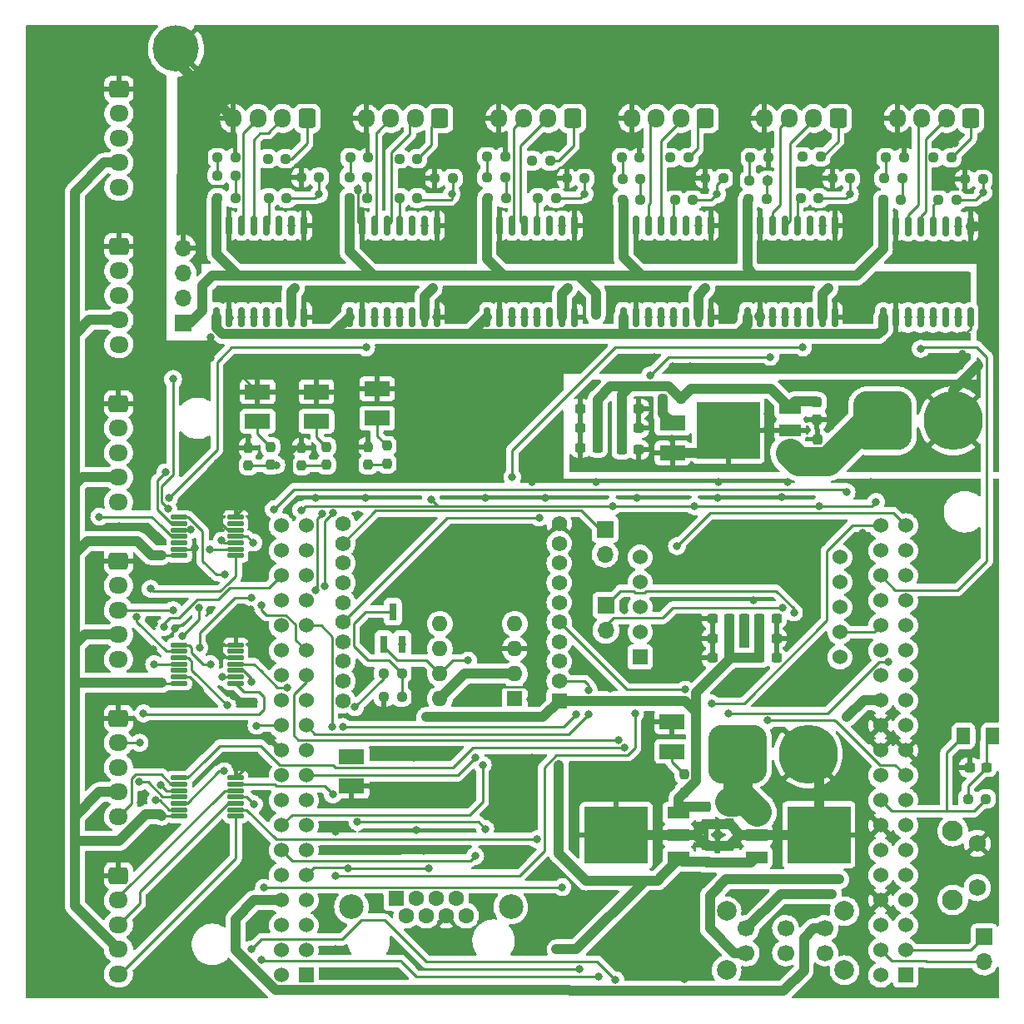
<source format=gbr>
%TF.GenerationSoftware,KiCad,Pcbnew,6.0.11-2627ca5db0~126~ubuntu20.04.1*%
%TF.CreationDate,2023-12-31T19:32:31+09:00*%
%TF.ProjectId,wheel,77686565-6c2e-46b6-9963-61645f706362,rev?*%
%TF.SameCoordinates,Original*%
%TF.FileFunction,Copper,L1,Top*%
%TF.FilePolarity,Positive*%
%FSLAX46Y46*%
G04 Gerber Fmt 4.6, Leading zero omitted, Abs format (unit mm)*
G04 Created by KiCad (PCBNEW 6.0.11-2627ca5db0~126~ubuntu20.04.1) date 2023-12-31 19:32:31*
%MOMM*%
%LPD*%
G01*
G04 APERTURE LIST*
G04 Aperture macros list*
%AMRoundRect*
0 Rectangle with rounded corners*
0 $1 Rounding radius*
0 $2 $3 $4 $5 $6 $7 $8 $9 X,Y pos of 4 corners*
0 Add a 4 corners polygon primitive as box body*
4,1,4,$2,$3,$4,$5,$6,$7,$8,$9,$2,$3,0*
0 Add four circle primitives for the rounded corners*
1,1,$1+$1,$2,$3*
1,1,$1+$1,$4,$5*
1,1,$1+$1,$6,$7*
1,1,$1+$1,$8,$9*
0 Add four rect primitives between the rounded corners*
20,1,$1+$1,$2,$3,$4,$5,0*
20,1,$1+$1,$4,$5,$6,$7,0*
20,1,$1+$1,$6,$7,$8,$9,0*
20,1,$1+$1,$8,$9,$2,$3,0*%
G04 Aperture macros list end*
%TA.AperFunction,SMDPad,CuDef*%
%ADD10RoundRect,0.237500X0.250000X0.237500X-0.250000X0.237500X-0.250000X-0.237500X0.250000X-0.237500X0*%
%TD*%
%TA.AperFunction,ComponentPad*%
%ADD11R,1.700000X1.700000*%
%TD*%
%TA.AperFunction,ComponentPad*%
%ADD12O,1.700000X1.700000*%
%TD*%
%TA.AperFunction,ComponentPad*%
%ADD13C,2.500000*%
%TD*%
%TA.AperFunction,ComponentPad*%
%ADD14R,1.600000X1.600000*%
%TD*%
%TA.AperFunction,ComponentPad*%
%ADD15C,1.600000*%
%TD*%
%TA.AperFunction,ComponentPad*%
%ADD16RoundRect,0.250000X-0.725000X0.600000X-0.725000X-0.600000X0.725000X-0.600000X0.725000X0.600000X0*%
%TD*%
%TA.AperFunction,ComponentPad*%
%ADD17O,1.950000X1.700000*%
%TD*%
%TA.AperFunction,SMDPad,CuDef*%
%ADD18RoundRect,0.237500X0.237500X-0.300000X0.237500X0.300000X-0.237500X0.300000X-0.237500X-0.300000X0*%
%TD*%
%TA.AperFunction,SMDPad,CuDef*%
%ADD19RoundRect,0.150000X0.150000X-0.875000X0.150000X0.875000X-0.150000X0.875000X-0.150000X-0.875000X0*%
%TD*%
%TA.AperFunction,SMDPad,CuDef*%
%ADD20RoundRect,0.020500X0.764500X0.184500X-0.764500X0.184500X-0.764500X-0.184500X0.764500X-0.184500X0*%
%TD*%
%TA.AperFunction,SMDPad,CuDef*%
%ADD21R,2.200000X1.200000*%
%TD*%
%TA.AperFunction,SMDPad,CuDef*%
%ADD22R,6.400000X5.800000*%
%TD*%
%TA.AperFunction,SMDPad,CuDef*%
%ADD23RoundRect,0.237500X-0.237500X0.300000X-0.237500X-0.300000X0.237500X-0.300000X0.237500X0.300000X0*%
%TD*%
%TA.AperFunction,ComponentPad*%
%ADD24RoundRect,0.250000X0.600000X0.725000X-0.600000X0.725000X-0.600000X-0.725000X0.600000X-0.725000X0*%
%TD*%
%TA.AperFunction,ComponentPad*%
%ADD25O,1.700000X1.950000*%
%TD*%
%TA.AperFunction,ComponentPad*%
%ADD26C,2.100000*%
%TD*%
%TA.AperFunction,ComponentPad*%
%ADD27C,1.750000*%
%TD*%
%TA.AperFunction,SMDPad,CuDef*%
%ADD28RoundRect,0.237500X-0.250000X-0.237500X0.250000X-0.237500X0.250000X0.237500X-0.250000X0.237500X0*%
%TD*%
%TA.AperFunction,SMDPad,CuDef*%
%ADD29RoundRect,0.237500X0.237500X-0.250000X0.237500X0.250000X-0.237500X0.250000X-0.237500X-0.250000X0*%
%TD*%
%TA.AperFunction,SMDPad,CuDef*%
%ADD30R,2.600000X1.500000*%
%TD*%
%TA.AperFunction,SMDPad,CuDef*%
%ADD31RoundRect,0.237500X-0.300000X-0.237500X0.300000X-0.237500X0.300000X0.237500X-0.300000X0.237500X0*%
%TD*%
%TA.AperFunction,SMDPad,CuDef*%
%ADD32RoundRect,0.237500X0.300000X0.237500X-0.300000X0.237500X-0.300000X-0.237500X0.300000X-0.237500X0*%
%TD*%
%TA.AperFunction,ComponentPad*%
%ADD33RoundRect,1.500000X-1.500000X-1.500000X1.500000X-1.500000X1.500000X1.500000X-1.500000X1.500000X0*%
%TD*%
%TA.AperFunction,ComponentPad*%
%ADD34C,6.000000*%
%TD*%
%TA.AperFunction,SMDPad,CuDef*%
%ADD35R,0.800000X1.800000*%
%TD*%
%TA.AperFunction,ComponentPad*%
%ADD36O,1.600000X1.600000*%
%TD*%
%TA.AperFunction,ComponentPad*%
%ADD37C,4.700000*%
%TD*%
%TA.AperFunction,ComponentPad*%
%ADD38C,2.000000*%
%TD*%
%TA.AperFunction,ComponentPad*%
%ADD39C,1.700000*%
%TD*%
%TA.AperFunction,ComponentPad*%
%ADD40R,1.570000X1.570000*%
%TD*%
%TA.AperFunction,ComponentPad*%
%ADD41C,1.570000*%
%TD*%
%TA.AperFunction,ComponentPad*%
%ADD42R,1.524000X1.524000*%
%TD*%
%TA.AperFunction,ComponentPad*%
%ADD43C,1.524000*%
%TD*%
%TA.AperFunction,SMDPad,CuDef*%
%ADD44RoundRect,0.250001X-0.462499X-0.624999X0.462499X-0.624999X0.462499X0.624999X-0.462499X0.624999X0*%
%TD*%
%TA.AperFunction,ComponentPad*%
%ADD45R,1.530000X1.530000*%
%TD*%
%TA.AperFunction,ComponentPad*%
%ADD46C,1.530000*%
%TD*%
%TA.AperFunction,ViaPad*%
%ADD47C,0.800000*%
%TD*%
%TA.AperFunction,Conductor*%
%ADD48C,3.000000*%
%TD*%
%TA.AperFunction,Conductor*%
%ADD49C,0.250000*%
%TD*%
%TA.AperFunction,Conductor*%
%ADD50C,1.000000*%
%TD*%
G04 APERTURE END LIST*
D10*
%TO.P,R60,1*%
%TO.N,Net-(Q12-Pad1)*%
X147852500Y-76200000D03*
%TO.P,R60,2*%
%TO.N,Load_GND*%
X146027500Y-76200000D03*
%TD*%
D11*
%TO.P,Reminder1,1,Pin_1*%
%TO.N,PC12*%
X148000000Y-153250000D03*
D12*
%TO.P,Reminder1,2,Pin_2*%
%TO.N,PD2*%
X148000000Y-155790000D03*
%TD*%
D13*
%TO.P,CAN_LAN1,*%
%TO.N,*%
X99850000Y-150195000D03*
X83650000Y-150195000D03*
D14*
%TO.P,CAN_LAN1,1*%
%TO.N,unconnected-(CAN_LAN1-Pad1)*%
X88200000Y-149305000D03*
D15*
%TO.P,CAN_LAN1,2*%
%TO.N,unconnected-(CAN_LAN1-Pad2)*%
X89210000Y-151085000D03*
%TO.P,CAN_LAN1,3*%
%TO.N,unconnected-(CAN_LAN1-Pad3)*%
X90220000Y-149305000D03*
%TO.P,CAN_LAN1,4*%
%TO.N,unconnected-(CAN_LAN1-Pad4)*%
X91240000Y-151085000D03*
%TO.P,CAN_LAN1,5*%
%TO.N,unconnected-(CAN_LAN1-Pad5)*%
X92260000Y-149305000D03*
%TO.P,CAN_LAN1,6*%
%TO.N,GND*%
X93270000Y-151085000D03*
%TO.P,CAN_LAN1,7*%
%TO.N,CAN_L*%
X94290000Y-149305000D03*
%TO.P,CAN_LAN1,8*%
%TO.N,CAN_H*%
X95310000Y-151085000D03*
%TD*%
D10*
%TO.P,R57,1*%
%TO.N,Load_5V*%
X117162500Y-98500000D03*
%TO.P,R57,2*%
%TO.N,Net-(Load_Debug1-Pad1)*%
X115337500Y-98500000D03*
%TD*%
%TO.P,R26,1*%
%TO.N,Net-(Q7-Pad3)*%
X71852500Y-78100000D03*
%TO.P,R26,2*%
%TO.N,Load_5V*%
X70027500Y-78100000D03*
%TD*%
D16*
%TO.P,ENC_conn_5,1,Pin_1*%
%TO.N,GND*%
X60000000Y-67000000D03*
D17*
%TO.P,ENC_conn_5,2,Pin_2*%
%TO.N,unconnected-(ENC_conn_5-Pad2)*%
X60000000Y-69500000D03*
%TO.P,ENC_conn_5,3,Pin_3*%
%TO.N,Net-(ENC_conn_5-Pad3)*%
X60000000Y-72000000D03*
%TO.P,ENC_conn_5,4,Pin_4*%
%TO.N,Power_5V*%
X60000000Y-74500000D03*
%TO.P,ENC_conn_5,5,Pin_5*%
%TO.N,Net-(ENC_conn_5-Pad5)*%
X60000000Y-77000000D03*
%TD*%
D18*
%TO.P,C2,1*%
%TO.N,Load_12V*%
X131050000Y-104362500D03*
%TO.P,C2,2*%
%TO.N,Load_GND*%
X131050000Y-102637500D03*
%TD*%
D19*
%TO.P,MD_Iso_4,1,VDD1*%
%TO.N,Power_3V3*%
X123895000Y-90200000D03*
%TO.P,MD_Iso_4,2,GND1*%
%TO.N,GND*%
X125165000Y-90200000D03*
%TO.P,MD_Iso_4,3,VIA*%
%TO.N,Moter_Signal_DIR_4*%
X126435000Y-90200000D03*
%TO.P,MD_Iso_4,4,VIB*%
%TO.N,Moter_Signal_PWM_4*%
X127705000Y-90200000D03*
%TO.P,MD_Iso_4,5,VIC*%
%TO.N,Moter_Signal_SLP*%
X128975000Y-90200000D03*
%TO.P,MD_Iso_4,6,VOD*%
%TO.N,unconnected-(MD_Iso_4-Pad6)*%
X130245000Y-90200000D03*
%TO.P,MD_Iso_4,7,VE1*%
%TO.N,VE1*%
X131515000Y-90200000D03*
%TO.P,MD_Iso_4,8,GND1*%
%TO.N,GND*%
X132785000Y-90200000D03*
%TO.P,MD_Iso_4,9,GND2*%
%TO.N,Load_GND*%
X132785000Y-80900000D03*
%TO.P,MD_Iso_4,10,VE2*%
%TO.N,VE2*%
X131515000Y-80900000D03*
%TO.P,MD_Iso_4,11,VID*%
%TO.N,unconnected-(MD_Iso_4-Pad11)*%
X130245000Y-80900000D03*
%TO.P,MD_Iso_4,12,VOC*%
%TO.N,Motor_Iso_SLP_4*%
X128975000Y-80900000D03*
%TO.P,MD_Iso_4,13,VOB*%
%TO.N,Moter_Iso_PWM_4*%
X127705000Y-80900000D03*
%TO.P,MD_Iso_4,14,VOA*%
%TO.N,Moter_Iso_DIR_4*%
X126435000Y-80900000D03*
%TO.P,MD_Iso_4,15,GND2*%
%TO.N,Load_GND*%
X125165000Y-80900000D03*
%TO.P,MD_Iso_4,16,VDD2*%
%TO.N,Load_5V*%
X123895000Y-80900000D03*
%TD*%
D20*
%TO.P,ST1,1,1A*%
%TO.N,Net-(ENC_conn_2-Pad5)*%
X71870000Y-127450000D03*
%TO.P,ST1,2,1Y*%
%TO.N,ENC2_X*%
X71870000Y-126800000D03*
%TO.P,ST1,3,2A*%
%TO.N,Net-(ENC_conn_2-Pad3)*%
X71870000Y-126150000D03*
%TO.P,ST1,4,2Y*%
%TO.N,ENC2_Y*%
X71870000Y-125500000D03*
%TO.P,ST1,5,3A*%
%TO.N,GND*%
X71870000Y-124850000D03*
%TO.P,ST1,6,3Y*%
%TO.N,unconnected-(ST1-Pad6)*%
X71870000Y-124200000D03*
%TO.P,ST1,7,GND*%
%TO.N,GND*%
X71870000Y-123550000D03*
%TO.P,ST1,8,4Y*%
%TO.N,ENC3_X*%
X66130000Y-123550000D03*
%TO.P,ST1,9,4A*%
%TO.N,Net-(ENC_conn_3-Pad5)*%
X66130000Y-124200000D03*
%TO.P,ST1,10,5Y*%
%TO.N,ENC3_Y*%
X66130000Y-124850000D03*
%TO.P,ST1,11,5A*%
%TO.N,Net-(ENC_conn_3-Pad3)*%
X66130000Y-125500000D03*
%TO.P,ST1,12,6Y*%
%TO.N,unconnected-(ST1-Pad12)*%
X66130000Y-126150000D03*
%TO.P,ST1,13,6A*%
%TO.N,GND*%
X66130000Y-126800000D03*
%TO.P,ST1,14,VCC*%
%TO.N,Power_5V*%
X66130000Y-127450000D03*
%TD*%
D11*
%TO.P,Diso_Debug1,1,Pin_1*%
%TO.N,Load_5V*%
X66500000Y-90800000D03*
D12*
%TO.P,Diso_Debug1,2,Pin_2*%
%TO.N,VE1*%
X66500000Y-88260000D03*
%TO.P,Diso_Debug1,3,Pin_3*%
%TO.N,VE2*%
X66500000Y-85720000D03*
%TO.P,Diso_Debug1,4,Pin_4*%
%TO.N,Load_GND*%
X66500000Y-83180000D03*
%TD*%
D10*
%TO.P,R59,1*%
%TO.N,Net-(Q13-Pad3)*%
X88762500Y-128825000D03*
%TO.P,R59,2*%
%TO.N,GND*%
X86937500Y-128825000D03*
%TD*%
%TO.P,R35,1*%
%TO.N,Net-(Q10-Pad1)*%
X121452500Y-76100000D03*
%TO.P,R35,2*%
%TO.N,Load_GND*%
X119627500Y-76100000D03*
%TD*%
%TO.P,R7,1*%
%TO.N,Motor_SLP_0*%
X76952500Y-74100000D03*
%TO.P,R7,2*%
%TO.N,Net-(Q1-Pad3)*%
X75127500Y-74100000D03*
%TD*%
%TO.P,R27,1*%
%TO.N,Net-(Q8-Pad3)*%
X85252500Y-78100000D03*
%TO.P,R27,2*%
%TO.N,Load_5V*%
X83427500Y-78100000D03*
%TD*%
D21*
%TO.P,Load_5V1,1,IN*%
%TO.N,Load_12V*%
X128250000Y-104000000D03*
%TO.P,Load_5V1,2,GND*%
%TO.N,Load_GND*%
X128250000Y-101720000D03*
D22*
X121950000Y-101720000D03*
D21*
%TO.P,Load_5V1,3,OUT*%
%TO.N,Load_5V*%
X128250000Y-99440000D03*
%TD*%
D10*
%TO.P,R12,1*%
%TO.N,Motor_SLP_5*%
X144662500Y-74000000D03*
%TO.P,R12,2*%
%TO.N,Net-(Q6-Pad3)*%
X142837500Y-74000000D03*
%TD*%
D23*
%TO.P,C1,1*%
%TO.N,Power_12V*%
X122075000Y-139987500D03*
%TO.P,C1,2*%
%TO.N,GND*%
X122075000Y-141712500D03*
%TD*%
D24*
%TO.P,MD_conn_3,1,Pin_1*%
%TO.N,Motor_SLP_3*%
X119640000Y-70000000D03*
D25*
%TO.P,MD_conn_3,2,Pin_2*%
%TO.N,Moter_Iso_PWM_3*%
X117140000Y-70000000D03*
%TO.P,MD_conn_3,3,Pin_3*%
%TO.N,Moter_Iso_DIR_3*%
X114640000Y-70000000D03*
%TO.P,MD_conn_3,4,Pin_4*%
%TO.N,Load_GND*%
X112140000Y-70000000D03*
%TD*%
D10*
%TO.P,R15,1*%
%TO.N,Net-(Q8-Pad3)*%
X85252500Y-76000000D03*
%TO.P,R15,2*%
%TO.N,Net-(Q2-Pad1)*%
X83427500Y-76000000D03*
%TD*%
D26*
%TO.P,SW2,*%
%TO.N,*%
X144797500Y-149485000D03*
X144797500Y-142475000D03*
D27*
%TO.P,SW2,1,A*%
%TO.N,GND*%
X147287500Y-143725000D03*
%TO.P,SW2,2,A*%
%TO.N,Net-(C19-Pad1)*%
X147287500Y-148225000D03*
%TD*%
D28*
%TO.P,R24,1*%
%TO.N,Net-(Q6-Pad1)*%
X138027500Y-74000000D03*
%TO.P,R24,2*%
%TO.N,Load_GND*%
X139852500Y-74000000D03*
%TD*%
D29*
%TO.P,R5,1*%
%TO.N,LED_B*%
X75412500Y-105212500D03*
%TO.P,R5,2*%
%TO.N,Net-(LED_Blue1-Pad1)*%
X75412500Y-103387500D03*
%TD*%
D10*
%TO.P,R8,1*%
%TO.N,Motor_SLP_1*%
X90352500Y-74100000D03*
%TO.P,R8,2*%
%TO.N,Net-(Q2-Pad3)*%
X88527500Y-74100000D03*
%TD*%
D28*
%TO.P,R28,1*%
%TO.N,Load_5V*%
X97527500Y-78100000D03*
%TO.P,R28,2*%
%TO.N,Net-(Q9-Pad3)*%
X99352500Y-78100000D03*
%TD*%
D30*
%TO.P,LED_Blue1,1,K*%
%TO.N,Net-(LED_Blue1-Pad1)*%
X74087500Y-100800000D03*
%TO.P,LED_Blue1,2,A*%
%TO.N,GND*%
X74087500Y-97800000D03*
%TD*%
D19*
%TO.P,MD_Iso_1,1,VDD1*%
%TO.N,Power_3V3*%
X83445000Y-90200000D03*
%TO.P,MD_Iso_1,2,GND1*%
%TO.N,GND*%
X84715000Y-90200000D03*
%TO.P,MD_Iso_1,3,VIA*%
%TO.N,Moter_Signal_DIR_1*%
X85985000Y-90200000D03*
%TO.P,MD_Iso_1,4,VIB*%
%TO.N,Moter_Signal_PWM_1*%
X87255000Y-90200000D03*
%TO.P,MD_Iso_1,5,VIC*%
%TO.N,Moter_Signal_SLP*%
X88525000Y-90200000D03*
%TO.P,MD_Iso_1,6,VOD*%
%TO.N,unconnected-(MD_Iso_1-Pad6)*%
X89795000Y-90200000D03*
%TO.P,MD_Iso_1,7,VE1*%
%TO.N,VE1*%
X91065000Y-90200000D03*
%TO.P,MD_Iso_1,8,GND1*%
%TO.N,GND*%
X92335000Y-90200000D03*
%TO.P,MD_Iso_1,9,GND2*%
%TO.N,Load_GND*%
X92335000Y-80900000D03*
%TO.P,MD_Iso_1,10,VE2*%
%TO.N,VE2*%
X91065000Y-80900000D03*
%TO.P,MD_Iso_1,11,VID*%
%TO.N,unconnected-(MD_Iso_1-Pad11)*%
X89795000Y-80900000D03*
%TO.P,MD_Iso_1,12,VOC*%
%TO.N,Motor_Iso_SLP_1*%
X88525000Y-80900000D03*
%TO.P,MD_Iso_1,13,VOB*%
%TO.N,Moter_Iso_PWM_1*%
X87255000Y-80900000D03*
%TO.P,MD_Iso_1,14,VOA*%
%TO.N,Moter_Iso_DIR_1*%
X85985000Y-80900000D03*
%TO.P,MD_Iso_1,15,GND2*%
%TO.N,Load_GND*%
X84715000Y-80900000D03*
%TO.P,MD_Iso_1,16,VDD2*%
%TO.N,Load_5V*%
X83445000Y-80900000D03*
%TD*%
D10*
%TO.P,R25,1*%
%TO.N,Net-(Q7-Pad1)*%
X80352500Y-76000000D03*
%TO.P,R25,2*%
%TO.N,Load_GND*%
X78527500Y-76000000D03*
%TD*%
%TO.P,R61,1*%
%TO.N,Net-(Q8-Pad1)*%
X90352500Y-78100000D03*
%TO.P,R61,2*%
%TO.N,Motor_Iso_SLP_1*%
X88527500Y-78100000D03*
%TD*%
D31*
%TO.P,C8,1*%
%TO.N,Load_GND*%
X106937500Y-101500000D03*
%TO.P,C8,2*%
%TO.N,Load_5V*%
X108662500Y-101500000D03*
%TD*%
D10*
%TO.P,R31,1*%
%TO.N,Net-(Q7-Pad1)*%
X77052500Y-78100000D03*
%TO.P,R31,2*%
%TO.N,Motor_Iso_SLP_0*%
X75227500Y-78100000D03*
%TD*%
D11*
%TO.P,RN42_Debug1,1,Pin_1*%
%TO.N,Net-(RN42-Pad12)*%
X109425000Y-111775000D03*
D12*
%TO.P,RN42_Debug1,2,Pin_2*%
%TO.N,Net-(RN42-Pad16)*%
X109425000Y-114315000D03*
%TD*%
D24*
%TO.P,MD_conn_1,1,Pin_1*%
%TO.N,Motor_SLP_1*%
X92640000Y-70000000D03*
D25*
%TO.P,MD_conn_1,2,Pin_2*%
%TO.N,Moter_Iso_PWM_1*%
X90140000Y-70000000D03*
%TO.P,MD_conn_1,3,Pin_3*%
%TO.N,Moter_Iso_DIR_1*%
X87640000Y-70000000D03*
%TO.P,MD_conn_1,4,Pin_4*%
%TO.N,Load_GND*%
X85140000Y-70000000D03*
%TD*%
D24*
%TO.P,MD_conn_2,1,Pin_1*%
%TO.N,Motor_SLP_2*%
X106140000Y-70000000D03*
D25*
%TO.P,MD_conn_2,2,Pin_2*%
%TO.N,Moter_Iso_PWM_2*%
X103640000Y-70000000D03*
%TO.P,MD_conn_2,3,Pin_3*%
%TO.N,Moter_Iso_DIR_2*%
X101140000Y-70000000D03*
%TO.P,MD_conn_2,4,Pin_4*%
%TO.N,Load_GND*%
X98640000Y-70000000D03*
%TD*%
D31*
%TO.P,C12,1*%
%TO.N,Load_5V*%
X111137500Y-103700000D03*
%TO.P,C12,2*%
%TO.N,Load_GND*%
X112862500Y-103700000D03*
%TD*%
%TO.P,C15,1*%
%TO.N,GND*%
X120337500Y-124875000D03*
%TO.P,C15,2*%
%TO.N,Power_3V3*%
X122062500Y-124875000D03*
%TD*%
D10*
%TO.P,R30,1*%
%TO.N,Net-(Q11-Pad3)*%
X125852500Y-78200000D03*
%TO.P,R30,2*%
%TO.N,Load_5V*%
X124027500Y-78200000D03*
%TD*%
%TO.P,R62,1*%
%TO.N,Net-(Q9-Pad1)*%
X104452500Y-78100000D03*
%TO.P,R62,2*%
%TO.N,Motor_Iso_SLP_2*%
X102627500Y-78100000D03*
%TD*%
D11*
%TO.P,SBDBT_Debug1,1,Pin_1*%
%TO.N,Net-(SBDBT1-Pad6)*%
X109525000Y-119515000D03*
D12*
%TO.P,SBDBT_Debug1,2,Pin_2*%
%TO.N,Net-(SBDBT1-Pad9)*%
X109525000Y-122055000D03*
%TD*%
D10*
%TO.P,R23,1*%
%TO.N,Net-(Q12-Pad3)*%
X139652500Y-76100000D03*
%TO.P,R23,2*%
%TO.N,Net-(Q6-Pad1)*%
X137827500Y-76100000D03*
%TD*%
D32*
%TO.P,C16,1*%
%TO.N,GND*%
X126862500Y-120875000D03*
%TO.P,C16,2*%
%TO.N,Power_3V3*%
X125137500Y-120875000D03*
%TD*%
D10*
%TO.P,R63,1*%
%TO.N,Net-(Q10-Pad1)*%
X118352500Y-78300000D03*
%TO.P,R63,2*%
%TO.N,Motor_Iso_SLP_3*%
X116527500Y-78300000D03*
%TD*%
%TO.P,R21,1*%
%TO.N,Net-(Q11-Pad3)*%
X125952500Y-76300000D03*
%TO.P,R21,2*%
%TO.N,Net-(Q5-Pad1)*%
X124127500Y-76300000D03*
%TD*%
%TO.P,R19,1*%
%TO.N,Net-(Q10-Pad3)*%
X113052500Y-76200000D03*
%TO.P,R19,2*%
%TO.N,Net-(Q4-Pad1)*%
X111227500Y-76200000D03*
%TD*%
%TO.P,R33,1*%
%TO.N,Net-(Q8-Pad1)*%
X93952500Y-76100000D03*
%TO.P,R33,2*%
%TO.N,Load_GND*%
X92127500Y-76100000D03*
%TD*%
%TO.P,R32,1*%
%TO.N,Net-(Q12-Pad3)*%
X139552500Y-78300000D03*
%TO.P,R32,2*%
%TO.N,Load_5V*%
X137727500Y-78300000D03*
%TD*%
D33*
%TO.P,Load1,1,Pin_1*%
%TO.N,Load_12V*%
X137650000Y-100750000D03*
D34*
%TO.P,Load1,2,Pin_2*%
%TO.N,Load_GND*%
X144850000Y-100750000D03*
%TD*%
D32*
%TO.P,C18,1*%
%TO.N,GND*%
X126862500Y-124875000D03*
%TO.P,C18,2*%
%TO.N,Power_3V3*%
X125137500Y-124875000D03*
%TD*%
D24*
%TO.P,MD_conn_5,1,Pin_1*%
%TO.N,Motor_SLP_5*%
X146640000Y-70000000D03*
D25*
%TO.P,MD_conn_5,2,Pin_2*%
%TO.N,Moter_Iso_PWM_5*%
X144140000Y-70000000D03*
%TO.P,MD_conn_5,3,Pin_3*%
%TO.N,Moter_Iso_DIR_5*%
X141640000Y-70000000D03*
%TO.P,MD_conn_5,4,Pin_4*%
%TO.N,Load_GND*%
X139140000Y-70000000D03*
%TD*%
D19*
%TO.P,MD_Iso_0,1,VDD1*%
%TO.N,Power_3V3*%
X69945000Y-90200000D03*
%TO.P,MD_Iso_0,2,GND1*%
%TO.N,GND*%
X71215000Y-90200000D03*
%TO.P,MD_Iso_0,3,VIA*%
%TO.N,Moter_Signal_DIR_0*%
X72485000Y-90200000D03*
%TO.P,MD_Iso_0,4,VIB*%
%TO.N,Moter_Signal_PWM_0*%
X73755000Y-90200000D03*
%TO.P,MD_Iso_0,5,VIC*%
%TO.N,Moter_Signal_SLP*%
X75025000Y-90200000D03*
%TO.P,MD_Iso_0,6,VOD*%
%TO.N,unconnected-(MD_Iso_0-Pad6)*%
X76295000Y-90200000D03*
%TO.P,MD_Iso_0,7,VE1*%
%TO.N,VE1*%
X77565000Y-90200000D03*
%TO.P,MD_Iso_0,8,GND1*%
%TO.N,GND*%
X78835000Y-90200000D03*
%TO.P,MD_Iso_0,9,GND2*%
%TO.N,Load_GND*%
X78835000Y-80900000D03*
%TO.P,MD_Iso_0,10,VE2*%
%TO.N,VE2*%
X77565000Y-80900000D03*
%TO.P,MD_Iso_0,11,VID*%
%TO.N,unconnected-(MD_Iso_0-Pad11)*%
X76295000Y-80900000D03*
%TO.P,MD_Iso_0,12,VOC*%
%TO.N,Motor_Iso_SLP_0*%
X75025000Y-80900000D03*
%TO.P,MD_Iso_0,13,VOB*%
%TO.N,Moter_Iso_PWM_0*%
X73755000Y-80900000D03*
%TO.P,MD_Iso_0,14,VOA*%
%TO.N,Moter_Iso_DIR_0*%
X72485000Y-80900000D03*
%TO.P,MD_Iso_0,15,GND2*%
%TO.N,Load_GND*%
X71215000Y-80900000D03*
%TO.P,MD_Iso_0,16,VDD2*%
%TO.N,Load_5V*%
X69945000Y-80900000D03*
%TD*%
D31*
%TO.P,C14,1*%
%TO.N,GND*%
X120337500Y-122875000D03*
%TO.P,C14,2*%
%TO.N,Power_3V3*%
X122062500Y-122875000D03*
%TD*%
D10*
%TO.P,R17,1*%
%TO.N,Net-(Q9-Pad3)*%
X99252500Y-76000000D03*
%TO.P,R17,2*%
%TO.N,Net-(Q3-Pad1)*%
X97427500Y-76000000D03*
%TD*%
D28*
%TO.P,R18,1*%
%TO.N,Net-(Q3-Pad1)*%
X97427500Y-73900000D03*
%TO.P,R18,2*%
%TO.N,Load_GND*%
X99252500Y-73900000D03*
%TD*%
D35*
%TO.P,Q13,1,B*%
%TO.N,CAN_H*%
X86900000Y-123475000D03*
%TO.P,Q13,2,E*%
%TO.N,Power_3V3*%
X88800000Y-123475000D03*
%TO.P,Q13,3,C*%
%TO.N,Net-(Q13-Pad3)*%
X87850000Y-120175000D03*
%TD*%
D16*
%TO.P,ENC_conn_4,1,Pin_1*%
%TO.N,GND*%
X60000000Y-83000000D03*
D17*
%TO.P,ENC_conn_4,2,Pin_2*%
%TO.N,unconnected-(ENC_conn_4-Pad2)*%
X60000000Y-85500000D03*
%TO.P,ENC_conn_4,3,Pin_3*%
%TO.N,Net-(ENC_conn_4-Pad3)*%
X60000000Y-88000000D03*
%TO.P,ENC_conn_4,4,Pin_4*%
%TO.N,Power_5V*%
X60000000Y-90500000D03*
%TO.P,ENC_conn_4,5,Pin_5*%
%TO.N,Net-(ENC_conn_4-Pad5)*%
X60000000Y-93000000D03*
%TD*%
D31*
%TO.P,C9,1*%
%TO.N,Load_GND*%
X106937500Y-103500000D03*
%TO.P,C9,2*%
%TO.N,Load_5V*%
X108662500Y-103500000D03*
%TD*%
D29*
%TO.P,R6,1*%
%TO.N,LED_B*%
X73175000Y-105312500D03*
%TO.P,R6,2*%
%TO.N,GND*%
X73175000Y-103487500D03*
%TD*%
D10*
%TO.P,R29,1*%
%TO.N,Net-(Q10-Pad3)*%
X113052500Y-78300000D03*
%TO.P,R29,2*%
%TO.N,Load_5V*%
X111227500Y-78300000D03*
%TD*%
D18*
%TO.P,C3,1*%
%TO.N,Power_5V*%
X122075000Y-145712500D03*
%TO.P,C3,2*%
%TO.N,GND*%
X122075000Y-143987500D03*
%TD*%
%TO.P,C5,1*%
%TO.N,Power_5V*%
X119675000Y-145625000D03*
%TO.P,C5,2*%
%TO.N,GND*%
X119675000Y-143900000D03*
%TD*%
D10*
%TO.P,R10,1*%
%TO.N,Motor_SLP_3*%
X117912500Y-74000000D03*
%TO.P,R10,2*%
%TO.N,Net-(Q4-Pad3)*%
X116087500Y-74000000D03*
%TD*%
D30*
%TO.P,CAN_Debug1,1,K*%
%TO.N,Net-(CAN_Debug1-Pad1)*%
X83650000Y-134925000D03*
%TO.P,CAN_Debug1,2,A*%
%TO.N,GND*%
X83650000Y-137925000D03*
%TD*%
D14*
%TO.P,CAN_Recieber1,1,TXD*%
%TO.N,CAN_TD*%
X100250000Y-129025000D03*
D36*
%TO.P,CAN_Recieber1,2,VSS*%
%TO.N,Power_5V*%
X100250000Y-126485000D03*
%TO.P,CAN_Recieber1,3,VDD*%
%TO.N,GND*%
X100250000Y-123945000D03*
%TO.P,CAN_Recieber1,4,RXD*%
%TO.N,CAN_RD*%
X100250000Y-121405000D03*
%TO.P,CAN_Recieber1,5,SPLIT*%
%TO.N,unconnected-(CAN_Recieber1-Pad5)*%
X92630000Y-121405000D03*
%TO.P,CAN_Recieber1,6,CANL*%
%TO.N,CAN_L*%
X92630000Y-123945000D03*
%TO.P,CAN_Recieber1,7,CANH*%
%TO.N,CAN_H*%
X92630000Y-126485000D03*
%TO.P,CAN_Recieber1,8,STBY*%
%TO.N,Power_5V*%
X92630000Y-129025000D03*
%TD*%
D16*
%TO.P,ENC_conn_0,1,Pin_1*%
%TO.N,GND*%
X59950000Y-147000000D03*
D17*
%TO.P,ENC_conn_0,2,Pin_2*%
%TO.N,Net-(ENC_conn_0-Pad2)*%
X59950000Y-149500000D03*
%TO.P,ENC_conn_0,3,Pin_3*%
%TO.N,Net-(ENC_conn_0-Pad3)*%
X59950000Y-152000000D03*
%TO.P,ENC_conn_0,4,Pin_4*%
%TO.N,Power_5V*%
X59950000Y-154500000D03*
%TO.P,ENC_conn_0,5,Pin_5*%
%TO.N,Net-(ENC_conn_0-Pad5)*%
X59950000Y-157000000D03*
%TD*%
D28*
%TO.P,R20,1*%
%TO.N,Net-(Q4-Pad1)*%
X111127500Y-74000000D03*
%TO.P,R20,2*%
%TO.N,Load_GND*%
X112952500Y-74000000D03*
%TD*%
D30*
%TO.P,LED_Red1,1,K*%
%TO.N,Net-(LED_Red1-Pad1)*%
X86250000Y-100500000D03*
%TO.P,LED_Red1,2,A*%
%TO.N,GND*%
X86250000Y-97500000D03*
%TD*%
D32*
%TO.P,C17,1*%
%TO.N,GND*%
X126862500Y-122875000D03*
%TO.P,C17,2*%
%TO.N,Power_3V3*%
X125137500Y-122875000D03*
%TD*%
D20*
%TO.P,ST0,1,1A*%
%TO.N,Net-(ENC_conn_0-Pad5)*%
X71870000Y-140950000D03*
%TO.P,ST0,2,1Y*%
%TO.N,ENC0_X*%
X71870000Y-140300000D03*
%TO.P,ST0,3,2A*%
%TO.N,Net-(ENC_conn_0-Pad3)*%
X71870000Y-139650000D03*
%TO.P,ST0,4,2Y*%
%TO.N,ENC0_Y*%
X71870000Y-139000000D03*
%TO.P,ST0,5,3A*%
%TO.N,Net-(ENC_conn_0-Pad2)*%
X71870000Y-138350000D03*
%TO.P,ST0,6,3Y*%
%TO.N,ENC0_Z*%
X71870000Y-137700000D03*
%TO.P,ST0,7,GND*%
%TO.N,GND*%
X71870000Y-137050000D03*
%TO.P,ST0,8,4Y*%
%TO.N,ENC1_X*%
X66130000Y-137050000D03*
%TO.P,ST0,9,4A*%
%TO.N,Net-(ENC_conn_1-Pad5)*%
X66130000Y-137700000D03*
%TO.P,ST0,10,5Y*%
%TO.N,ENC1_Y*%
X66130000Y-138350000D03*
%TO.P,ST0,11,5A*%
%TO.N,Net-(ENC_conn_1-Pad3)*%
X66130000Y-139000000D03*
%TO.P,ST0,12,6Y*%
%TO.N,ENC1_Z*%
X66130000Y-139650000D03*
%TO.P,ST0,13,6A*%
%TO.N,Net-(ENC_conn_1-Pad2)*%
X66130000Y-140300000D03*
%TO.P,ST0,14,VCC*%
%TO.N,Power_5V*%
X66130000Y-140950000D03*
%TD*%
D28*
%TO.P,R16,1*%
%TO.N,Net-(Q2-Pad1)*%
X83527500Y-74000000D03*
%TO.P,R16,2*%
%TO.N,Load_GND*%
X85352500Y-74000000D03*
%TD*%
D29*
%TO.P,R3,1*%
%TO.N,LED_G*%
X81087500Y-105212500D03*
%TO.P,R3,2*%
%TO.N,Net-(LED_Green1-Pad1)*%
X81087500Y-103387500D03*
%TD*%
%TO.P,R1,1*%
%TO.N,LED_R*%
X87250000Y-105112500D03*
%TO.P,R1,2*%
%TO.N,Net-(LED_Red1-Pad1)*%
X87250000Y-103287500D03*
%TD*%
D37*
%TO.P,REF\u002A\u002A,1*%
%TO.N,Load_GND*%
X65800000Y-62900000D03*
%TD*%
D38*
%TO.P,SW1,*%
%TO.N,*%
X133792500Y-156625000D03*
X121792500Y-150625000D03*
X121792500Y-156625000D03*
X133792500Y-150625000D03*
D39*
%TO.P,SW1,1,A*%
%TO.N,Buttery5V*%
X123792500Y-152375000D03*
%TO.P,SW1,2,B*%
%TO.N,Power_5V*%
X127792500Y-152375000D03*
%TO.P,SW1,3,C*%
%TO.N,USB5V*%
X131792500Y-152375000D03*
%TO.P,SW1,4,A*%
%TO.N,stm_Power*%
X123792500Y-154875000D03*
%TO.P,SW1,5,B*%
%TO.N,Power_12V*%
X127792500Y-154875000D03*
%TO.P,SW1,6,C*%
%TO.N,unconnected-(SW1-Pad6)*%
X131792500Y-154875000D03*
%TD*%
D10*
%TO.P,R55,1*%
%TO.N,Net-(D1-Pad1)*%
X148175000Y-139200000D03*
%TO.P,R55,2*%
%TO.N,Net-(C19-Pad1)*%
X146350000Y-139200000D03*
%TD*%
D21*
%TO.P,Power_5V1,1,IN*%
%TO.N,Power_12V*%
X124875000Y-140570000D03*
%TO.P,Power_5V1,2,GND*%
%TO.N,GND*%
X124875000Y-142850000D03*
D22*
X131175000Y-142850000D03*
D21*
%TO.P,Power_5V1,3,OUT*%
%TO.N,Power_5V*%
X124875000Y-145130000D03*
%TD*%
D40*
%TO.P,RN42,1,VDD_3V3*%
%TO.N,Power_3V3*%
X104775000Y-129225000D03*
D41*
%TO.P,RN42,2,TXD*%
%TO.N,RN42_TX*%
X104775000Y-127225000D03*
%TO.P,RN42,3,RXD*%
%TO.N,RN42_RX*%
X104775000Y-125225000D03*
%TO.P,RN42,4,GPIO7*%
%TO.N,unconnected-(RN42-Pad4)*%
X104775000Y-123225000D03*
%TO.P,RN42,5,~{RESET}*%
%TO.N,RN42_RESET*%
X104775000Y-121225000D03*
%TO.P,RN42,6,GPIO6*%
%TO.N,unconnected-(RN42-Pad6)*%
X104775000Y-119225000D03*
%TO.P,RN42,7,GPIO9*%
%TO.N,unconnected-(RN42-Pad7)*%
X104775000Y-117225000D03*
%TO.P,RN42,8,GPIO4*%
%TO.N,unconnected-(RN42-Pad8)*%
X104775000Y-115225000D03*
%TO.P,RN42,9,GPIO11*%
%TO.N,unconnected-(RN42-Pad9)*%
X104775000Y-113225000D03*
%TO.P,RN42,10,GND*%
%TO.N,GND*%
X104775000Y-111225000D03*
%TO.P,RN42,11,GPIO8*%
%TO.N,unconnected-(RN42-Pad11)*%
X82775000Y-111225000D03*
%TO.P,RN42,12,RTS*%
%TO.N,Net-(RN42-Pad12)*%
X82775000Y-113225000D03*
%TO.P,RN42,13,GPIO2*%
%TO.N,unconnected-(RN42-Pad13)*%
X82775000Y-115225000D03*
%TO.P,RN42,14,NC*%
%TO.N,unconnected-(RN42-Pad14)*%
X82775000Y-117225000D03*
%TO.P,RN42,15,GPIO5*%
%TO.N,unconnected-(RN42-Pad15)*%
X82775000Y-119225000D03*
%TO.P,RN42,16,CTS*%
%TO.N,Net-(RN42-Pad16)*%
X82775000Y-121225000D03*
%TO.P,RN42,17,GPIO3*%
%TO.N,unconnected-(RN42-Pad17)*%
X82775000Y-123225000D03*
%TO.P,RN42,18,GPIO7*%
%TO.N,unconnected-(RN42-Pad18)*%
X82775000Y-125225000D03*
%TO.P,RN42,19,AIO0*%
%TO.N,unconnected-(RN42-Pad19)*%
X82775000Y-127225000D03*
%TO.P,RN42,20,AIO1*%
%TO.N,unconnected-(RN42-Pad20)*%
X82775000Y-129225000D03*
%TD*%
D29*
%TO.P,R56,1*%
%TO.N,Power_3V3*%
X117500000Y-138537500D03*
%TO.P,R56,2*%
%TO.N,Net-(Power_Debug1-Pad1)*%
X117500000Y-136712500D03*
%TD*%
D23*
%TO.P,C4,1*%
%TO.N,Load_5V*%
X131000000Y-98887500D03*
%TO.P,C4,2*%
%TO.N,Load_GND*%
X131000000Y-100612500D03*
%TD*%
D24*
%TO.P,MD_conn_4,1,Pin_1*%
%TO.N,Motor_SLP_4*%
X133140000Y-70000000D03*
D25*
%TO.P,MD_conn_4,2,Pin_2*%
%TO.N,Moter_Iso_PWM_4*%
X130640000Y-70000000D03*
%TO.P,MD_conn_4,3,Pin_3*%
%TO.N,Moter_Iso_DIR_4*%
X128140000Y-70000000D03*
%TO.P,MD_conn_4,4,Pin_4*%
%TO.N,Load_GND*%
X125640000Y-70000000D03*
%TD*%
D23*
%TO.P,C6,1*%
%TO.N,Power_3V3*%
X119675000Y-140037500D03*
%TO.P,C6,2*%
%TO.N,GND*%
X119675000Y-141762500D03*
%TD*%
D31*
%TO.P,C11,1*%
%TO.N,Load_5V*%
X111137500Y-101500000D03*
%TO.P,C11,2*%
%TO.N,Load_GND*%
X112862500Y-101500000D03*
%TD*%
D30*
%TO.P,Power_Debug1,1,K*%
%TO.N,Net-(Power_Debug1-Pad1)*%
X116250000Y-134375000D03*
%TO.P,Power_Debug1,2,A*%
%TO.N,GND*%
X116250000Y-131375000D03*
%TD*%
D10*
%TO.P,R36,1*%
%TO.N,Net-(Q11-Pad1)*%
X134352500Y-76100000D03*
%TO.P,R36,2*%
%TO.N,Load_GND*%
X132527500Y-76100000D03*
%TD*%
%TO.P,R11,1*%
%TO.N,Motor_SLP_4*%
X131352500Y-73900000D03*
%TO.P,R11,2*%
%TO.N,Net-(Q5-Pad3)*%
X129527500Y-73900000D03*
%TD*%
D21*
%TO.P,Power_3V3,1,IN*%
%TO.N,Power_5V*%
X116875000Y-145180000D03*
D22*
%TO.P,Power_3V3,2,GND*%
%TO.N,GND*%
X110575000Y-142900000D03*
D21*
X116875000Y-142900000D03*
%TO.P,Power_3V3,3,OUT*%
%TO.N,Power_3V3*%
X116875000Y-140620000D03*
%TD*%
D16*
%TO.P,ENC_conn_2,1,Pin_1*%
%TO.N,GND*%
X59950000Y-115000000D03*
D17*
%TO.P,ENC_conn_2,2,Pin_2*%
%TO.N,unconnected-(ENC_conn_2-Pad2)*%
X59950000Y-117500000D03*
%TO.P,ENC_conn_2,3,Pin_3*%
%TO.N,Net-(ENC_conn_2-Pad3)*%
X59950000Y-120000000D03*
%TO.P,ENC_conn_2,4,Pin_4*%
%TO.N,Power_5V*%
X59950000Y-122500000D03*
%TO.P,ENC_conn_2,5,Pin_5*%
%TO.N,Net-(ENC_conn_2-Pad5)*%
X59950000Y-125000000D03*
%TD*%
D10*
%TO.P,R13,1*%
%TO.N,Net-(Q7-Pad3)*%
X71840000Y-75800000D03*
%TO.P,R13,2*%
%TO.N,Net-(Q1-Pad1)*%
X70015000Y-75800000D03*
%TD*%
D31*
%TO.P,C7,1*%
%TO.N,Load_GND*%
X106937500Y-99500000D03*
%TO.P,C7,2*%
%TO.N,Load_5V*%
X108662500Y-99500000D03*
%TD*%
D29*
%TO.P,R2,1*%
%TO.N,LED_R*%
X85337500Y-105212500D03*
%TO.P,R2,2*%
%TO.N,GND*%
X85337500Y-103387500D03*
%TD*%
D19*
%TO.P,MD_Iso_3,1,VDD1*%
%TO.N,Power_3V3*%
X111295000Y-90200000D03*
%TO.P,MD_Iso_3,2,GND1*%
%TO.N,GND*%
X112565000Y-90200000D03*
%TO.P,MD_Iso_3,3,VIA*%
%TO.N,Moter_Signal_DIR_3*%
X113835000Y-90200000D03*
%TO.P,MD_Iso_3,4,VIB*%
%TO.N,Moter_Signal_PWM_3*%
X115105000Y-90200000D03*
%TO.P,MD_Iso_3,5,VIC*%
%TO.N,Moter_Signal_SLP*%
X116375000Y-90200000D03*
%TO.P,MD_Iso_3,6,VOD*%
%TO.N,unconnected-(MD_Iso_3-Pad6)*%
X117645000Y-90200000D03*
%TO.P,MD_Iso_3,7,VE1*%
%TO.N,VE1*%
X118915000Y-90200000D03*
%TO.P,MD_Iso_3,8,GND1*%
%TO.N,GND*%
X120185000Y-90200000D03*
%TO.P,MD_Iso_3,9,GND2*%
%TO.N,Load_GND*%
X120185000Y-80900000D03*
%TO.P,MD_Iso_3,10,VE2*%
%TO.N,VE2*%
X118915000Y-80900000D03*
%TO.P,MD_Iso_3,11,VID*%
%TO.N,unconnected-(MD_Iso_3-Pad11)*%
X117645000Y-80900000D03*
%TO.P,MD_Iso_3,12,VOC*%
%TO.N,Motor_Iso_SLP_3*%
X116375000Y-80900000D03*
%TO.P,MD_Iso_3,13,VOB*%
%TO.N,Moter_Iso_PWM_3*%
X115105000Y-80900000D03*
%TO.P,MD_Iso_3,14,VOA*%
%TO.N,Moter_Iso_DIR_3*%
X113835000Y-80900000D03*
%TO.P,MD_Iso_3,15,GND2*%
%TO.N,Load_GND*%
X112565000Y-80900000D03*
%TO.P,MD_Iso_3,16,VDD2*%
%TO.N,Load_5V*%
X111295000Y-80900000D03*
%TD*%
D16*
%TO.P,ENC_conn_3,1,Pin_1*%
%TO.N,GND*%
X59950000Y-99000000D03*
D17*
%TO.P,ENC_conn_3,2,Pin_2*%
%TO.N,unconnected-(ENC_conn_3-Pad2)*%
X59950000Y-101500000D03*
%TO.P,ENC_conn_3,3,Pin_3*%
%TO.N,Net-(ENC_conn_3-Pad3)*%
X59950000Y-104000000D03*
%TO.P,ENC_conn_3,4,Pin_4*%
%TO.N,Power_5V*%
X59950000Y-106500000D03*
%TO.P,ENC_conn_3,5,Pin_5*%
%TO.N,Net-(ENC_conn_3-Pad5)*%
X59950000Y-109000000D03*
%TD*%
D42*
%TO.P,SBDBT1,1,I_18*%
%TO.N,unconnected-(SBDBT1-Pad1)*%
X112990000Y-124785000D03*
D43*
%TO.P,SBDBT1,2,VDD*%
%TO.N,Power_5V*%
X112990000Y-122245000D03*
%TO.P,SBDBT1,3,GND*%
%TO.N,GND*%
X112990000Y-119705000D03*
%TO.P,SBDBT1,4,I/O_21*%
%TO.N,unconnected-(SBDBT1-Pad4)*%
X112990000Y-117165000D03*
%TO.P,SBDBT1,5,I/O_22*%
%TO.N,unconnected-(SBDBT1-Pad5)*%
X112990000Y-114625000D03*
%TO.P,SBDBT1,6,0_5*%
%TO.N,Net-(SBDBT1-Pad6)*%
X133310000Y-124785000D03*
%TO.P,SBDBT1,7,0_2*%
%TO.N,BT_RX*%
X133310000Y-122245000D03*
%TO.P,SBDBT1,8,I/O_3*%
%TO.N,BT_TX*%
X133310000Y-119705000D03*
%TO.P,SBDBT1,9,I/O_4*%
%TO.N,Net-(SBDBT1-Pad9)*%
X133310000Y-117165000D03*
%TO.P,SBDBT1,10,0_1*%
%TO.N,unconnected-(SBDBT1-Pad10)*%
X133310000Y-114625000D03*
%TD*%
D10*
%TO.P,R9,1*%
%TO.N,Motor_SLP_2*%
X103852500Y-74300000D03*
%TO.P,R9,2*%
%TO.N,Net-(Q3-Pad3)*%
X102027500Y-74300000D03*
%TD*%
%TO.P,R34,1*%
%TO.N,Net-(Q9-Pad1)*%
X107352500Y-76100000D03*
%TO.P,R34,2*%
%TO.N,Load_GND*%
X105527500Y-76100000D03*
%TD*%
D32*
%TO.P,C19,1*%
%TO.N,Net-(C19-Pad1)*%
X148225000Y-136000000D03*
%TO.P,C19,2*%
%TO.N,GND*%
X146500000Y-136000000D03*
%TD*%
D19*
%TO.P,MD_Iso_5,1,VDD1*%
%TO.N,Power_3V3*%
X137695000Y-90250000D03*
%TO.P,MD_Iso_5,2,GND1*%
%TO.N,GND*%
X138965000Y-90250000D03*
%TO.P,MD_Iso_5,3,VIA*%
%TO.N,Moter_Signal_DIR_5*%
X140235000Y-90250000D03*
%TO.P,MD_Iso_5,4,VIB*%
%TO.N,Moter_Signal_PWM_5*%
X141505000Y-90250000D03*
%TO.P,MD_Iso_5,5,VIC*%
%TO.N,Moter_Signal_SLP*%
X142775000Y-90250000D03*
%TO.P,MD_Iso_5,6,VOD*%
%TO.N,unconnected-(MD_Iso_5-Pad6)*%
X144045000Y-90250000D03*
%TO.P,MD_Iso_5,7,VE1*%
%TO.N,VE1*%
X145315000Y-90250000D03*
%TO.P,MD_Iso_5,8,GND1*%
%TO.N,GND*%
X146585000Y-90250000D03*
%TO.P,MD_Iso_5,9,GND2*%
%TO.N,Load_GND*%
X146585000Y-80950000D03*
%TO.P,MD_Iso_5,10,VE2*%
%TO.N,VE2*%
X145315000Y-80950000D03*
%TO.P,MD_Iso_5,11,VID*%
%TO.N,unconnected-(MD_Iso_5-Pad11)*%
X144045000Y-80950000D03*
%TO.P,MD_Iso_5,12,VOC*%
%TO.N,Motor_Iso_SLP_5*%
X142775000Y-80950000D03*
%TO.P,MD_Iso_5,13,VOB*%
%TO.N,Moter_Iso_PWM_5*%
X141505000Y-80950000D03*
%TO.P,MD_Iso_5,14,VOA*%
%TO.N,Moter_Iso_DIR_5*%
X140235000Y-80950000D03*
%TO.P,MD_Iso_5,15,GND2*%
%TO.N,Load_GND*%
X138965000Y-80950000D03*
%TO.P,MD_Iso_5,16,VDD2*%
%TO.N,Load_5V*%
X137695000Y-80950000D03*
%TD*%
D30*
%TO.P,LED_Green1,1,K*%
%TO.N,Net-(LED_Green1-Pad1)*%
X80087500Y-100800000D03*
%TO.P,LED_Green1,2,A*%
%TO.N,GND*%
X80087500Y-97800000D03*
%TD*%
D19*
%TO.P,MD_Iso_2,1,VDD1*%
%TO.N,Power_3V3*%
X97445000Y-90200000D03*
%TO.P,MD_Iso_2,2,GND1*%
%TO.N,GND*%
X98715000Y-90200000D03*
%TO.P,MD_Iso_2,3,VIA*%
%TO.N,Moter_Signal_DIR_2*%
X99985000Y-90200000D03*
%TO.P,MD_Iso_2,4,VIB*%
%TO.N,Moter_Signal_PWM_2*%
X101255000Y-90200000D03*
%TO.P,MD_Iso_2,5,VIC*%
%TO.N,Moter_Signal_SLP*%
X102525000Y-90200000D03*
%TO.P,MD_Iso_2,6,VOD*%
%TO.N,unconnected-(MD_Iso_2-Pad6)*%
X103795000Y-90200000D03*
%TO.P,MD_Iso_2,7,VE1*%
%TO.N,VE1*%
X105065000Y-90200000D03*
%TO.P,MD_Iso_2,8,GND1*%
%TO.N,GND*%
X106335000Y-90200000D03*
%TO.P,MD_Iso_2,9,GND2*%
%TO.N,Load_GND*%
X106335000Y-80900000D03*
%TO.P,MD_Iso_2,10,VE2*%
%TO.N,VE2*%
X105065000Y-80900000D03*
%TO.P,MD_Iso_2,11,VID*%
%TO.N,unconnected-(MD_Iso_2-Pad11)*%
X103795000Y-80900000D03*
%TO.P,MD_Iso_2,12,VOC*%
%TO.N,Motor_Iso_SLP_2*%
X102525000Y-80900000D03*
%TO.P,MD_Iso_2,13,VOB*%
%TO.N,Moter_Iso_PWM_2*%
X101255000Y-80900000D03*
%TO.P,MD_Iso_2,14,VOA*%
%TO.N,Moter_Iso_DIR_2*%
X99985000Y-80900000D03*
%TO.P,MD_Iso_2,15,GND2*%
%TO.N,Load_GND*%
X98715000Y-80900000D03*
%TO.P,MD_Iso_2,16,VDD2*%
%TO.N,Load_5V*%
X97445000Y-80900000D03*
%TD*%
D16*
%TO.P,ENC_conn_1,1,Pin_1*%
%TO.N,GND*%
X59950000Y-131000000D03*
D17*
%TO.P,ENC_conn_1,2,Pin_2*%
%TO.N,Net-(ENC_conn_1-Pad2)*%
X59950000Y-133500000D03*
%TO.P,ENC_conn_1,3,Pin_3*%
%TO.N,Net-(ENC_conn_1-Pad3)*%
X59950000Y-136000000D03*
%TO.P,ENC_conn_1,4,Pin_4*%
%TO.N,Power_5V*%
X59950000Y-138500000D03*
%TO.P,ENC_conn_1,5,Pin_5*%
%TO.N,Net-(ENC_conn_1-Pad5)*%
X59950000Y-141000000D03*
%TD*%
D44*
%TO.P,D1,1,K*%
%TO.N,Net-(D1-Pad1)*%
X145875000Y-132800000D03*
%TO.P,D1,2,A*%
%TO.N,Net-(C19-Pad1)*%
X148850000Y-132800000D03*
%TD*%
D29*
%TO.P,R4,1*%
%TO.N,LED_G*%
X78587500Y-105312500D03*
%TO.P,R4,2*%
%TO.N,GND*%
X78587500Y-103487500D03*
%TD*%
D20*
%TO.P,ST2,1,1A*%
%TO.N,Net-(ENC_conn_4-Pad5)*%
X71870000Y-114450000D03*
%TO.P,ST2,2,1Y*%
%TO.N,ENC4_X*%
X71870000Y-113800000D03*
%TO.P,ST2,3,2A*%
%TO.N,Net-(ENC_conn_4-Pad3)*%
X71870000Y-113150000D03*
%TO.P,ST2,4,2Y*%
%TO.N,ENC4_Y*%
X71870000Y-112500000D03*
%TO.P,ST2,5,3A*%
%TO.N,GND*%
X71870000Y-111850000D03*
%TO.P,ST2,6,3Y*%
%TO.N,unconnected-(ST2-Pad6)*%
X71870000Y-111200000D03*
%TO.P,ST2,7,GND*%
%TO.N,GND*%
X71870000Y-110550000D03*
%TO.P,ST2,8,4Y*%
%TO.N,ENC5_X*%
X66130000Y-110550000D03*
%TO.P,ST2,9,4A*%
%TO.N,Net-(ENC_conn_5-Pad5)*%
X66130000Y-111200000D03*
%TO.P,ST2,10,5Y*%
%TO.N,ENC5_Y*%
X66130000Y-111850000D03*
%TO.P,ST2,11,5A*%
%TO.N,Net-(ENC_conn_5-Pad3)*%
X66130000Y-112500000D03*
%TO.P,ST2,12,6Y*%
%TO.N,unconnected-(ST2-Pad12)*%
X66130000Y-113150000D03*
%TO.P,ST2,13,6A*%
%TO.N,GND*%
X66130000Y-113800000D03*
%TO.P,ST2,14,VCC*%
%TO.N,Power_5V*%
X66130000Y-114450000D03*
%TD*%
D24*
%TO.P,MD_conn_0,1,Pin_1*%
%TO.N,Motor_SLP_0*%
X79140000Y-70000000D03*
D25*
%TO.P,MD_conn_0,2,Pin_2*%
%TO.N,Moter_Iso_PWM_0*%
X76640000Y-70000000D03*
%TO.P,MD_conn_0,3,Pin_3*%
%TO.N,Moter_Iso_DIR_0*%
X74140000Y-70000000D03*
%TO.P,MD_conn_0,4,Pin_4*%
%TO.N,Load_GND*%
X71640000Y-70000000D03*
%TD*%
D31*
%TO.P,C10,1*%
%TO.N,Load_5V*%
X111137500Y-99500000D03*
%TO.P,C10,2*%
%TO.N,Load_GND*%
X112862500Y-99500000D03*
%TD*%
D33*
%TO.P,Power1,1,Pin_1*%
%TO.N,Power_12V*%
X122900000Y-134625000D03*
D34*
%TO.P,Power1,2,Pin_2*%
%TO.N,GND*%
X130100000Y-134625000D03*
%TD*%
D31*
%TO.P,C13,1*%
%TO.N,GND*%
X120337500Y-120875000D03*
%TO.P,C13,2*%
%TO.N,Power_3V3*%
X122062500Y-120875000D03*
%TD*%
D30*
%TO.P,Load_Debug1,1,K*%
%TO.N,Net-(Load_Debug1-Pad1)*%
X116300000Y-101000000D03*
%TO.P,Load_Debug1,2,A*%
%TO.N,Load_GND*%
X116300000Y-104000000D03*
%TD*%
D10*
%TO.P,R65,1*%
%TO.N,Net-(Q12-Pad1)*%
X145162500Y-78300000D03*
%TO.P,R65,2*%
%TO.N,Motor_Iso_SLP_5*%
X143337500Y-78300000D03*
%TD*%
D28*
%TO.P,R14,1*%
%TO.N,Net-(Q1-Pad1)*%
X70027500Y-74000000D03*
%TO.P,R14,2*%
%TO.N,Load_GND*%
X71852500Y-74000000D03*
%TD*%
D10*
%TO.P,R64,1*%
%TO.N,Net-(Q11-Pad1)*%
X131162500Y-78100000D03*
%TO.P,R64,2*%
%TO.N,Motor_Iso_SLP_4*%
X129337500Y-78100000D03*
%TD*%
D28*
%TO.P,R22,1*%
%TO.N,Net-(Q5-Pad1)*%
X124227500Y-74000000D03*
%TO.P,R22,2*%
%TO.N,Load_GND*%
X126052500Y-74000000D03*
%TD*%
D10*
%TO.P,R58,1*%
%TO.N,Net-(Q13-Pad3)*%
X88762500Y-126425000D03*
%TO.P,R58,2*%
%TO.N,Net-(CAN_Debug1-Pad1)*%
X86937500Y-126425000D03*
%TD*%
D45*
%TO.P,Nucleo-F446RE_1,1,PC10*%
%TO.N,ENC4_X*%
X140000000Y-157135000D03*
D46*
%TO.P,Nucleo-F446RE_1,2,PC11*%
%TO.N,ENC4_Y*%
X137460000Y-157135000D03*
%TO.P,Nucleo-F446RE_1,3,PC12*%
%TO.N,PC12*%
X140000000Y-154595000D03*
%TO.P,Nucleo-F446RE_1,4,PD2*%
%TO.N,PD2*%
X137460000Y-154595000D03*
%TO.P,Nucleo-F446RE_1,5,VDD*%
%TO.N,unconnected-(Nucleo-F446RE_1-Pad5)*%
X140000000Y-152055000D03*
%TO.P,Nucleo-F446RE_1,6,E5V*%
%TO.N,Buttery5V*%
X137460000Y-152055000D03*
%TO.P,Nucleo-F446RE_1,7,BOOT0*%
%TO.N,unconnected-(Nucleo-F446RE_1-Pad7)*%
X140000000Y-149515000D03*
%TO.P,Nucleo-F446RE_1,8,GND*%
%TO.N,GND*%
X137460000Y-149515000D03*
%TO.P,Nucleo-F446RE_1,9,NC*%
%TO.N,unconnected-(Nucleo-F446RE_1-Pad9)*%
X140000000Y-146975000D03*
%TO.P,Nucleo-F446RE_1,10,NC*%
%TO.N,unconnected-(Nucleo-F446RE_1-Pad10)*%
X137460000Y-146975000D03*
%TO.P,Nucleo-F446RE_1,11,NC*%
%TO.N,unconnected-(Nucleo-F446RE_1-Pad11)*%
X140000000Y-144435000D03*
%TO.P,Nucleo-F446RE_1,12,IOREF*%
%TO.N,unconnected-(Nucleo-F446RE_1-Pad12)*%
X137460000Y-144435000D03*
%TO.P,Nucleo-F446RE_1,13,PA13*%
%TO.N,unconnected-(Nucleo-F446RE_1-Pad13)*%
X140000000Y-141895000D03*
%TO.P,Nucleo-F446RE_1,14,RESET*%
%TO.N,GND*%
X137460000Y-141895000D03*
%TO.P,Nucleo-F446RE_1,15,PA14*%
%TO.N,unconnected-(Nucleo-F446RE_1-Pad15)*%
X140000000Y-139355000D03*
%TO.P,Nucleo-F446RE_1,16,+3V3*%
%TO.N,Net-(D1-Pad1)*%
X137460000Y-139355000D03*
%TO.P,Nucleo-F446RE_1,17,PA15*%
%TO.N,RN42_RESET*%
X140000000Y-136815000D03*
%TO.P,Nucleo-F446RE_1,18,+5V*%
%TO.N,stm5V*%
X137460000Y-136815000D03*
%TO.P,Nucleo-F446RE_1,19,GND*%
%TO.N,GND*%
X140000000Y-134275000D03*
%TO.P,Nucleo-F446RE_1,20,GND*%
X137460000Y-134275000D03*
%TO.P,Nucleo-F446RE_1,21,PB7*%
%TO.N,Moter_Signal_PWM_3*%
X140000000Y-131735000D03*
%TO.P,Nucleo-F446RE_1,22,GND*%
%TO.N,GND*%
X137460000Y-131735000D03*
%TO.P,Nucleo-F446RE_1,23,PC13*%
%TO.N,unconnected-(Nucleo-F446RE_1-Pad23)*%
X140000000Y-129195000D03*
%TO.P,Nucleo-F446RE_1,24,VIN*%
%TO.N,stm_Power*%
X137460000Y-129195000D03*
%TO.P,Nucleo-F446RE_1,25,PC14*%
%TO.N,unconnected-(Nucleo-F446RE_1-Pad25)*%
X140000000Y-126655000D03*
%TO.P,Nucleo-F446RE_1,26,NC*%
%TO.N,unconnected-(Nucleo-F446RE_1-Pad26)*%
X137460000Y-126655000D03*
%TO.P,Nucleo-F446RE_1,27,PC15*%
%TO.N,unconnected-(Nucleo-F446RE_1-Pad27)*%
X140000000Y-124115000D03*
%TO.P,Nucleo-F446RE_1,28,PA0*%
%TO.N,BT_TX*%
X137460000Y-124115000D03*
%TO.P,Nucleo-F446RE_1,29,PH0*%
%TO.N,unconnected-(Nucleo-F446RE_1-Pad29)*%
X140000000Y-121575000D03*
%TO.P,Nucleo-F446RE_1,30,PA1*%
%TO.N,BT_RX*%
X137460000Y-121575000D03*
%TO.P,Nucleo-F446RE_1,31,PH1*%
%TO.N,unconnected-(Nucleo-F446RE_1-Pad31)*%
X140000000Y-119035000D03*
%TO.P,Nucleo-F446RE_1,32,PA4*%
%TO.N,Moter_Signal_SLP*%
X137460000Y-119035000D03*
%TO.P,Nucleo-F446RE_1,33,VBAT*%
%TO.N,unconnected-(Nucleo-F446RE_1-Pad33)*%
X140000000Y-116495000D03*
%TO.P,Nucleo-F446RE_1,34,PB0*%
%TO.N,Moter_Signal_PWM_5*%
X137460000Y-116495000D03*
%TO.P,Nucleo-F446RE_1,35,PC2*%
%TO.N,ENC0_Z*%
X140000000Y-113955000D03*
%TO.P,Nucleo-F446RE_1,36,PC1*%
%TO.N,ENC0_Y*%
X137460000Y-113955000D03*
%TO.P,Nucleo-F446RE_1,37,PC3*%
%TO.N,ENC1_X*%
X140000000Y-111415000D03*
%TO.P,Nucleo-F446RE_1,38,PC0*%
%TO.N,ENC0_X*%
X137460000Y-111415000D03*
D45*
%TO.P,Nucleo-F446RE_1,39,PC9*%
%TO.N,ENC3_Y*%
X79040000Y-157135000D03*
D46*
%TO.P,Nucleo-F446RE_1,40,PC8*%
%TO.N,ENC3_X*%
X76500000Y-157135000D03*
%TO.P,Nucleo-F446RE_1,41,PB8*%
%TO.N,Moter_Signal_PWM_4*%
X79040000Y-154595000D03*
%TO.P,Nucleo-F446RE_1,42,PC6*%
%TO.N,ENC2_X*%
X76500000Y-154595000D03*
%TO.P,Nucleo-F446RE_1,43,PB9*%
%TO.N,Moter_Signal_DIR_2*%
X79040000Y-152055000D03*
%TO.P,Nucleo-F446RE_1,44,PC5*%
%TO.N,ENC1_Z*%
X76500000Y-152055000D03*
%TO.P,Nucleo-F446RE_1,45,AVDD*%
%TO.N,unconnected-(Nucleo-F446RE_1-Pad45)*%
X79040000Y-149515000D03*
%TO.P,Nucleo-F446RE_1,46,U5V*%
%TO.N,USB5V*%
X76500000Y-149515000D03*
%TO.P,Nucleo-F446RE_1,47,GND*%
%TO.N,GND*%
X79040000Y-146975000D03*
%TO.P,Nucleo-F446RE_1,48,NC*%
%TO.N,unconnected-(Nucleo-F446RE_1-Pad48)*%
X76500000Y-146975000D03*
%TO.P,Nucleo-F446RE_1,49,PA5*%
%TO.N,unconnected-(Nucleo-F446RE_1-Pad49)*%
X79040000Y-144435000D03*
%TO.P,Nucleo-F446RE_1,50,PA12*%
%TO.N,CAN_TD*%
X76500000Y-144435000D03*
%TO.P,Nucleo-F446RE_1,51,PA6*%
%TO.N,LED_R*%
X79040000Y-141895000D03*
%TO.P,Nucleo-F446RE_1,52,PA11*%
%TO.N,CAN_RD*%
X76500000Y-141895000D03*
%TO.P,Nucleo-F446RE_1,53,PA7*%
%TO.N,LED_G*%
X79040000Y-139355000D03*
%TO.P,Nucleo-F446RE_1,54,PB12*%
%TO.N,Moter_Signal_DIR_4*%
X76500000Y-139355000D03*
%TO.P,Nucleo-F446RE_1,55,PB6*%
%TO.N,Moter_Signal_PWM_2*%
X79040000Y-136815000D03*
%TO.P,Nucleo-F446RE_1,56,NC*%
%TO.N,unconnected-(Nucleo-F446RE_1-Pad56)*%
X76500000Y-136815000D03*
%TO.P,Nucleo-F446RE_1,57,PC7*%
%TO.N,ENC2_Y*%
X79040000Y-134275000D03*
%TO.P,Nucleo-F446RE_1,58,GND*%
%TO.N,GND*%
X76500000Y-134275000D03*
%TO.P,Nucleo-F446RE_1,59,PA9*%
%TO.N,RN42_TX*%
X79040000Y-131735000D03*
%TO.P,Nucleo-F446RE_1,60,PB2*%
%TO.N,Moter_Signal_DIR_1*%
X76500000Y-131735000D03*
%TO.P,Nucleo-F446RE_1,61,PA8*%
%TO.N,LED_B*%
X79040000Y-129195000D03*
%TO.P,Nucleo-F446RE_1,62,PB1*%
%TO.N,Moter_Signal_DIR_0*%
X76500000Y-129195000D03*
%TO.P,Nucleo-F446RE_1,63,PB10*%
%TO.N,Moter_Signal_DIR_3*%
X79040000Y-126655000D03*
%TO.P,Nucleo-F446RE_1,64,PB15*%
%TO.N,ENC5_Y*%
X76500000Y-126655000D03*
%TO.P,Nucleo-F446RE_1,65,PB4*%
%TO.N,Moter_Signal_PWM_0*%
X79040000Y-124115000D03*
%TO.P,Nucleo-F446RE_1,66,PB14*%
%TO.N,ENC5_X*%
X76500000Y-124115000D03*
%TO.P,Nucleo-F446RE_1,67,PB5*%
%TO.N,Moter_Signal_PWM_1*%
X79040000Y-121575000D03*
%TO.P,Nucleo-F446RE_1,68,PB13*%
%TO.N,Moter_Signal_DIR_5*%
X76500000Y-121575000D03*
%TO.P,Nucleo-F446RE_1,69,PB3*%
%TO.N,unconnected-(Nucleo-F446RE_1-Pad69)*%
X79040000Y-119035000D03*
%TO.P,Nucleo-F446RE_1,70,AGND*%
%TO.N,unconnected-(Nucleo-F446RE_1-Pad70)*%
X76500000Y-119035000D03*
%TO.P,Nucleo-F446RE_1,71,PA10*%
%TO.N,RN42_RX*%
X79040000Y-116495000D03*
%TO.P,Nucleo-F446RE_1,72,PC4*%
%TO.N,ENC1_Y*%
X76500000Y-116495000D03*
%TO.P,Nucleo-F446RE_1,73,PA2*%
%TO.N,unconnected-(Nucleo-F446RE_1-Pad73)*%
X79040000Y-113955000D03*
%TO.P,Nucleo-F446RE_1,74,NC*%
%TO.N,unconnected-(Nucleo-F446RE_1-Pad74)*%
X76500000Y-113955000D03*
%TO.P,Nucleo-F446RE_1,75,PA3*%
%TO.N,unconnected-(Nucleo-F446RE_1-Pad75)*%
X79040000Y-111415000D03*
%TO.P,Nucleo-F446RE_1,76,NC*%
%TO.N,unconnected-(Nucleo-F446RE_1-Pad76)*%
X76500000Y-111415000D03*
%TD*%
D47*
%TO.N,GND*%
X65700000Y-121900000D03*
X124000000Y-149500000D03*
X110000000Y-128000000D03*
X81875000Y-152000000D03*
X127140000Y-95112500D03*
X85500000Y-130500000D03*
X96000000Y-122000000D03*
X101000000Y-152500000D03*
X69340009Y-92279939D03*
X82000000Y-142525500D03*
X52500000Y-155000000D03*
X123500000Y-127000000D03*
X71100000Y-132200000D03*
X118100000Y-95200000D03*
X84350000Y-110275000D03*
X96500000Y-128000000D03*
X123600000Y-122050000D03*
X135300000Y-118850000D03*
X64000000Y-150000000D03*
X85500000Y-127000000D03*
X82500000Y-97500000D03*
X103740000Y-95112500D03*
X72125000Y-148800000D03*
X52500000Y-77500000D03*
X108500000Y-107000000D03*
X107500000Y-150000000D03*
X121000000Y-107000000D03*
X142800000Y-94400000D03*
X99500000Y-137500000D03*
X145800000Y-93974500D03*
X107500000Y-125500000D03*
X95000000Y-97500000D03*
X101540000Y-95112500D03*
X67200000Y-116600000D03*
X101500000Y-144500000D03*
X69100000Y-117000000D03*
X63500000Y-124000000D03*
X60000000Y-62500000D03*
X135000000Y-154000000D03*
X124550000Y-119000000D03*
X98500000Y-115500000D03*
X65000000Y-156000000D03*
X115000000Y-152500000D03*
X63600000Y-121400000D03*
X142500000Y-157500000D03*
X95300000Y-89600000D03*
X71700000Y-120800000D03*
X98000000Y-145500000D03*
X52500000Y-142500000D03*
X129540000Y-95112500D03*
X82500000Y-100000000D03*
X102500000Y-117500000D03*
X112700000Y-108600000D03*
X80087500Y-97800000D03*
X129000000Y-128000000D03*
X67100000Y-104700000D03*
X102500000Y-124000000D03*
X61600000Y-107800000D03*
X70600000Y-121900000D03*
X71300000Y-90300000D03*
X74525000Y-151525000D03*
X61800000Y-135100000D03*
X132140000Y-95112500D03*
X66000000Y-94500000D03*
X113500000Y-111500000D03*
X118000000Y-125500000D03*
X82000000Y-157000000D03*
X100000000Y-141000000D03*
X102500000Y-120000000D03*
X69350000Y-94350000D03*
X63200000Y-128800000D03*
X52500000Y-107500000D03*
X92650000Y-114950000D03*
X63000000Y-93500000D03*
X67700000Y-113700000D03*
X62100000Y-125800000D03*
X85500000Y-115500000D03*
X145000000Y-120000000D03*
X52500000Y-130000000D03*
X52500000Y-117500000D03*
X113500000Y-136500000D03*
X57000000Y-109000000D03*
X86000000Y-157000000D03*
X116300000Y-95200000D03*
X73700000Y-129300000D03*
X94900000Y-104850000D03*
X107000000Y-137000000D03*
X82500000Y-105000000D03*
X101800000Y-129100000D03*
X116450000Y-110850000D03*
X117500000Y-157500000D03*
X106800000Y-88500000D03*
X145000000Y-127500000D03*
X99400000Y-95100000D03*
X90000000Y-100000000D03*
X95000000Y-120000000D03*
X136500000Y-107000000D03*
X107500000Y-117500000D03*
X57500000Y-125200000D03*
X90000000Y-117500000D03*
X102000000Y-135000000D03*
X97275000Y-108600000D03*
X71500000Y-95100000D03*
X142500000Y-107500000D03*
X92000000Y-138500000D03*
X103500000Y-103000000D03*
X129500000Y-114500000D03*
X114434552Y-94265448D03*
X126000000Y-153500000D03*
X111400000Y-120000000D03*
X71600000Y-128700000D03*
X62200000Y-139600000D03*
X69200000Y-120000000D03*
X117500000Y-116500000D03*
X74500000Y-138800000D03*
X135600000Y-112150000D03*
X68500000Y-129000000D03*
X104000000Y-101500000D03*
X125000000Y-114500000D03*
X127375000Y-108525000D03*
X125100000Y-90100000D03*
X52500000Y-90000000D03*
X52500000Y-100000000D03*
X144200000Y-95200000D03*
X90600000Y-122300000D03*
X113000000Y-157000000D03*
X128000000Y-107000000D03*
X142500000Y-114000000D03*
X91000000Y-111500000D03*
X106850000Y-156525500D03*
X80500000Y-89300000D03*
X88500000Y-154500000D03*
X92300000Y-90200000D03*
X90250000Y-142350000D03*
X70000000Y-105000000D03*
X98200000Y-128650000D03*
X90000000Y-105000000D03*
X52500000Y-67500000D03*
X91500000Y-146275500D03*
X86175000Y-150400000D03*
X111000000Y-94500000D03*
X57000000Y-142000000D03*
X107500000Y-120000000D03*
X69500000Y-109000000D03*
X85050000Y-108625000D03*
X88600000Y-112050000D03*
X82000000Y-154500000D03*
X130000000Y-124500000D03*
X130500000Y-119500000D03*
X73400000Y-119900000D03*
X90000000Y-135000000D03*
X103350000Y-108600000D03*
X102000000Y-107000000D03*
X120875000Y-108600000D03*
X60000000Y-111500000D03*
X91000000Y-144500000D03*
X73740000Y-95112500D03*
X135500000Y-125000000D03*
X83300000Y-146249500D03*
X108500000Y-116500000D03*
X74000000Y-135800000D03*
X79975000Y-108625000D03*
X64900000Y-116500000D03*
X145400000Y-92200000D03*
X117500000Y-147500000D03*
X110000000Y-89000000D03*
X105000000Y-152500000D03*
X78900000Y-90200000D03*
%TO.N,Power_5V*%
X122075000Y-145712500D03*
X104500000Y-154500000D03*
X104750000Y-135750000D03*
%TO.N,Load_5V*%
X110000000Y-97250000D03*
X108500000Y-90000000D03*
%TO.N,Power_3V3*%
X88800000Y-123475000D03*
X122815000Y-91925000D03*
X91250000Y-130875000D03*
X122062500Y-120875000D03*
%TO.N,Net-(C19-Pad1)*%
X146350000Y-139200000D03*
%TO.N,CAN_TD*%
X96224500Y-145000000D03*
%TO.N,CAN_RD*%
X97000000Y-135750000D03*
%TO.N,CAN_H*%
X95500000Y-125125000D03*
%TO.N,VE1*%
X91900000Y-87260000D03*
X77890000Y-87250000D03*
X132130000Y-87260000D03*
X119650000Y-87260000D03*
X105650000Y-87260000D03*
X145315000Y-90250000D03*
%TO.N,Moter_Signal_DIR_0*%
X65500000Y-96500000D03*
X72485000Y-90200000D03*
X65000000Y-109700000D03*
%TO.N,Moter_Signal_PWM_0*%
X73755000Y-90200000D03*
X74500000Y-119500000D03*
%TO.N,Moter_Signal_SLP*%
X110200000Y-109425000D03*
X142775000Y-90250000D03*
X137000000Y-109000000D03*
X91750000Y-108750000D03*
X75025000Y-90200000D03*
X116375000Y-90200000D03*
X102525000Y-90200000D03*
X88525000Y-90200000D03*
X78550000Y-109825000D03*
X128975000Y-90200000D03*
X131200000Y-109425000D03*
X118550000Y-109425000D03*
%TO.N,Moter_Signal_DIR_1*%
X65074500Y-108600000D03*
X74000000Y-131750000D03*
X85140000Y-93287500D03*
X85985000Y-90200000D03*
%TO.N,Moter_Signal_PWM_1*%
X81665000Y-131900500D03*
X87255000Y-90200000D03*
%TO.N,Moter_Signal_DIR_2*%
X99985000Y-90200000D03*
%TO.N,Moter_Signal_PWM_2*%
X101255000Y-90200000D03*
X96250000Y-135000000D03*
%TO.N,Moter_Signal_DIR_3*%
X110815000Y-133185000D03*
X113835000Y-90200000D03*
%TO.N,Moter_Signal_PWM_3*%
X115105000Y-90200000D03*
%TO.N,Moter_Signal_DIR_4*%
X126250000Y-94250000D03*
X82000000Y-147000000D03*
X126435000Y-90200000D03*
X114000000Y-96150500D03*
X112487701Y-130487701D03*
%TO.N,Moter_Signal_PWM_4*%
X127705000Y-90200000D03*
X100000000Y-106475000D03*
X129540000Y-93287500D03*
%TO.N,Moter_Signal_DIR_5*%
X140235000Y-90250000D03*
X134000000Y-108000000D03*
X75750000Y-109750000D03*
%TO.N,Moter_Signal_PWM_5*%
X141505000Y-90250000D03*
X141540000Y-93425000D03*
%TO.N,Net-(Q1-Pad1)*%
X70015000Y-75800000D03*
%TO.N,Net-(Q1-Pad3)*%
X75127500Y-74100000D03*
%TO.N,Net-(Q2-Pad1)*%
X83427500Y-76000000D03*
%TO.N,Net-(Q2-Pad3)*%
X88527500Y-74100000D03*
%TO.N,Net-(Q3-Pad1)*%
X97427500Y-76000000D03*
%TO.N,Net-(Q3-Pad3)*%
X102027500Y-74300000D03*
%TO.N,Net-(Q4-Pad1)*%
X111227500Y-76200000D03*
%TO.N,Net-(Q4-Pad3)*%
X116087500Y-74000000D03*
%TO.N,Net-(Q5-Pad1)*%
X124127500Y-76200498D03*
%TO.N,Net-(Q5-Pad3)*%
X129527500Y-73900000D03*
%TO.N,Net-(Q6-Pad1)*%
X137827500Y-76100000D03*
%TO.N,Net-(Q6-Pad3)*%
X142837500Y-74000000D03*
%TO.N,Net-(Q7-Pad1)*%
X80340000Y-77700000D03*
%TO.N,Net-(Q7-Pad3)*%
X71862572Y-75895093D03*
%TO.N,Net-(Q8-Pad1)*%
X93840000Y-77700000D03*
%TO.N,Net-(Q8-Pad3)*%
X85252500Y-76000000D03*
%TO.N,Net-(Q9-Pad1)*%
X107340000Y-77700000D03*
%TO.N,Net-(Q9-Pad3)*%
X99250000Y-76000000D03*
%TO.N,Net-(Q10-Pad1)*%
X120840000Y-77700000D03*
%TO.N,Net-(Q10-Pad3)*%
X113052500Y-76200000D03*
%TO.N,Net-(Q11-Pad1)*%
X134340000Y-77700000D03*
%TO.N,Net-(Q11-Pad3)*%
X125952500Y-76200498D03*
%TO.N,Net-(Q12-Pad1)*%
X147890000Y-77550000D03*
%TO.N,Net-(Q12-Pad3)*%
X139652500Y-76100000D03*
%TO.N,LED_R*%
X85337500Y-105212500D03*
X81750000Y-110149500D03*
X80940500Y-117599799D03*
%TO.N,LED_G*%
X80687451Y-110187451D03*
X80000000Y-118000000D03*
X81087500Y-105212500D03*
%TO.N,LED_B*%
X76000000Y-105250000D03*
%TO.N,ENC0_X*%
X120250000Y-129500000D03*
X102500000Y-143300000D03*
%TO.N,ENC0_Y*%
X122000000Y-130500000D03*
X105070000Y-148180000D03*
X74750000Y-148250000D03*
X73750000Y-139750000D03*
X138250000Y-125250000D03*
%TO.N,ENC0_Z*%
X97250000Y-142250000D03*
X84250000Y-141529500D03*
X81750000Y-138750000D03*
%TO.N,ENC1_X*%
X111388555Y-134003559D03*
X116750000Y-113500000D03*
%TO.N,ENC1_Y*%
X64593389Y-121724500D03*
X64230498Y-137769502D03*
%TO.N,ENC1_Z*%
X70699000Y-136397357D03*
%TO.N,ENC2_X*%
X70500000Y-126800000D03*
%TO.N,ENC2_Y*%
X77113474Y-127888073D03*
%TO.N,ENC3_X*%
X69300000Y-125500000D03*
%TO.N,ENC3_Y*%
X71000000Y-129700000D03*
%TO.N,Buttery5V*%
X132500000Y-148875000D03*
%TO.N,stm_Power*%
X134000000Y-130875000D03*
X133250000Y-147375000D03*
%TO.N,Load_GND*%
X131000000Y-97000000D03*
X107500000Y-62500000D03*
X121000000Y-105500000D03*
X126000000Y-100000000D03*
X122500000Y-62500000D03*
X90000000Y-62500000D03*
X132365500Y-101287699D03*
X131350000Y-72450000D03*
X128500000Y-97000000D03*
X126000000Y-105000000D03*
X135000000Y-62500000D03*
X116250000Y-102550000D03*
X117750000Y-72550000D03*
X126000000Y-101500000D03*
X80000000Y-62500000D03*
X90400000Y-72400000D03*
X147100000Y-81000000D03*
X110000000Y-105000000D03*
X145050000Y-72550000D03*
X87200000Y-72400000D03*
X84340000Y-77350970D03*
X147425000Y-95100000D03*
X77600000Y-72600000D03*
X103900000Y-72450000D03*
%TO.N,VE2*%
X77565000Y-80900000D03*
X145315000Y-80950000D03*
X91065000Y-80900000D03*
X131515000Y-80900000D03*
X105065000Y-80900000D03*
X118915000Y-80900000D03*
%TO.N,Net-(ENC_conn_2-Pad3)*%
X65500000Y-120000000D03*
X73475719Y-127307335D03*
%TO.N,Net-(ENC_conn_3-Pad3)*%
X63575500Y-125500000D03*
%TO.N,Net-(ENC_conn_3-Pad5)*%
X61775500Y-120724500D03*
%TO.N,RN42_TX*%
X107750000Y-130625000D03*
X107750000Y-128125000D03*
%TO.N,RN42_RX*%
X82775500Y-131875000D03*
X106500000Y-130625000D03*
%TO.N,RN42_RESET*%
X117621346Y-128086637D03*
X126000000Y-131224500D03*
%TO.N,Net-(RN42-Pad16)*%
X102750000Y-110599500D03*
%TO.N,Net-(CAN_Debug1-Pad1)*%
X84000000Y-129875000D03*
X83500000Y-134875000D03*
%TO.N,Net-(ENC_conn_4-Pad3)*%
X70462299Y-112937701D03*
%TO.N,Net-(ENC_conn_4-Pad5)*%
X63224500Y-117829591D03*
%TO.N,Net-(ENC_conn_5-Pad3)*%
X58000000Y-110500000D03*
%TO.N,Net-(ENC_conn_5-Pad5)*%
X64724500Y-106000000D03*
%TO.N,Net-(SBDBT1-Pad6)*%
X128650000Y-120250000D03*
%TO.N,Net-(SBDBT1-Pad9)*%
X127500000Y-119750000D03*
%TO.N,ENC4_X*%
X108750000Y-157250000D03*
X68125049Y-119799549D03*
X69275500Y-113812299D03*
X74525500Y-155578284D03*
X66469503Y-122630497D03*
%TO.N,ENC4_Y*%
X73655000Y-113135000D03*
X68187701Y-123812299D03*
X73500000Y-154500000D03*
X110500000Y-157643000D03*
X73500000Y-118750000D03*
%TO.N,ENC5_X*%
X70724500Y-116400000D03*
%TO.N,ENC5_Y*%
X67327535Y-111828214D03*
%TO.N,Net-(ENC_conn_1-Pad2)*%
X63755899Y-139344101D03*
X62100000Y-133500000D03*
%TO.N,Net-(ENC_conn_1-Pad3)*%
X62000000Y-137500000D03*
%TO.N,Net-(ENC_conn_2-Pad5)*%
X62500000Y-130500000D03*
%TD*%
D48*
%TO.N,Power_12V*%
X122900000Y-139162500D02*
X122587500Y-139475000D01*
X124855000Y-140550000D02*
X124875000Y-140550000D01*
X122587500Y-139475000D02*
X122075000Y-139475000D01*
X122900000Y-134625000D02*
X122900000Y-139162500D01*
X122900000Y-138595000D02*
X124855000Y-140550000D01*
D49*
%TO.N,GND*%
X101540000Y-95112500D02*
X103740000Y-95112500D01*
X66130000Y-126800000D02*
X67200000Y-126800000D01*
X92335000Y-90200000D02*
X92300000Y-90200000D01*
D50*
X118675000Y-142762500D02*
X119675000Y-141762500D01*
D49*
X74675000Y-109325000D02*
X77500000Y-106500000D01*
X78835000Y-90200000D02*
X78900000Y-90200000D01*
D50*
X124875000Y-142850000D02*
X131175000Y-142850000D01*
X125165000Y-90200000D02*
X125165000Y-90165000D01*
X131175000Y-142850000D02*
X131175000Y-135700000D01*
X116875000Y-142900000D02*
X110575000Y-142900000D01*
D49*
X72875000Y-109325000D02*
X74675000Y-109325000D01*
X118100000Y-95200000D02*
X127052500Y-95200000D01*
X114434552Y-94265448D02*
X114200000Y-94500000D01*
X145800000Y-93974500D02*
X145800000Y-95200000D01*
D50*
X122025000Y-141762500D02*
X122075000Y-141712500D01*
X122075000Y-143987500D02*
X123212500Y-142850000D01*
D49*
X74087500Y-97800000D02*
X74087500Y-95460000D01*
X74000000Y-135800000D02*
X73120000Y-135800000D01*
D50*
X119675000Y-141762500D02*
X122025000Y-141762500D01*
D49*
X70250000Y-123550000D02*
X70200000Y-123500000D01*
X71500000Y-95100000D02*
X71500000Y-95212500D01*
D50*
X131175000Y-135700000D02*
X130100000Y-134625000D01*
D49*
X101325000Y-127850000D02*
X96650000Y-127850000D01*
D50*
X116875000Y-142900000D02*
X118675000Y-142900000D01*
D49*
X146585000Y-91415000D02*
X146585000Y-90250000D01*
D50*
X125165000Y-90165000D02*
X125100000Y-90100000D01*
X122075000Y-141712500D02*
X123212500Y-142850000D01*
D49*
X145600000Y-95400000D02*
X144400000Y-95400000D01*
D50*
X122075000Y-143987500D02*
X119762500Y-143987500D01*
D49*
X96650000Y-127850000D02*
X96500000Y-128000000D01*
X101527500Y-95100000D02*
X101540000Y-95112500D01*
X90500000Y-156500000D02*
X88500000Y-154500000D01*
D50*
X118675000Y-142900000D02*
X118675000Y-142762500D01*
D49*
X91474000Y-146249500D02*
X83300000Y-146249500D01*
X106850000Y-156525500D02*
X106824500Y-156500000D01*
X101800000Y-128600000D02*
X101800000Y-128325000D01*
X71500000Y-95212500D02*
X74087500Y-97800000D01*
X71870000Y-123550000D02*
X70250000Y-123550000D01*
D50*
X123212500Y-142850000D02*
X124875000Y-142850000D01*
D49*
X83300000Y-146249500D02*
X83250500Y-146200000D01*
X145800000Y-92200000D02*
X146585000Y-91415000D01*
X91500000Y-146275500D02*
X91474000Y-146249500D01*
X69350000Y-92289930D02*
X69340009Y-92279939D01*
D50*
X119762500Y-143987500D02*
X119675000Y-143900000D01*
D49*
X114200000Y-94500000D02*
X111000000Y-94500000D01*
X71870000Y-111850000D02*
X71082389Y-111850000D01*
X127052500Y-95200000D02*
X127140000Y-95112500D01*
X127140000Y-95112500D02*
X129540000Y-95112500D01*
X77500000Y-106500000D02*
X77500000Y-104000000D01*
X79815000Y-146200000D02*
X79040000Y-146975000D01*
X101800000Y-128325000D02*
X101325000Y-127850000D01*
X71215000Y-90200000D02*
X71215000Y-90215000D01*
X67600000Y-113800000D02*
X67700000Y-113700000D01*
X66130000Y-113800000D02*
X67600000Y-113800000D01*
X74087500Y-95460000D02*
X73740000Y-95112500D01*
X83250500Y-146200000D02*
X79815000Y-146200000D01*
X70200000Y-123500000D02*
X70200000Y-122300000D01*
X101800000Y-129100000D02*
X101800000Y-128600000D01*
X69350000Y-94350000D02*
X69350000Y-92289930D01*
X71870000Y-124850000D02*
X70950000Y-124850000D01*
D50*
X118675000Y-142900000D02*
X119675000Y-143900000D01*
D49*
X145800000Y-95200000D02*
X145600000Y-95400000D01*
X78012500Y-103487500D02*
X78587500Y-103487500D01*
X73120000Y-135800000D02*
X71870000Y-137050000D01*
X145400000Y-92200000D02*
X145800000Y-92200000D01*
X71870000Y-110550000D02*
X71870000Y-110330000D01*
X106824500Y-156500000D02*
X90500000Y-156500000D01*
X71215000Y-90215000D02*
X71300000Y-90300000D01*
X67200000Y-126800000D02*
X68500000Y-128100000D01*
X69500000Y-110267611D02*
X69500000Y-109000000D01*
X118100000Y-95200000D02*
X116300000Y-95200000D01*
X99400000Y-95100000D02*
X101527500Y-95100000D01*
X144400000Y-95400000D02*
X144200000Y-95200000D01*
X71870000Y-110330000D02*
X72875000Y-109325000D01*
X70200000Y-122300000D02*
X70600000Y-121900000D01*
X71082389Y-111850000D02*
X69500000Y-110267611D01*
X77500000Y-104000000D02*
X78012500Y-103487500D01*
X129540000Y-95112500D02*
X132140000Y-95112500D01*
X70200000Y-124100000D02*
X70200000Y-123500000D01*
X70950000Y-124850000D02*
X70200000Y-124100000D01*
X68500000Y-128100000D02*
X68500000Y-129000000D01*
D48*
%TO.N,Load_12V*%
X129105000Y-104875000D02*
X128250000Y-104020000D01*
X136215039Y-100750000D02*
X132090039Y-104875000D01*
X137650000Y-100750000D02*
X136215039Y-100750000D01*
X132090039Y-104875000D02*
X129105000Y-104875000D01*
D50*
%TO.N,Power_5V*%
X59950000Y-138500000D02*
X58000000Y-138500000D01*
X58000000Y-138500000D02*
X55500000Y-141000000D01*
X107500000Y-147500000D02*
X105000000Y-145000000D01*
X55500000Y-107250000D02*
X55500000Y-92000000D01*
X55500000Y-77500000D02*
X58500000Y-74500000D01*
X55500000Y-150050000D02*
X55500000Y-143500000D01*
X55500000Y-92000000D02*
X55500000Y-77500000D01*
X59950000Y-106500000D02*
X56250000Y-106500000D01*
X56750000Y-113000000D02*
X61912000Y-113000000D01*
X62750000Y-140750000D02*
X60000000Y-143500000D01*
X124292500Y-145712500D02*
X124875000Y-145130000D01*
X114750000Y-147500000D02*
X113500000Y-147500000D01*
X64345000Y-140905000D02*
X64190000Y-140750000D01*
X119675000Y-145625000D02*
X117320000Y-145625000D01*
X56500000Y-122500000D02*
X55500000Y-123500000D01*
X57000000Y-90500000D02*
X55500000Y-92000000D01*
X60000000Y-90500000D02*
X57000000Y-90500000D01*
X55500000Y-114250000D02*
X55500000Y-107250000D01*
X108250000Y-147500000D02*
X107500000Y-147500000D01*
X55500000Y-141000000D02*
X55500000Y-127250000D01*
X104750000Y-144750000D02*
X104750000Y-135750000D01*
X117320000Y-145625000D02*
X116875000Y-145180000D01*
X55500000Y-127250000D02*
X55500000Y-123500000D01*
X64345000Y-127405000D02*
X55655000Y-127405000D01*
X55655000Y-127405000D02*
X55500000Y-127250000D01*
X58500000Y-74500000D02*
X60000000Y-74500000D01*
X122075000Y-145712500D02*
X124292500Y-145712500D01*
D49*
X64390000Y-114450000D02*
X64345000Y-114405000D01*
D50*
X106500000Y-154500000D02*
X104500000Y-154500000D01*
X115250000Y-147000000D02*
X114750000Y-147500000D01*
X56250000Y-106500000D02*
X55500000Y-107250000D01*
X59950000Y-122500000D02*
X56500000Y-122500000D01*
X59950000Y-154500000D02*
X55500000Y-150050000D01*
X108750000Y-147500000D02*
X108250000Y-147500000D01*
X60000000Y-143500000D02*
X55500000Y-143500000D01*
X64190000Y-140750000D02*
X62750000Y-140750000D01*
X105000000Y-145000000D02*
X104750000Y-144750000D01*
X61912000Y-113000000D02*
X63317000Y-114405000D01*
D49*
X64390000Y-127450000D02*
X64345000Y-127405000D01*
X66130000Y-114450000D02*
X64390000Y-114450000D01*
X66130000Y-140950000D02*
X64390000Y-140950000D01*
D50*
X55500000Y-123500000D02*
X55500000Y-114250000D01*
X113500000Y-147500000D02*
X108750000Y-147500000D01*
X55500000Y-143500000D02*
X55500000Y-141000000D01*
X116875000Y-145375000D02*
X115250000Y-147000000D01*
X63317000Y-114405000D02*
X64345000Y-114405000D01*
D49*
X64390000Y-140950000D02*
X64190000Y-140750000D01*
D50*
X122075000Y-145712500D02*
X119762500Y-145712500D01*
X95170000Y-126485000D02*
X92630000Y-129025000D01*
X113500000Y-147500000D02*
X106500000Y-154500000D01*
X116875000Y-145180000D02*
X116875000Y-145375000D01*
X95170000Y-126485000D02*
X100250000Y-126485000D01*
D49*
X66130000Y-127450000D02*
X64390000Y-127450000D01*
D50*
X55500000Y-114250000D02*
X56750000Y-113000000D01*
X119762500Y-145712500D02*
X119675000Y-145625000D01*
%TO.N,Load_5V*%
X108675000Y-98575000D02*
X110000000Y-97250000D01*
X97445000Y-78182500D02*
X97527500Y-78100000D01*
X99140000Y-86000000D02*
X85890000Y-86000000D01*
X112750000Y-97250000D02*
X115912500Y-97250000D01*
X111137500Y-99500000D02*
X111137500Y-98112500D01*
X97390000Y-84250000D02*
X97390000Y-80955000D01*
X106750000Y-86000000D02*
X99140000Y-86000000D01*
X108500000Y-87750000D02*
X108500000Y-88000000D01*
X128250000Y-99440000D02*
X128250000Y-99250000D01*
X108662500Y-99500000D02*
X108662500Y-98575000D01*
X81140000Y-86000000D02*
X80390000Y-86000000D01*
X108500000Y-88000000D02*
X108500000Y-90000000D01*
X112000000Y-97250000D02*
X112750000Y-97250000D01*
X128750000Y-98750000D02*
X130862500Y-98750000D01*
X124640000Y-86000000D02*
X123895000Y-85255000D01*
X111295000Y-78367500D02*
X111227500Y-78300000D01*
X72140000Y-86000000D02*
X69945000Y-83805000D01*
X130862500Y-98750000D02*
X131000000Y-98887500D01*
X99140000Y-86000000D02*
X97390000Y-84250000D01*
X68500000Y-89500000D02*
X68500000Y-87000000D01*
X83445000Y-83555000D02*
X83445000Y-80900000D01*
X137695000Y-83305000D02*
X137695000Y-80950000D01*
X69945000Y-80900000D02*
X69945000Y-78182500D01*
X137695000Y-80950000D02*
X137695000Y-78332500D01*
X111137500Y-98112500D02*
X112000000Y-97250000D01*
X110000000Y-97250000D02*
X112750000Y-97250000D01*
X123895000Y-78332500D02*
X124027500Y-78200000D01*
X117162500Y-98500000D02*
X118162500Y-97500000D01*
X69945000Y-83805000D02*
X69945000Y-80900000D01*
X135000000Y-86000000D02*
X137695000Y-83305000D01*
X83445000Y-78117500D02*
X83427500Y-78100000D01*
X97445000Y-80900000D02*
X97445000Y-78182500D01*
X67200000Y-90800000D02*
X68500000Y-89500000D01*
X123895000Y-80900000D02*
X123895000Y-78332500D01*
X68500000Y-87000000D02*
X69500000Y-86000000D01*
X115912500Y-97250000D02*
X117162500Y-98500000D01*
X118162500Y-97500000D02*
X126310000Y-97500000D01*
X69945000Y-78182500D02*
X70027500Y-78100000D01*
X113140000Y-86000000D02*
X106750000Y-86000000D01*
X113140000Y-86000000D02*
X111295000Y-84155000D01*
X69500000Y-86000000D02*
X72140000Y-86000000D01*
X137695000Y-78332500D02*
X137727500Y-78300000D01*
X83445000Y-80900000D02*
X83445000Y-78117500D01*
X128250000Y-99250000D02*
X128750000Y-98750000D01*
X80390000Y-86000000D02*
X72140000Y-86000000D01*
X111137500Y-99500000D02*
X111137500Y-103700000D01*
X126310000Y-97500000D02*
X128250000Y-99440000D01*
X111295000Y-84155000D02*
X111295000Y-80900000D01*
X85890000Y-86000000D02*
X83445000Y-83555000D01*
X108662500Y-99500000D02*
X108662500Y-103500000D01*
X106750000Y-86000000D02*
X108500000Y-87750000D01*
X124640000Y-86000000D02*
X113140000Y-86000000D01*
X111295000Y-80900000D02*
X111295000Y-78367500D01*
X135000000Y-86000000D02*
X124640000Y-86000000D01*
X97390000Y-80955000D02*
X97445000Y-80900000D01*
X123895000Y-85255000D02*
X123895000Y-80900000D01*
X108662500Y-98575000D02*
X108675000Y-98575000D01*
X85890000Y-86000000D02*
X81140000Y-86000000D01*
X66500000Y-90800000D02*
X67200000Y-90800000D01*
%TO.N,Power_3V3*%
X117550000Y-129225000D02*
X118675000Y-130350000D01*
X118675000Y-130800000D02*
X118675000Y-137362500D01*
X122062500Y-125013325D02*
X122062500Y-120875000D01*
X125137500Y-124875000D02*
X122200824Y-124875000D01*
X104775000Y-129225000D02*
X117550000Y-129225000D01*
X81965000Y-91680000D02*
X83445000Y-90200000D01*
X118675000Y-128400825D02*
X121100412Y-125975412D01*
X122965000Y-91925000D02*
X123895000Y-90995000D01*
X92000000Y-130875000D02*
X91250000Y-130875000D01*
X117457500Y-140037500D02*
X116875000Y-140620000D01*
X122815000Y-91925000D02*
X123715000Y-91925000D01*
X137695000Y-91445000D02*
X137695000Y-90250000D01*
X118675000Y-137362500D02*
X118018750Y-138018750D01*
X118675000Y-130800000D02*
X118675000Y-128400825D01*
X94465000Y-91925000D02*
X108465000Y-91925000D01*
X118675000Y-130350000D02*
X118675000Y-130800000D01*
X123715000Y-91925000D02*
X137215000Y-91925000D01*
X116875000Y-139162500D02*
X118018750Y-138018750D01*
X122815000Y-91925000D02*
X122965000Y-91925000D01*
X121100412Y-125975412D02*
X122062500Y-125013325D01*
X108465000Y-91925000D02*
X122815000Y-91925000D01*
X81965000Y-91925000D02*
X94465000Y-91925000D01*
X123895000Y-90995000D02*
X123895000Y-90200000D01*
X122200824Y-124875000D02*
X121100412Y-125975412D01*
X118018750Y-138018750D02*
X117500000Y-138537500D01*
X69945000Y-90200000D02*
X69945000Y-91330000D01*
X69945000Y-91330000D02*
X70540000Y-91925000D01*
X119675000Y-140037500D02*
X117457500Y-140037500D01*
X81965000Y-91925000D02*
X81965000Y-91680000D01*
X94465000Y-91925000D02*
X95720000Y-91925000D01*
X111067082Y-91925000D02*
X111295000Y-91697082D01*
X137215000Y-91925000D02*
X137695000Y-91445000D01*
X92000000Y-130875000D02*
X103125000Y-130875000D01*
X125137500Y-120875000D02*
X125137500Y-122875000D01*
X103125000Y-130875000D02*
X104775000Y-129225000D01*
X70540000Y-91925000D02*
X81965000Y-91925000D01*
X95720000Y-91925000D02*
X97445000Y-90200000D01*
X116875000Y-140620000D02*
X116875000Y-139162500D01*
X111295000Y-91697082D02*
X111295000Y-90200000D01*
X125137500Y-122875000D02*
X125137500Y-124875000D01*
X108465000Y-91925000D02*
X111067082Y-91925000D01*
D49*
%TO.N,Net-(C19-Pad1)*%
X148225000Y-136000000D02*
X148225000Y-133425000D01*
X146350000Y-139200000D02*
X146350000Y-137875000D01*
X148225000Y-133425000D02*
X148850000Y-132800000D01*
X146350000Y-137875000D02*
X148225000Y-136000000D01*
%TO.N,CAN_TD*%
X88750000Y-145500000D02*
X95250000Y-145500000D01*
X77590000Y-145525000D02*
X76500000Y-144435000D01*
X95724500Y-145500000D02*
X96224500Y-145000000D01*
X95250000Y-145500000D02*
X95724500Y-145500000D01*
X88725000Y-145525000D02*
X88750000Y-145500000D01*
X88725000Y-145525000D02*
X77590000Y-145525000D01*
%TO.N,CAN_RD*%
X76500000Y-141895000D02*
X77590000Y-140805000D01*
X95695000Y-140805000D02*
X96975000Y-139525000D01*
X97000000Y-135950000D02*
X97000000Y-135750000D01*
X96975000Y-135975000D02*
X97000000Y-135950000D01*
X96975000Y-139525000D02*
X96975000Y-135975000D01*
X77590000Y-140805000D02*
X95695000Y-140805000D01*
%TO.N,CAN_H*%
X93990000Y-125125000D02*
X92630000Y-126485000D01*
X86900000Y-123475000D02*
X86900000Y-123775000D01*
X86900000Y-123775000D02*
X88250000Y-125125000D01*
X88250000Y-125125000D02*
X91270000Y-125125000D01*
X91270000Y-125125000D02*
X92630000Y-126485000D01*
X95500000Y-125125000D02*
X93990000Y-125125000D01*
D50*
%TO.N,VE1*%
X77565000Y-87575000D02*
X77565000Y-90200000D01*
X91065000Y-90200000D02*
X91065000Y-88095000D01*
X118915000Y-87995000D02*
X119650000Y-87260000D01*
X91065000Y-88095000D02*
X91900000Y-87260000D01*
X77890000Y-87250000D02*
X77565000Y-87575000D01*
X131515000Y-87875000D02*
X132130000Y-87260000D01*
X105065000Y-90200000D02*
X105065000Y-87845000D01*
X118915000Y-90200000D02*
X118915000Y-87995000D01*
X131515000Y-90200000D02*
X131515000Y-87875000D01*
X105065000Y-87845000D02*
X105650000Y-87260000D01*
D49*
%TO.N,Net-(LED_Blue1-Pad1)*%
X74087500Y-102062500D02*
X74087500Y-100800000D01*
X75412500Y-103387500D02*
X74087500Y-102062500D01*
%TO.N,Net-(LED_Green1-Pad1)*%
X81087500Y-103387500D02*
X80087500Y-102387500D01*
X80087500Y-102387500D02*
X80087500Y-100800000D01*
%TO.N,Net-(LED_Red1-Pad1)*%
X87250000Y-103287500D02*
X86250000Y-102287500D01*
X86250000Y-102287500D02*
X86250000Y-100500000D01*
%TO.N,Motor_Iso_SLP_0*%
X75227500Y-78100000D02*
X75227500Y-80697500D01*
X75227500Y-80697500D02*
X75025000Y-80900000D01*
%TO.N,Moter_Iso_PWM_0*%
X73755000Y-72055000D02*
X73795000Y-72055000D01*
X73755000Y-80900000D02*
X73755000Y-72055000D01*
X74350000Y-71500000D02*
X75140000Y-71500000D01*
X73795000Y-72055000D02*
X74350000Y-71500000D01*
X75140000Y-71500000D02*
X76640000Y-70000000D01*
%TO.N,Moter_Iso_DIR_0*%
X72485000Y-80900000D02*
X72665000Y-80720000D01*
X72665000Y-71475000D02*
X74140000Y-70000000D01*
X72665000Y-80720000D02*
X72665000Y-71475000D01*
%TO.N,Motor_Iso_SLP_1*%
X88525000Y-78102500D02*
X88527500Y-78100000D01*
X88525000Y-80900000D02*
X88525000Y-78102500D01*
%TO.N,Moter_Iso_PWM_1*%
X89600000Y-70540000D02*
X90140000Y-70000000D01*
X87715000Y-73485000D02*
X89600000Y-71600000D01*
X87715000Y-80440000D02*
X87715000Y-73485000D01*
X87255000Y-80900000D02*
X87715000Y-80440000D01*
X89600000Y-71600000D02*
X89600000Y-70540000D01*
%TO.N,Moter_Iso_DIR_1*%
X86200000Y-71400000D02*
X86240000Y-71400000D01*
X86240000Y-71400000D02*
X87640000Y-70000000D01*
X86165000Y-71435000D02*
X86200000Y-71400000D01*
X85985000Y-80900000D02*
X86165000Y-80720000D01*
X86165000Y-80720000D02*
X86165000Y-71435000D01*
%TO.N,Motor_Iso_SLP_2*%
X102525000Y-78202500D02*
X102627500Y-78100000D01*
X102525000Y-80900000D02*
X102525000Y-78202500D01*
%TO.N,Moter_Iso_PWM_2*%
X100850000Y-80495000D02*
X100850000Y-72790000D01*
X100850000Y-72790000D02*
X103640000Y-70000000D01*
X101255000Y-80900000D02*
X100850000Y-80495000D01*
%TO.N,Moter_Iso_DIR_2*%
X100165000Y-70975000D02*
X101140000Y-70000000D01*
X99985000Y-80900000D02*
X100165000Y-80720000D01*
X100165000Y-80720000D02*
X100165000Y-70975000D01*
%TO.N,Motor_Iso_SLP_3*%
X116375000Y-78452500D02*
X116527500Y-78300000D01*
X116375000Y-80900000D02*
X116375000Y-78452500D01*
%TO.N,Moter_Iso_PWM_3*%
X115105000Y-72245000D02*
X117140000Y-70210000D01*
X115105000Y-80900000D02*
X115105000Y-72245000D01*
X117140000Y-70210000D02*
X117140000Y-70000000D01*
%TO.N,Moter_Iso_DIR_3*%
X114000000Y-70640000D02*
X114640000Y-70000000D01*
X113835000Y-78800495D02*
X114000000Y-78635495D01*
X114000000Y-78635495D02*
X114000000Y-70640000D01*
X113835000Y-80900000D02*
X113835000Y-78800495D01*
%TO.N,Motor_Iso_SLP_4*%
X128975000Y-78462500D02*
X129337500Y-78100000D01*
X128975000Y-80900000D02*
X128975000Y-78462500D01*
%TO.N,Moter_Iso_PWM_4*%
X127705000Y-80900000D02*
X128250000Y-80355000D01*
X128250000Y-72500000D02*
X130640000Y-70110000D01*
X130640000Y-70110000D02*
X130640000Y-70000000D01*
X128250000Y-80355000D02*
X128250000Y-72500000D01*
%TO.N,Moter_Iso_DIR_4*%
X127250000Y-70890000D02*
X128140000Y-70000000D01*
X126435000Y-79565000D02*
X127250000Y-78750000D01*
X126435000Y-80900000D02*
X126435000Y-79565000D01*
X127250000Y-78750000D02*
X127250000Y-70890000D01*
%TO.N,Motor_Iso_SLP_5*%
X142775000Y-78862500D02*
X143337500Y-78300000D01*
X142775000Y-80950000D02*
X142775000Y-78862500D01*
%TO.N,Moter_Iso_PWM_5*%
X142025000Y-72115000D02*
X144140000Y-70000000D01*
X142025000Y-79475000D02*
X142025000Y-72115000D01*
X141505000Y-79995000D02*
X142025000Y-79475000D01*
X141505000Y-80950000D02*
X141505000Y-79995000D01*
%TO.N,Moter_Iso_DIR_5*%
X141250000Y-78750000D02*
X140235000Y-79765000D01*
X141640000Y-70000000D02*
X141250000Y-70390000D01*
X141250000Y-70390000D02*
X141250000Y-78750000D01*
X140235000Y-79765000D02*
X140235000Y-80950000D01*
%TO.N,Moter_Signal_DIR_0*%
X65000000Y-109700000D02*
X64350000Y-109050000D01*
X64350000Y-109050000D02*
X64350000Y-107399805D01*
X65500000Y-106249805D02*
X65500000Y-96500000D01*
X64350000Y-107399805D02*
X65500000Y-106249805D01*
%TO.N,Moter_Signal_PWM_0*%
X75515000Y-120485000D02*
X76735000Y-120485000D01*
X77950000Y-121450000D02*
X76985000Y-120485000D01*
X76985000Y-120485000D02*
X75515000Y-120485000D01*
X79040000Y-124115000D02*
X77950000Y-123025000D01*
X74976000Y-120485000D02*
X75515000Y-120485000D01*
X74500000Y-119500000D02*
X74500000Y-120009000D01*
X76735000Y-120485000D02*
X76750000Y-120500000D01*
X74500000Y-120009000D02*
X74976000Y-120485000D01*
X77950000Y-123025000D02*
X77950000Y-121450000D01*
%TO.N,Moter_Signal_SLP*%
X92925000Y-109425000D02*
X110200000Y-109425000D01*
X131200000Y-109425000D02*
X136575000Y-109425000D01*
X136575000Y-109425000D02*
X137000000Y-109000000D01*
X78550000Y-109825000D02*
X78950000Y-109425000D01*
X92425000Y-109425000D02*
X92925000Y-109425000D01*
X118550000Y-109425000D02*
X131200000Y-109425000D01*
X110200000Y-109425000D02*
X118550000Y-109425000D01*
X78950000Y-109425000D02*
X92925000Y-109425000D01*
X91750000Y-108750000D02*
X92425000Y-109425000D01*
%TO.N,Moter_Signal_DIR_1*%
X74015000Y-131735000D02*
X74000000Y-131750000D01*
X69975001Y-103699499D02*
X69975001Y-94774999D01*
X69975001Y-94774999D02*
X70325000Y-94425000D01*
X70000000Y-94750000D02*
X70325000Y-94425000D01*
X76500000Y-131735000D02*
X74015000Y-131735000D01*
X65074500Y-108600000D02*
X69975001Y-103699499D01*
X71462500Y-93287500D02*
X85140000Y-93287500D01*
X70325000Y-94425000D02*
X71462500Y-93287500D01*
%TO.N,Moter_Signal_PWM_1*%
X81665000Y-131900500D02*
X81665000Y-122765222D01*
X81715111Y-122715111D02*
X80575000Y-121575000D01*
X80575000Y-121575000D02*
X79040000Y-121575000D01*
X81665000Y-122765222D02*
X81715111Y-122715111D01*
%TO.N,Moter_Signal_PWM_2*%
X96250000Y-135000000D02*
X94435000Y-136815000D01*
X94435000Y-136815000D02*
X79040000Y-136815000D01*
%TO.N,Moter_Signal_DIR_3*%
X77750000Y-128583507D02*
X77750000Y-132750000D01*
X79040000Y-126655000D02*
X79040000Y-127293507D01*
X77750000Y-132750000D02*
X78185000Y-133185000D01*
X79040000Y-127293507D02*
X77750000Y-128583507D01*
X96685000Y-133185000D02*
X110815000Y-133185000D01*
X78185000Y-133185000D02*
X96685000Y-133185000D01*
%TO.N,Moter_Signal_DIR_4*%
X112500000Y-130500000D02*
X112487701Y-130487701D01*
X100750000Y-147000000D02*
X103250000Y-144500000D01*
X120000000Y-94250000D02*
X126250000Y-94250000D01*
X114000000Y-96150500D02*
X115900500Y-94250000D01*
X111750000Y-134750000D02*
X112500000Y-134000000D01*
X111250000Y-134750000D02*
X111750000Y-134750000D01*
X115900500Y-94250000D02*
X120000000Y-94250000D01*
X104500000Y-134750000D02*
X111250000Y-134750000D01*
X112500000Y-134000000D02*
X112500000Y-130500000D01*
X103250000Y-136250000D02*
X103250000Y-136000000D01*
X103250000Y-136000000D02*
X104500000Y-134750000D01*
X82000000Y-147000000D02*
X100750000Y-147000000D01*
X103250000Y-144500000D02*
X103250000Y-136250000D01*
%TO.N,Moter_Signal_PWM_4*%
X110462500Y-93287500D02*
X129540000Y-93287500D01*
X100000000Y-103750000D02*
X110462500Y-93287500D01*
X100000000Y-106475000D02*
X100000000Y-103750000D01*
%TO.N,Moter_Signal_DIR_5*%
X75750000Y-109750000D02*
X77775000Y-107725000D01*
X133725000Y-107725000D02*
X134000000Y-108000000D01*
X77775000Y-107725000D02*
X133725000Y-107725000D01*
%TO.N,Moter_Signal_PWM_5*%
X145305000Y-117945000D02*
X138910000Y-117945000D01*
X148250000Y-94250000D02*
X148250000Y-115000000D01*
X138910000Y-117945000D02*
X137460000Y-116495000D01*
X148250000Y-115000000D02*
X145305000Y-117945000D01*
X141715000Y-93250000D02*
X147250000Y-93250000D01*
X147250000Y-93250000D02*
X148250000Y-94250000D01*
X141540000Y-93425000D02*
X141715000Y-93250000D01*
%TO.N,PC12*%
X146655000Y-154595000D02*
X148000000Y-153250000D01*
X140000000Y-154595000D02*
X146655000Y-154595000D01*
%TO.N,Net-(Q1-Pad1)*%
X70027500Y-75787500D02*
X70015000Y-75800000D01*
X70027500Y-74000000D02*
X70027500Y-75787500D01*
%TO.N,Net-(Q2-Pad1)*%
X83527500Y-74000000D02*
X83527500Y-75900000D01*
X83527500Y-75900000D02*
X83427500Y-76000000D01*
%TO.N,Net-(Q3-Pad1)*%
X97427500Y-73900000D02*
X97427500Y-76000000D01*
%TO.N,Net-(Q4-Pad1)*%
X111227500Y-74100000D02*
X111127500Y-74000000D01*
X111227500Y-76200000D02*
X111227500Y-74100000D01*
%TO.N,Net-(Q5-Pad1)*%
X124127500Y-74100000D02*
X124227500Y-74000000D01*
X124127500Y-76300000D02*
X124127500Y-74100000D01*
%TO.N,Net-(Q6-Pad1)*%
X138027500Y-74000000D02*
X138027500Y-75900000D01*
X138027500Y-75900000D02*
X137827500Y-76100000D01*
%TO.N,Net-(Q7-Pad1)*%
X77052500Y-78100000D02*
X79940000Y-78100000D01*
X80340000Y-76012500D02*
X80352500Y-76000000D01*
X79940000Y-78100000D02*
X80340000Y-77700000D01*
X80340000Y-77700000D02*
X80340000Y-76012500D01*
%TO.N,Net-(Q7-Pad3)*%
X71840000Y-75800000D02*
X71840000Y-75872521D01*
X71852500Y-75812500D02*
X71840000Y-75800000D01*
X71840000Y-75872521D02*
X71862572Y-75895093D01*
X71852500Y-78100000D02*
X71852500Y-75812500D01*
%TO.N,Net-(Q8-Pad1)*%
X93750000Y-78250000D02*
X93840000Y-78160000D01*
X93952500Y-77587500D02*
X93840000Y-77700000D01*
X90352500Y-78100000D02*
X90502500Y-78250000D01*
X90502500Y-78250000D02*
X93750000Y-78250000D01*
X93952500Y-76100000D02*
X93952500Y-77587500D01*
X93840000Y-78160000D02*
X93840000Y-77700000D01*
%TO.N,Net-(Q8-Pad3)*%
X85252500Y-76000000D02*
X85252500Y-78100000D01*
%TO.N,Net-(Q9-Pad1)*%
X107340000Y-76112500D02*
X107352500Y-76100000D01*
X106940000Y-78100000D02*
X107340000Y-77700000D01*
X104452500Y-78100000D02*
X106940000Y-78100000D01*
X107340000Y-77700000D02*
X107340000Y-76112500D01*
%TO.N,Net-(Q9-Pad3)*%
X99352500Y-78100000D02*
X99352500Y-76102500D01*
X99252500Y-76000000D02*
X99250000Y-76000000D01*
X99352500Y-76102500D02*
X99250000Y-76000000D01*
%TO.N,Net-(Q10-Pad1)*%
X118352500Y-78300000D02*
X120240000Y-78300000D01*
X120240000Y-78300000D02*
X120840000Y-77700000D01*
X120840000Y-77700000D02*
X120840000Y-76712500D01*
X120840000Y-76712500D02*
X121452500Y-76100000D01*
%TO.N,Net-(Q10-Pad3)*%
X113052500Y-78300000D02*
X113052500Y-76200000D01*
%TO.N,Net-(Q11-Pad1)*%
X133940000Y-78100000D02*
X134340000Y-77700000D01*
X131162500Y-78100000D02*
X133940000Y-78100000D01*
X134340000Y-76112500D02*
X134352500Y-76100000D01*
X134340000Y-77700000D02*
X134340000Y-76112500D01*
%TO.N,Net-(Q11-Pad3)*%
X125852500Y-78200000D02*
X125852500Y-76400000D01*
X125852500Y-76400000D02*
X125952500Y-76300000D01*
%TO.N,Net-(Q12-Pad1)*%
X147890000Y-76237500D02*
X147852500Y-76200000D01*
X147890000Y-77550000D02*
X147890000Y-76237500D01*
X147140000Y-78300000D02*
X147890000Y-77550000D01*
X145162500Y-78300000D02*
X147140000Y-78300000D01*
%TO.N,Net-(Q12-Pad3)*%
X139652500Y-76100000D02*
X139652500Y-78200000D01*
X139652500Y-78200000D02*
X139552500Y-78300000D01*
%TO.N,LED_R*%
X85337500Y-105212500D02*
X87150000Y-105212500D01*
X80940500Y-117599799D02*
X80940500Y-110959000D01*
X80940500Y-110959000D02*
X81750000Y-110149500D01*
X87150000Y-105212500D02*
X87250000Y-105112500D01*
%TO.N,LED_G*%
X80000000Y-118000000D02*
X80130000Y-117870000D01*
X79600000Y-105312500D02*
X80987500Y-105312500D01*
X78587500Y-105312500D02*
X79600000Y-105312500D01*
X80987500Y-105312500D02*
X81087500Y-105212500D01*
X80130000Y-117870000D02*
X80130000Y-110744902D01*
X80130000Y-110744902D02*
X80687451Y-110187451D01*
%TO.N,LED_B*%
X73175000Y-105312500D02*
X75312500Y-105312500D01*
X75962500Y-105212500D02*
X76000000Y-105250000D01*
X75412500Y-105212500D02*
X75962500Y-105212500D01*
X75312500Y-105312500D02*
X75412500Y-105212500D01*
%TO.N,Motor_SLP_0*%
X79140000Y-72500000D02*
X79140000Y-70000000D01*
X77540000Y-74100000D02*
X79140000Y-72500000D01*
X76952500Y-74100000D02*
X77540000Y-74100000D01*
%TO.N,Net-(D1-Pad1)*%
X145875000Y-132800000D02*
X144155000Y-134520000D01*
X144155000Y-140445000D02*
X146930000Y-140445000D01*
X146930000Y-140445000D02*
X148175000Y-139200000D01*
X138550000Y-140445000D02*
X144155000Y-140445000D01*
X144155000Y-134520000D02*
X144155000Y-140445000D01*
X137460000Y-139355000D02*
X138550000Y-140445000D01*
%TO.N,ENC0_X*%
X132250000Y-113750000D02*
X132000000Y-114000000D01*
X71870000Y-140300000D02*
X73000000Y-140300000D01*
X134585000Y-111415000D02*
X132250000Y-113750000D01*
X102450000Y-143300000D02*
X102500000Y-143300000D01*
X137460000Y-111415000D02*
X134585000Y-111415000D01*
X132000000Y-114000000D02*
X132000000Y-121000000D01*
X132000000Y-121000000D02*
X132000000Y-121070495D01*
X73000000Y-140300000D02*
X76000000Y-143300000D01*
X123570495Y-129500000D02*
X120250000Y-129500000D01*
X76000000Y-143300000D02*
X102450000Y-143300000D01*
X132000000Y-121070495D02*
X123570495Y-129500000D01*
%TO.N,ENC0_Y*%
X71870000Y-139000000D02*
X73000000Y-139000000D01*
X74820000Y-148180000D02*
X105070000Y-148180000D01*
X137323507Y-125250000D02*
X138250000Y-125250000D01*
X73000000Y-139000000D02*
X73750000Y-139750000D01*
X74750000Y-148250000D02*
X74820000Y-148180000D01*
X122000000Y-130500000D02*
X132073507Y-130500000D01*
X132073507Y-130500000D02*
X137323507Y-125250000D01*
%TO.N,ENC0_Z*%
X75843508Y-137700000D02*
X75971754Y-137828246D01*
X80095000Y-137905000D02*
X80905000Y-137905000D01*
X96550000Y-141550000D02*
X84270500Y-141550000D01*
X97250000Y-142250000D02*
X96550000Y-141550000D01*
X84270500Y-141550000D02*
X84250000Y-141529500D01*
X75821754Y-137678247D02*
X76048507Y-137905000D01*
X80905000Y-137905000D02*
X81750000Y-138750000D01*
X71870000Y-137700000D02*
X75843508Y-137700000D01*
X76048507Y-137905000D02*
X80095000Y-137905000D01*
%TO.N,ENC1_X*%
X100750000Y-134000000D02*
X111386061Y-134000000D01*
X68775000Y-135225000D02*
X68800305Y-135225000D01*
X81750000Y-135725000D02*
X82025000Y-136000000D01*
X96000000Y-134000000D02*
X100750000Y-134000000D01*
X116750000Y-113500000D02*
X120100000Y-110150000D01*
X66950000Y-137050000D02*
X68775000Y-135225000D01*
X66130000Y-137050000D02*
X66950000Y-137050000D01*
X94000000Y-136000000D02*
X96000000Y-134000000D01*
X138735000Y-110150000D02*
X140000000Y-111415000D01*
X76325000Y-135725000D02*
X81750000Y-135725000D01*
X74400000Y-133800000D02*
X76325000Y-135725000D01*
X70225305Y-133800000D02*
X74400000Y-133800000D01*
X68800305Y-135225000D02*
X70225305Y-133800000D01*
X120100000Y-110150000D02*
X138735000Y-110150000D01*
X82025000Y-136000000D02*
X94000000Y-136000000D01*
%TO.N,ENC1_Y*%
X66100000Y-120800000D02*
X67950000Y-118950000D01*
X64810996Y-138350000D02*
X64230498Y-137769502D01*
X70076412Y-118950000D02*
X71276412Y-117750000D01*
X75245000Y-117750000D02*
X76500000Y-116495000D01*
X65200000Y-120800000D02*
X66100000Y-120800000D01*
X71276412Y-117750000D02*
X75245000Y-117750000D01*
X66130000Y-138350000D02*
X64810996Y-138350000D01*
X67950000Y-118950000D02*
X70076412Y-118950000D01*
X64593389Y-121406611D02*
X65200000Y-120800000D01*
X64593389Y-121724500D02*
X64593389Y-121406611D01*
%TO.N,ENC1_Z*%
X66917611Y-139650000D02*
X70170254Y-136397357D01*
X66130000Y-139650000D02*
X66917611Y-139650000D01*
X70170254Y-136397357D02*
X70699000Y-136397357D01*
%TO.N,ENC2_X*%
X70500000Y-126800000D02*
X71870000Y-126800000D01*
%TO.N,ENC2_Y*%
X74385000Y-126135000D02*
X76138073Y-127888073D01*
X76138073Y-127888073D02*
X77113474Y-127888073D01*
X71870000Y-125500000D02*
X73750000Y-125500000D01*
X73750000Y-125500000D02*
X74385000Y-126135000D01*
%TO.N,ENC3_X*%
X66130000Y-123550000D02*
X67150000Y-123550000D01*
X68600000Y-125500000D02*
X69300000Y-125500000D01*
X67150000Y-123550000D02*
X67400000Y-123800000D01*
X67400000Y-123800000D02*
X67400000Y-124300000D01*
X67400000Y-124300000D02*
X68600000Y-125500000D01*
%TO.N,ENC3_Y*%
X71000000Y-129700000D02*
X67400000Y-126100000D01*
X66999694Y-124850000D02*
X67274847Y-125125153D01*
X67400000Y-126100000D02*
X67400000Y-125250306D01*
X66130000Y-124850000D02*
X66999694Y-124850000D01*
X67150000Y-125000305D02*
X67274847Y-125125153D01*
X67400000Y-125250306D02*
X66999694Y-124850000D01*
D50*
%TO.N,Buttery5V*%
X132500000Y-148875000D02*
X127292500Y-148875000D01*
X127292500Y-148875000D02*
X123792500Y-152375000D01*
%TO.N,USB5V*%
X71850001Y-154556824D02*
X75893177Y-158600000D01*
X105725000Y-158600000D02*
X105867500Y-158742500D01*
X76500000Y-149515000D02*
X73735000Y-149515000D01*
X127557500Y-158742500D02*
X129650000Y-156650000D01*
X105867500Y-158742500D02*
X127557500Y-158742500D01*
X129650000Y-156650000D02*
X129650000Y-153350000D01*
X129650000Y-153350000D02*
X130625000Y-152375000D01*
X75893177Y-158600000D02*
X105725000Y-158600000D01*
X71850001Y-151399999D02*
X71850001Y-154556824D01*
X73735000Y-149515000D02*
X71850001Y-151399999D01*
X130625000Y-152375000D02*
X131792500Y-152375000D01*
%TO.N,stm_Power*%
X136000000Y-129125000D02*
X136070000Y-129195000D01*
X134000000Y-130875000D02*
X135750000Y-129125000D01*
X120092500Y-150875000D02*
X120092500Y-149032500D01*
X121750000Y-147375000D02*
X133250000Y-147375000D01*
X120250000Y-148875000D02*
X121750000Y-147375000D01*
X122590419Y-154875000D02*
X120092500Y-152377081D01*
X120092500Y-152377081D02*
X120092500Y-150875000D01*
X120092500Y-149032500D02*
X120250000Y-148875000D01*
X135750000Y-129125000D02*
X136000000Y-129125000D01*
X123792500Y-154875000D02*
X122590419Y-154875000D01*
X136070000Y-129195000D02*
X137460000Y-129195000D01*
D49*
%TO.N,Load_GND*%
X84715000Y-80900000D02*
X84340000Y-80525000D01*
D50*
X144850000Y-97675000D02*
X147425000Y-95100000D01*
X146635000Y-81000000D02*
X146585000Y-80950000D01*
D49*
X84340000Y-80525000D02*
X84340000Y-77350970D01*
D50*
X116300000Y-104000000D02*
X119670000Y-104000000D01*
X65800000Y-64160000D02*
X71640000Y-70000000D01*
X119670000Y-104000000D02*
X121950000Y-101720000D01*
X144850000Y-100750000D02*
X144850000Y-97675000D01*
X147100000Y-81000000D02*
X146635000Y-81000000D01*
X65800000Y-62900000D02*
X65800000Y-64160000D01*
D49*
%TO.N,PD2*%
X142175000Y-155790000D02*
X148000000Y-155790000D01*
X138550000Y-155685000D02*
X142070000Y-155685000D01*
X137460000Y-154595000D02*
X138550000Y-155685000D01*
X142070000Y-155685000D02*
X142175000Y-155790000D01*
%TO.N,Net-(ENC_conn_0-Pad2)*%
X70738173Y-138350000D02*
X59950000Y-149138173D01*
X71870000Y-138350000D02*
X70738173Y-138350000D01*
X59950000Y-149138173D02*
X59950000Y-149500000D01*
%TO.N,Net-(ENC_conn_0-Pad3)*%
X62100000Y-149850000D02*
X62100000Y-148632389D01*
X71082389Y-139650000D02*
X71870000Y-139650000D01*
X59950000Y-152000000D02*
X62100000Y-149850000D01*
X62100000Y-148632389D02*
X71082389Y-139650000D01*
%TO.N,Net-(ENC_conn_0-Pad5)*%
X59950000Y-157000000D02*
X60100000Y-157000000D01*
X60100000Y-157000000D02*
X71400000Y-145700000D01*
X71870000Y-145230000D02*
X71400000Y-145700000D01*
X71870000Y-140950000D02*
X71870000Y-145230000D01*
%TO.N,Net-(ENC_conn_1-Pad5)*%
X61250000Y-139700000D02*
X59950000Y-141000000D01*
X64304992Y-136704992D02*
X61704992Y-136704992D01*
X66130000Y-137700000D02*
X65300000Y-137700000D01*
X61250000Y-137159984D02*
X61250000Y-139700000D01*
X61704992Y-136704992D02*
X61250000Y-137159984D01*
X65300000Y-137700000D02*
X64304992Y-136704992D01*
%TO.N,Net-(ENC_conn_2-Pad3)*%
X59950000Y-120000000D02*
X65500000Y-120000000D01*
X73475719Y-126968108D02*
X72657611Y-126150000D01*
X72657611Y-126150000D02*
X71870000Y-126150000D01*
X73475719Y-127307335D02*
X73475719Y-126968108D01*
%TO.N,Net-(ENC_conn_3-Pad3)*%
X63575500Y-125500000D02*
X66130000Y-125500000D01*
%TO.N,Net-(ENC_conn_3-Pad5)*%
X61775500Y-121175500D02*
X64800000Y-124200000D01*
X64800000Y-124200000D02*
X66025000Y-124200000D01*
X61775500Y-120724500D02*
X61775500Y-121175500D01*
%TO.N,RN42_TX*%
X79930000Y-132625000D02*
X79040000Y-131735000D01*
X107750000Y-130625000D02*
X105750000Y-132625000D01*
X107350000Y-127225000D02*
X104775000Y-127225000D01*
X107750000Y-127625000D02*
X107350000Y-127225000D01*
X105750000Y-132625000D02*
X79930000Y-132625000D01*
X107750000Y-128125000D02*
X107750000Y-127625000D01*
%TO.N,RN42_RX*%
X105250000Y-131875000D02*
X106500000Y-130625000D01*
X82775500Y-131875000D02*
X105250000Y-131875000D01*
%TO.N,RN42_RESET*%
X104775000Y-121225000D02*
X111636637Y-128086637D01*
X140000000Y-136815000D02*
X138910000Y-135725000D01*
X132884254Y-131240747D02*
X132791747Y-131240747D01*
X137368507Y-135725000D02*
X132884254Y-131240747D01*
X111636637Y-128086637D02*
X117621346Y-128086637D01*
X126000000Y-131224500D02*
X132775500Y-131224500D01*
X138910000Y-135725000D02*
X137368507Y-135725000D01*
X132791747Y-131240747D02*
X132775500Y-131224500D01*
%TO.N,Net-(RN42-Pad12)*%
X109425000Y-111775000D02*
X108925000Y-111775000D01*
X107025000Y-109875000D02*
X86125000Y-109875000D01*
X86125000Y-109875000D02*
X82775000Y-113225000D01*
X108925000Y-111775000D02*
X107025000Y-109875000D01*
%TO.N,Net-(RN42-Pad16)*%
X93400500Y-110599500D02*
X102750000Y-110599500D01*
X82775000Y-121225000D02*
X93400500Y-110599500D01*
%TO.N,BT_RX*%
X136790000Y-122245000D02*
X137460000Y-121575000D01*
X133310000Y-122245000D02*
X136790000Y-122245000D01*
%TO.N,Net-(CAN_Debug1-Pad1)*%
X83650000Y-134925000D02*
X83550000Y-134925000D01*
X83550000Y-134925000D02*
X83500000Y-134875000D01*
X86937500Y-126937500D02*
X86937500Y-126425000D01*
X84000000Y-129875000D02*
X86937500Y-126937500D01*
%TO.N,Net-(ENC_conn_4-Pad3)*%
X71870000Y-113150000D02*
X70674598Y-113150000D01*
X70674598Y-113150000D02*
X70462299Y-112937701D01*
%TO.N,Net-(ENC_conn_4-Pad5)*%
X71870000Y-116520016D02*
X71095008Y-117295008D01*
X70290016Y-118100000D02*
X71095008Y-117295008D01*
X63494909Y-118100000D02*
X70290016Y-118100000D01*
X71870000Y-114450000D02*
X71870000Y-116520016D01*
X63224500Y-117829591D02*
X63494909Y-118100000D01*
%TO.N,Net-(ENC_conn_5-Pad3)*%
X58000000Y-110500000D02*
X63300000Y-110500000D01*
X64345000Y-111502611D02*
X65342389Y-112500000D01*
X64345000Y-111502611D02*
X64302611Y-111502611D01*
X64302611Y-111502611D02*
X63300000Y-110500000D01*
X65342389Y-112500000D02*
X66130000Y-112500000D01*
%TO.N,Net-(ENC_conn_5-Pad5)*%
X63900000Y-106824500D02*
X64724500Y-106000000D01*
X63900000Y-109757611D02*
X63900000Y-106824500D01*
X65342389Y-111200000D02*
X63900000Y-109757611D01*
X66130000Y-111200000D02*
X65342389Y-111200000D01*
D50*
%TO.N,Net-(Load_Debug1-Pad1)*%
X115337500Y-98500000D02*
X115337500Y-100037500D01*
X115337500Y-100037500D02*
X116300000Y-101000000D01*
D49*
%TO.N,Net-(Power_Debug1-Pad1)*%
X117500000Y-136712500D02*
X116250000Y-135462500D01*
X116250000Y-135462500D02*
X116250000Y-134375000D01*
%TO.N,Net-(SBDBT1-Pad6)*%
X113642251Y-118050000D02*
X113440251Y-118252000D01*
X112539749Y-118252000D02*
X112337749Y-118050000D01*
X110990000Y-118050000D02*
X109525000Y-119515000D01*
X128650000Y-119874695D02*
X126825305Y-118050000D01*
X113440251Y-118252000D02*
X112539749Y-118252000D01*
X112337749Y-118050000D02*
X110990000Y-118050000D01*
X128650000Y-120250000D02*
X128650000Y-119874695D01*
X126825305Y-118050000D02*
X113642251Y-118050000D01*
%TO.N,Net-(SBDBT1-Pad9)*%
X109525000Y-122055000D02*
X109525000Y-121584000D01*
X109525000Y-121584000D02*
X110317000Y-120792000D01*
X110317000Y-120792000D02*
X115292000Y-120792000D01*
X116334000Y-119750000D02*
X115292000Y-120792000D01*
X127500000Y-119750000D02*
X116334000Y-119750000D01*
%TO.N,ENC4_X*%
X90250000Y-157250000D02*
X108750000Y-157250000D01*
X88750000Y-155750000D02*
X90250000Y-157250000D01*
X88685000Y-155685000D02*
X88750000Y-155750000D01*
X74632216Y-155685000D02*
X88685000Y-155685000D01*
X74525500Y-155578284D02*
X74632216Y-155685000D01*
X69287799Y-113800000D02*
X71870000Y-113800000D01*
X68125049Y-119799549D02*
X68125049Y-120974951D01*
X69275500Y-113812299D02*
X69287799Y-113800000D01*
X68125049Y-120974951D02*
X66469503Y-122630497D01*
%TO.N,ENC4_Y*%
X84661216Y-151500000D02*
X87000000Y-151500000D01*
X68187701Y-122312299D02*
X71750000Y-118750000D01*
X73020000Y-112500000D02*
X73655000Y-113135000D01*
X74500000Y-153500000D02*
X82661216Y-153500000D01*
X71870000Y-112500000D02*
X73020000Y-112500000D01*
X68187701Y-123812299D02*
X68187701Y-122312299D01*
X71750000Y-118750000D02*
X73500000Y-118750000D01*
X107250000Y-155750000D02*
X108607000Y-155750000D01*
X87000000Y-151500000D02*
X91250000Y-155750000D01*
X91250000Y-155750000D02*
X96000000Y-155750000D01*
X96000000Y-155750000D02*
X107250000Y-155750000D01*
X108607000Y-155750000D02*
X110500000Y-157643000D01*
X82661216Y-153500000D02*
X84661216Y-151500000D01*
X73500000Y-154500000D02*
X74500000Y-153500000D01*
%TO.N,ENC5_X*%
X66130000Y-110550000D02*
X67074626Y-110550000D01*
X69899293Y-116400000D02*
X70724500Y-116400000D01*
X67074626Y-110550000D02*
X68500000Y-111975374D01*
X68500000Y-111975374D02*
X68500000Y-115000707D01*
X68500000Y-115000707D02*
X69899293Y-116400000D01*
%TO.N,ENC5_Y*%
X67305749Y-111850000D02*
X67327535Y-111828214D01*
X66130000Y-111850000D02*
X67305749Y-111850000D01*
%TO.N,Motor_SLP_1*%
X91800000Y-72652500D02*
X91800000Y-70840000D01*
X91800000Y-70840000D02*
X92640000Y-70000000D01*
X90352500Y-74100000D02*
X91800000Y-72652500D01*
%TO.N,Motor_SLP_2*%
X106200000Y-72800000D02*
X106200000Y-70060000D01*
X104700000Y-74300000D02*
X106200000Y-72800000D01*
X103852500Y-74300000D02*
X104700000Y-74300000D01*
X106200000Y-70060000D02*
X106140000Y-70000000D01*
%TO.N,Motor_SLP_3*%
X118850000Y-70790000D02*
X119640000Y-70000000D01*
X118850000Y-73062500D02*
X118850000Y-70790000D01*
X117912500Y-74000000D02*
X118850000Y-73062500D01*
%TO.N,Motor_SLP_4*%
X131550000Y-73900000D02*
X133140000Y-72310000D01*
X133140000Y-72310000D02*
X133140000Y-70000000D01*
X131352500Y-73900000D02*
X131550000Y-73900000D01*
%TO.N,Motor_SLP_5*%
X144662500Y-74000000D02*
X146650000Y-72012500D01*
X146650000Y-70010000D02*
X146640000Y-70000000D01*
X146650000Y-72012500D02*
X146650000Y-70010000D01*
%TO.N,Net-(ENC_conn_1-Pad2)*%
X65100000Y-140300000D02*
X66130000Y-140300000D01*
X65100000Y-140300000D02*
X64144101Y-139344101D01*
X64144101Y-139344101D02*
X63755899Y-139344101D01*
X62100000Y-133500000D02*
X59950000Y-133500000D01*
%TO.N,Net-(ENC_conn_1-Pad3)*%
X66130000Y-139000000D02*
X64436396Y-139000000D01*
X64436396Y-139000000D02*
X62936396Y-137500000D01*
X62936396Y-137500000D02*
X62000000Y-137500000D01*
%TO.N,Net-(ENC_conn_2-Pad5)*%
X62570000Y-130570000D02*
X74230000Y-130570000D01*
X74230000Y-130570000D02*
X74700000Y-130100000D01*
X74700000Y-128800000D02*
X74200000Y-128300000D01*
X74700000Y-130100000D02*
X74700000Y-128800000D01*
X74200000Y-128300000D02*
X72720000Y-128300000D01*
X62500000Y-130500000D02*
X62570000Y-130570000D01*
X72720000Y-128300000D02*
X71870000Y-127450000D01*
%TO.N,Net-(Q13-Pad3)*%
X85325222Y-125125000D02*
X83885000Y-123684778D01*
X83885000Y-123684778D02*
X83885000Y-121365000D01*
X88762500Y-126425000D02*
X87462500Y-125125000D01*
X87462500Y-125125000D02*
X85325222Y-125125000D01*
X85075000Y-120175000D02*
X87850000Y-120175000D01*
X83885000Y-121365000D02*
X85075000Y-120175000D01*
X88762500Y-126425000D02*
X88762500Y-128825000D01*
%TD*%
%TA.AperFunction,Conductor*%
%TO.N,Load_GND*%
G36*
X108987696Y-96620002D02*
G01*
X109034189Y-96673658D01*
X109044293Y-96743932D01*
X109014799Y-96808512D01*
X109008682Y-96815083D01*
X108058105Y-97765661D01*
X108048654Y-97774201D01*
X108028127Y-97790942D01*
X108027444Y-97791494D01*
X107958282Y-97847102D01*
X107958276Y-97847108D01*
X107953475Y-97850968D01*
X107951192Y-97853689D01*
X107948438Y-97855935D01*
X107906367Y-97906791D01*
X107887941Y-97929064D01*
X107887377Y-97929741D01*
X107833264Y-97994230D01*
X107826346Y-98002474D01*
X107824634Y-98005589D01*
X107822370Y-98008325D01*
X107819439Y-98013746D01*
X107777200Y-98091865D01*
X107776798Y-98092603D01*
X107731067Y-98175787D01*
X107729994Y-98179170D01*
X107728302Y-98182299D01*
X107726478Y-98188192D01*
X107700225Y-98273002D01*
X107699962Y-98273842D01*
X107681089Y-98333338D01*
X107671265Y-98364306D01*
X107670869Y-98367837D01*
X107669818Y-98371232D01*
X107665901Y-98408500D01*
X107660875Y-98456320D01*
X107633862Y-98521976D01*
X107575640Y-98562606D01*
X107504695Y-98565309D01*
X107495898Y-98562742D01*
X107396234Y-98529685D01*
X107382868Y-98526819D01*
X107290230Y-98517328D01*
X107283815Y-98517000D01*
X107209615Y-98517000D01*
X107194376Y-98521475D01*
X107193171Y-98522865D01*
X107191500Y-98530548D01*
X107191500Y-100483000D01*
X107191395Y-100483000D01*
X107192869Y-100524254D01*
X107191500Y-100530547D01*
X107191500Y-102483000D01*
X107191395Y-102483000D01*
X107192869Y-102524254D01*
X107191500Y-102530547D01*
X107191500Y-104464885D01*
X107195975Y-104480124D01*
X107197365Y-104481329D01*
X107205048Y-104483000D01*
X107283766Y-104483000D01*
X107290282Y-104482663D01*
X107384132Y-104472925D01*
X107397528Y-104470032D01*
X107548953Y-104419512D01*
X107562115Y-104413347D01*
X107697492Y-104329574D01*
X107708894Y-104320536D01*
X107710567Y-104318861D01*
X107711993Y-104318081D01*
X107714627Y-104315993D01*
X107714984Y-104316444D01*
X107772849Y-104284781D01*
X107843669Y-104289784D01*
X107888754Y-104318701D01*
X107891192Y-104321134D01*
X107896997Y-104326929D01*
X107903227Y-104330769D01*
X107903228Y-104330770D01*
X108028309Y-104407871D01*
X108045080Y-104418209D01*
X108210191Y-104472974D01*
X108217027Y-104473674D01*
X108217030Y-104473675D01*
X108263580Y-104478444D01*
X108312928Y-104483500D01*
X108410015Y-104483500D01*
X108447267Y-104489133D01*
X108458732Y-104492682D01*
X108499787Y-104496997D01*
X108649296Y-104512711D01*
X108649298Y-104512711D01*
X108655425Y-104513355D01*
X108737924Y-104505847D01*
X108846249Y-104495989D01*
X108846252Y-104495988D01*
X108852388Y-104495430D01*
X108858294Y-104493692D01*
X108858298Y-104493691D01*
X108875506Y-104488626D01*
X108911081Y-104483500D01*
X109012072Y-104483500D01*
X109015318Y-104483163D01*
X109015322Y-104483163D01*
X109109235Y-104473419D01*
X109109239Y-104473418D01*
X109116093Y-104472707D01*
X109122629Y-104470526D01*
X109122631Y-104470526D01*
X109255395Y-104426232D01*
X109281107Y-104417654D01*
X109429031Y-104326116D01*
X109442068Y-104313056D01*
X109546758Y-104208184D01*
X109546762Y-104208179D01*
X109551929Y-104203003D01*
X109568681Y-104175826D01*
X109639369Y-104061150D01*
X109639370Y-104061148D01*
X109643209Y-104054920D01*
X109697974Y-103889809D01*
X109699221Y-103877644D01*
X109707773Y-103794166D01*
X109708500Y-103787072D01*
X109708500Y-103212928D01*
X109708042Y-103208516D01*
X109698419Y-103115765D01*
X109698418Y-103115761D01*
X109697707Y-103108907D01*
X109689367Y-103083907D01*
X109677476Y-103048267D01*
X109671000Y-103008391D01*
X109671000Y-101991484D01*
X109677407Y-101951817D01*
X109690195Y-101913261D01*
X109697974Y-101889809D01*
X109708500Y-101787072D01*
X109708500Y-101212928D01*
X109706750Y-101196060D01*
X109698419Y-101115765D01*
X109698418Y-101115761D01*
X109697707Y-101108907D01*
X109677476Y-101048267D01*
X109671000Y-101008391D01*
X109671000Y-99991484D01*
X109677407Y-99951817D01*
X109687062Y-99922707D01*
X109697974Y-99889809D01*
X109708500Y-99787072D01*
X109708500Y-99212928D01*
X109700834Y-99139042D01*
X109698419Y-99115765D01*
X109698418Y-99115761D01*
X109697707Y-99108907D01*
X109695526Y-99102370D01*
X109695525Y-99102365D01*
X109689743Y-99085034D01*
X109687159Y-99014084D01*
X109720171Y-98956064D01*
X109808717Y-98867518D01*
X109913905Y-98762329D01*
X109976216Y-98728305D01*
X110047032Y-98733369D01*
X110103868Y-98775916D01*
X110128679Y-98842436D01*
X110129000Y-98851425D01*
X110129000Y-99008516D01*
X110122593Y-99048183D01*
X110102026Y-99110191D01*
X110101326Y-99117027D01*
X110101325Y-99117030D01*
X110099352Y-99136287D01*
X110091500Y-99212928D01*
X110091500Y-99787072D01*
X110091837Y-99790318D01*
X110091837Y-99790322D01*
X110101440Y-99882868D01*
X110102293Y-99891093D01*
X110104474Y-99897629D01*
X110104474Y-99897631D01*
X110122524Y-99951733D01*
X110129000Y-99991609D01*
X110129000Y-101008516D01*
X110122593Y-101048183D01*
X110102026Y-101110191D01*
X110091500Y-101212928D01*
X110091500Y-101787072D01*
X110091837Y-101790318D01*
X110091837Y-101790322D01*
X110101440Y-101882868D01*
X110102293Y-101891093D01*
X110104474Y-101897629D01*
X110104474Y-101897631D01*
X110122524Y-101951733D01*
X110129000Y-101991609D01*
X110129000Y-103208516D01*
X110122593Y-103248183D01*
X110102026Y-103310191D01*
X110101326Y-103317027D01*
X110101325Y-103317030D01*
X110096049Y-103368526D01*
X110091500Y-103412928D01*
X110091500Y-103987072D01*
X110091837Y-103990318D01*
X110091837Y-103990322D01*
X110101440Y-104082868D01*
X110102293Y-104091093D01*
X110104474Y-104097629D01*
X110104474Y-104097631D01*
X110141593Y-104208890D01*
X110157346Y-104256107D01*
X110248884Y-104404031D01*
X110254066Y-104409204D01*
X110366816Y-104521758D01*
X110366821Y-104521762D01*
X110371997Y-104526929D01*
X110378227Y-104530769D01*
X110378228Y-104530770D01*
X110504594Y-104608663D01*
X110520080Y-104618209D01*
X110685191Y-104672974D01*
X110692027Y-104673674D01*
X110692030Y-104673675D01*
X110739370Y-104678525D01*
X110787928Y-104683500D01*
X110885015Y-104683500D01*
X110922267Y-104689133D01*
X110933732Y-104692682D01*
X110992670Y-104698877D01*
X111124296Y-104712711D01*
X111124298Y-104712711D01*
X111130425Y-104713355D01*
X111212924Y-104705847D01*
X111321249Y-104695989D01*
X111321252Y-104695988D01*
X111327388Y-104695430D01*
X111333294Y-104693692D01*
X111333298Y-104693691D01*
X111350506Y-104688626D01*
X111386081Y-104683500D01*
X111487072Y-104683500D01*
X111490318Y-104683163D01*
X111490322Y-104683163D01*
X111584235Y-104673419D01*
X111584239Y-104673418D01*
X111591093Y-104672707D01*
X111597629Y-104670526D01*
X111597631Y-104670526D01*
X111730395Y-104626232D01*
X111756107Y-104617654D01*
X111904031Y-104526116D01*
X111911274Y-104518861D01*
X111913038Y-104517895D01*
X111914941Y-104516387D01*
X111915199Y-104516713D01*
X111973554Y-104484781D01*
X112044375Y-104489782D01*
X112089470Y-104518708D01*
X112092131Y-104521364D01*
X112103540Y-104530375D01*
X112239063Y-104613912D01*
X112252241Y-104620056D01*
X112403766Y-104670315D01*
X112417132Y-104673181D01*
X112509770Y-104682672D01*
X112516185Y-104683000D01*
X112590385Y-104683000D01*
X112605624Y-104678525D01*
X112606829Y-104677135D01*
X112608500Y-104669452D01*
X112608500Y-104664885D01*
X113116500Y-104664885D01*
X113120975Y-104680124D01*
X113122365Y-104681329D01*
X113130048Y-104683000D01*
X113208766Y-104683000D01*
X113215282Y-104682663D01*
X113309132Y-104672925D01*
X113322528Y-104670032D01*
X113473953Y-104619512D01*
X113487115Y-104613347D01*
X113622492Y-104529574D01*
X113633890Y-104520540D01*
X113746363Y-104407871D01*
X113755375Y-104396460D01*
X113838912Y-104260937D01*
X113845056Y-104247759D01*
X113895315Y-104096234D01*
X113898181Y-104082868D01*
X113907672Y-103990230D01*
X113908000Y-103983815D01*
X113908000Y-103972115D01*
X113903525Y-103956876D01*
X113902135Y-103955671D01*
X113894452Y-103954000D01*
X113134615Y-103954000D01*
X113119376Y-103958475D01*
X113118171Y-103959865D01*
X113116500Y-103967548D01*
X113116500Y-104664885D01*
X112608500Y-104664885D01*
X112608500Y-103727885D01*
X114492000Y-103727885D01*
X114496475Y-103743124D01*
X114497865Y-103744329D01*
X114505548Y-103746000D01*
X116027885Y-103746000D01*
X116043124Y-103741525D01*
X116044329Y-103740135D01*
X116046000Y-103732452D01*
X116046000Y-102760116D01*
X116041525Y-102744877D01*
X116040135Y-102743672D01*
X116032452Y-102742001D01*
X114955331Y-102742001D01*
X114948510Y-102742371D01*
X114897648Y-102747895D01*
X114882396Y-102751521D01*
X114761946Y-102796676D01*
X114746351Y-102805214D01*
X114644276Y-102881715D01*
X114631715Y-102894276D01*
X114555214Y-102996351D01*
X114546676Y-103011946D01*
X114501522Y-103132394D01*
X114497895Y-103147649D01*
X114492369Y-103198514D01*
X114492000Y-103205328D01*
X114492000Y-103727885D01*
X112608500Y-103727885D01*
X112608500Y-103572000D01*
X112628502Y-103503879D01*
X112682158Y-103457386D01*
X112734500Y-103446000D01*
X113889885Y-103446000D01*
X113905124Y-103441525D01*
X113906329Y-103440135D01*
X113908000Y-103432452D01*
X113908000Y-103416234D01*
X113907663Y-103409718D01*
X113897925Y-103315868D01*
X113895032Y-103302472D01*
X113844512Y-103151047D01*
X113838347Y-103137885D01*
X113754574Y-103002508D01*
X113745540Y-102991110D01*
X113632871Y-102878637D01*
X113621460Y-102869625D01*
X113485937Y-102786088D01*
X113472759Y-102779944D01*
X113321234Y-102729685D01*
X113307867Y-102726819D01*
X113292953Y-102725291D01*
X113227226Y-102698449D01*
X113186444Y-102640334D01*
X113183556Y-102569396D01*
X113219478Y-102508158D01*
X113282806Y-102476062D01*
X113292792Y-102474620D01*
X113309132Y-102472925D01*
X113322528Y-102470032D01*
X113473953Y-102419512D01*
X113487115Y-102413347D01*
X113622492Y-102329574D01*
X113633890Y-102320540D01*
X113746363Y-102207871D01*
X113755375Y-102196460D01*
X113838912Y-102060937D01*
X113845056Y-102047759D01*
X113895315Y-101896234D01*
X113898181Y-101882868D01*
X113907672Y-101790230D01*
X113908000Y-101783815D01*
X113908000Y-101772115D01*
X113903525Y-101756876D01*
X113902135Y-101755671D01*
X113894452Y-101754000D01*
X112734500Y-101754000D01*
X112666379Y-101733998D01*
X112619886Y-101680342D01*
X112608500Y-101628000D01*
X112608500Y-100517000D01*
X112608605Y-100517000D01*
X112607390Y-100483000D01*
X113116395Y-100483000D01*
X113117869Y-100524254D01*
X113116500Y-100530547D01*
X113116500Y-101227885D01*
X113120975Y-101243124D01*
X113122365Y-101244329D01*
X113130048Y-101246000D01*
X113889885Y-101246000D01*
X113905124Y-101241525D01*
X113906329Y-101240135D01*
X113908000Y-101232452D01*
X113908000Y-101216234D01*
X113907663Y-101209718D01*
X113897925Y-101115868D01*
X113895032Y-101102472D01*
X113844512Y-100951047D01*
X113838347Y-100937885D01*
X113754574Y-100802508D01*
X113745540Y-100791110D01*
X113632871Y-100678637D01*
X113621457Y-100669623D01*
X113520351Y-100607301D01*
X113472857Y-100554530D01*
X113461433Y-100484458D01*
X113489707Y-100419334D01*
X113520163Y-100392897D01*
X113622490Y-100329575D01*
X113633890Y-100320540D01*
X113746363Y-100207871D01*
X113755375Y-100196460D01*
X113838912Y-100060937D01*
X113845056Y-100047759D01*
X113895315Y-99896234D01*
X113898181Y-99882868D01*
X113907672Y-99790230D01*
X113908000Y-99783815D01*
X113908000Y-99772115D01*
X113903525Y-99756876D01*
X113902135Y-99755671D01*
X113894452Y-99754000D01*
X113134615Y-99754000D01*
X113119376Y-99758475D01*
X113118171Y-99759865D01*
X113116500Y-99767548D01*
X113116500Y-100483000D01*
X113116395Y-100483000D01*
X112607390Y-100483000D01*
X112607131Y-100475746D01*
X112608500Y-100469453D01*
X112608500Y-99227885D01*
X113116500Y-99227885D01*
X113120975Y-99243124D01*
X113122365Y-99244329D01*
X113130048Y-99246000D01*
X113889885Y-99246000D01*
X113905124Y-99241525D01*
X113906329Y-99240135D01*
X113908000Y-99232452D01*
X113908000Y-99216234D01*
X113907663Y-99209718D01*
X113897925Y-99115868D01*
X113895032Y-99102472D01*
X113844512Y-98951047D01*
X113838347Y-98937885D01*
X113754574Y-98802508D01*
X113745540Y-98791110D01*
X113632871Y-98678637D01*
X113621460Y-98669625D01*
X113485937Y-98586088D01*
X113472759Y-98579944D01*
X113321234Y-98529685D01*
X113307868Y-98526819D01*
X113215230Y-98517328D01*
X113208815Y-98517000D01*
X113134615Y-98517000D01*
X113119376Y-98521475D01*
X113118171Y-98522865D01*
X113116500Y-98530548D01*
X113116500Y-99227885D01*
X112608500Y-99227885D01*
X112608500Y-98535115D01*
X112604025Y-98519876D01*
X112602635Y-98518671D01*
X112594952Y-98517000D01*
X112516234Y-98517000D01*
X112509718Y-98517337D01*
X112471448Y-98521308D01*
X112401626Y-98508443D01*
X112349844Y-98459872D01*
X112332542Y-98391016D01*
X112355212Y-98323737D01*
X112369349Y-98306886D01*
X112380830Y-98295405D01*
X112443142Y-98261379D01*
X112469925Y-98258500D01*
X114208797Y-98258500D01*
X114276918Y-98278502D01*
X114323411Y-98332158D01*
X114334012Y-98398545D01*
X114329000Y-98443227D01*
X114329000Y-99975657D01*
X114328263Y-99989264D01*
X114324925Y-100019996D01*
X114324176Y-100026888D01*
X114324713Y-100033023D01*
X114328550Y-100076888D01*
X114328879Y-100081714D01*
X114329000Y-100084186D01*
X114329000Y-100087269D01*
X114329301Y-100090337D01*
X114333190Y-100130006D01*
X114333312Y-100131319D01*
X114336335Y-100165868D01*
X114341413Y-100223913D01*
X114342900Y-100229032D01*
X114343420Y-100234333D01*
X114370291Y-100323334D01*
X114370626Y-100324467D01*
X114393519Y-100403261D01*
X114396591Y-100413836D01*
X114399044Y-100418568D01*
X114400584Y-100423669D01*
X114403478Y-100429112D01*
X114444231Y-100505760D01*
X114444843Y-100506926D01*
X114477364Y-100569664D01*
X114491500Y-100627650D01*
X114491500Y-101798134D01*
X114498255Y-101860316D01*
X114549385Y-101996705D01*
X114636739Y-102113261D01*
X114753295Y-102200615D01*
X114889684Y-102251745D01*
X114951866Y-102258500D01*
X117648134Y-102258500D01*
X117710316Y-102251745D01*
X117846705Y-102200615D01*
X117963261Y-102113261D01*
X118015176Y-102043991D01*
X118072035Y-102001478D01*
X118142853Y-101996453D01*
X118205146Y-102030513D01*
X118239137Y-102092844D01*
X118242001Y-102119558D01*
X118242001Y-102881276D01*
X118221999Y-102949397D01*
X118168343Y-102995890D01*
X118098069Y-103005994D01*
X118033489Y-102976500D01*
X118015175Y-102956841D01*
X117968285Y-102894276D01*
X117955724Y-102881715D01*
X117853649Y-102805214D01*
X117838054Y-102796676D01*
X117717606Y-102751522D01*
X117702351Y-102747895D01*
X117651486Y-102742369D01*
X117644672Y-102742000D01*
X116572115Y-102742000D01*
X116556876Y-102746475D01*
X116555671Y-102747865D01*
X116554000Y-102755548D01*
X116554000Y-105239884D01*
X116558475Y-105255123D01*
X116559865Y-105256328D01*
X116567548Y-105257999D01*
X117644669Y-105257999D01*
X117651490Y-105257629D01*
X117702352Y-105252105D01*
X117717604Y-105248479D01*
X117838054Y-105203324D01*
X117853649Y-105194786D01*
X117955724Y-105118285D01*
X117968285Y-105105724D01*
X118044786Y-105003649D01*
X118053324Y-104988054D01*
X118085113Y-104903258D01*
X118127755Y-104846494D01*
X118194317Y-104821794D01*
X118263665Y-104837002D01*
X118303921Y-104871923D01*
X118381715Y-104975724D01*
X118394276Y-104988285D01*
X118496351Y-105064786D01*
X118511946Y-105073324D01*
X118632394Y-105118478D01*
X118647649Y-105122105D01*
X118698514Y-105127631D01*
X118705328Y-105128000D01*
X121677885Y-105128000D01*
X121693124Y-105123525D01*
X121694329Y-105122135D01*
X121696000Y-105114452D01*
X121696000Y-105109884D01*
X122204000Y-105109884D01*
X122208475Y-105125123D01*
X122209865Y-105126328D01*
X122217548Y-105127999D01*
X125194669Y-105127999D01*
X125201490Y-105127629D01*
X125252352Y-105122105D01*
X125267604Y-105118479D01*
X125388054Y-105073324D01*
X125403649Y-105064786D01*
X125505724Y-104988285D01*
X125518285Y-104975724D01*
X125594786Y-104873649D01*
X125603324Y-104858054D01*
X125648478Y-104737606D01*
X125652105Y-104722351D01*
X125657631Y-104671486D01*
X125658000Y-104664672D01*
X125658000Y-101992115D01*
X125653525Y-101976876D01*
X125652135Y-101975671D01*
X125644452Y-101974000D01*
X122222115Y-101974000D01*
X122206876Y-101978475D01*
X122205671Y-101979865D01*
X122204000Y-101987548D01*
X122204000Y-105109884D01*
X121696000Y-105109884D01*
X121696000Y-101592000D01*
X121716002Y-101523879D01*
X121769658Y-101477386D01*
X121822000Y-101466000D01*
X125639884Y-101466000D01*
X125655123Y-101461525D01*
X125656328Y-101460135D01*
X125657999Y-101452452D01*
X125657999Y-98775331D01*
X125657629Y-98768510D01*
X125652105Y-98717648D01*
X125648478Y-98702394D01*
X125639607Y-98678729D01*
X125634424Y-98607922D01*
X125668345Y-98545553D01*
X125730600Y-98511424D01*
X125757589Y-98508500D01*
X125840074Y-98508500D01*
X125908195Y-98528502D01*
X125929169Y-98545404D01*
X126604595Y-99220829D01*
X126638620Y-99283142D01*
X126641500Y-99309925D01*
X126641500Y-100088134D01*
X126648255Y-100150316D01*
X126699385Y-100286705D01*
X126786739Y-100403261D01*
X126875059Y-100469453D01*
X126888447Y-100479487D01*
X126930961Y-100536347D01*
X126935986Y-100607165D01*
X126901926Y-100669458D01*
X126888446Y-100681139D01*
X126794276Y-100751715D01*
X126781715Y-100764276D01*
X126705214Y-100866351D01*
X126696676Y-100881946D01*
X126651522Y-101002394D01*
X126647895Y-101017649D01*
X126642369Y-101068514D01*
X126642000Y-101075328D01*
X126642000Y-101447885D01*
X126646475Y-101463124D01*
X126647865Y-101464329D01*
X126655548Y-101466000D01*
X129839884Y-101466000D01*
X129855123Y-101461525D01*
X129856328Y-101460135D01*
X129857999Y-101452452D01*
X129857999Y-101310674D01*
X129878001Y-101242553D01*
X129931657Y-101196060D01*
X130001931Y-101185956D01*
X130066511Y-101215450D01*
X130091144Y-101244372D01*
X130170426Y-101372492D01*
X130179460Y-101383890D01*
X130292129Y-101496363D01*
X130303540Y-101505375D01*
X130348741Y-101533237D01*
X130396234Y-101586009D01*
X130407658Y-101656081D01*
X130379384Y-101721204D01*
X130357622Y-101740096D01*
X130358244Y-101740880D01*
X130341110Y-101754460D01*
X130228637Y-101867129D01*
X130219625Y-101878540D01*
X130136088Y-102014063D01*
X130129944Y-102027241D01*
X130103593Y-102106685D01*
X130063162Y-102165045D01*
X129997598Y-102192282D01*
X129927717Y-102179749D01*
X129875705Y-102131424D01*
X129858000Y-102067018D01*
X129858000Y-101992115D01*
X129853525Y-101976876D01*
X129852135Y-101975671D01*
X129844452Y-101974000D01*
X126660116Y-101974000D01*
X126644877Y-101978475D01*
X126643672Y-101979865D01*
X126642001Y-101987548D01*
X126642001Y-102364669D01*
X126642371Y-102371490D01*
X126647895Y-102422352D01*
X126651521Y-102437604D01*
X126696677Y-102558058D01*
X126705211Y-102573645D01*
X126707590Y-102576819D01*
X126708967Y-102580506D01*
X126709521Y-102581517D01*
X126709375Y-102581597D01*
X126732437Y-102643325D01*
X126717384Y-102712708D01*
X126698913Y-102738315D01*
X126685291Y-102752923D01*
X126524175Y-102983020D01*
X126495091Y-103040100D01*
X126398909Y-103228867D01*
X126396650Y-103233300D01*
X126305200Y-103498892D01*
X126304360Y-103503214D01*
X126252441Y-103770309D01*
X126252440Y-103770316D01*
X126251602Y-103774628D01*
X126245924Y-103882970D01*
X126237278Y-104047972D01*
X126236902Y-104055138D01*
X126237285Y-104059515D01*
X126237285Y-104059519D01*
X126243183Y-104126929D01*
X126261383Y-104334966D01*
X126262371Y-104339245D01*
X126262372Y-104339252D01*
X126323583Y-104604381D01*
X126324572Y-104608663D01*
X126402981Y-104812928D01*
X126417212Y-104850000D01*
X126425235Y-104870902D01*
X126561417Y-105116579D01*
X126564060Y-105120086D01*
X126564061Y-105120088D01*
X126667985Y-105257999D01*
X126730464Y-105340912D01*
X127174457Y-105784905D01*
X127208483Y-105847217D01*
X127203418Y-105918032D01*
X127160871Y-105974868D01*
X127094351Y-105999679D01*
X127085362Y-106000000D01*
X105926000Y-106000000D01*
X105857879Y-105979998D01*
X105811386Y-105926342D01*
X105800000Y-105874000D01*
X105800000Y-104794669D01*
X114492001Y-104794669D01*
X114492371Y-104801490D01*
X114497895Y-104852352D01*
X114501521Y-104867604D01*
X114546676Y-104988054D01*
X114555214Y-105003649D01*
X114631715Y-105105724D01*
X114644276Y-105118285D01*
X114746351Y-105194786D01*
X114761946Y-105203324D01*
X114882394Y-105248478D01*
X114897649Y-105252105D01*
X114948514Y-105257631D01*
X114955328Y-105258000D01*
X116027885Y-105258000D01*
X116043124Y-105253525D01*
X116044329Y-105252135D01*
X116046000Y-105244452D01*
X116046000Y-104272115D01*
X116041525Y-104256876D01*
X116040135Y-104255671D01*
X116032452Y-104254000D01*
X114510116Y-104254000D01*
X114494877Y-104258475D01*
X114493672Y-104259865D01*
X114492001Y-104267548D01*
X114492001Y-104794669D01*
X105800000Y-104794669D01*
X105800000Y-104243947D01*
X105820002Y-104175826D01*
X105873658Y-104129333D01*
X105943932Y-104119229D01*
X106008512Y-104148723D01*
X106033145Y-104177645D01*
X106045427Y-104197493D01*
X106054460Y-104208890D01*
X106167129Y-104321363D01*
X106178540Y-104330375D01*
X106314063Y-104413912D01*
X106327241Y-104420056D01*
X106478766Y-104470315D01*
X106492132Y-104473181D01*
X106584770Y-104482672D01*
X106591185Y-104483000D01*
X106665385Y-104483000D01*
X106680624Y-104478525D01*
X106681829Y-104477135D01*
X106683500Y-104469452D01*
X106683500Y-102517000D01*
X106683605Y-102517000D01*
X106682131Y-102475746D01*
X106683500Y-102469453D01*
X106683500Y-100517000D01*
X106683605Y-100517000D01*
X106682131Y-100475746D01*
X106683500Y-100469453D01*
X106683500Y-98535115D01*
X106679025Y-98519876D01*
X106677635Y-98518671D01*
X106669952Y-98517000D01*
X106591234Y-98517000D01*
X106584718Y-98517337D01*
X106490868Y-98527075D01*
X106477472Y-98529968D01*
X106441537Y-98541957D01*
X106370587Y-98544541D01*
X106309503Y-98508357D01*
X106277679Y-98444893D01*
X106285218Y-98374298D01*
X106312566Y-98333338D01*
X108008999Y-96636905D01*
X108071311Y-96602879D01*
X108098094Y-96600000D01*
X108919575Y-96600000D01*
X108987696Y-96620002D01*
G37*
%TD.AperFunction*%
%TA.AperFunction,Conductor*%
G36*
X147408512Y-94304870D02*
G01*
X147415095Y-94310999D01*
X147579595Y-94475499D01*
X147613621Y-94537811D01*
X147616500Y-94564594D01*
X147616500Y-98332844D01*
X147596498Y-98400965D01*
X147542842Y-98447458D01*
X147516691Y-98452692D01*
X147492976Y-98466234D01*
X145222022Y-100737188D01*
X145214408Y-100751132D01*
X145214539Y-100752965D01*
X145218790Y-100759580D01*
X147492110Y-103032900D01*
X147527650Y-103052307D01*
X147550886Y-103057362D01*
X147601088Y-103107564D01*
X147616500Y-103167949D01*
X147616500Y-105874000D01*
X147596498Y-105942121D01*
X147542842Y-105988614D01*
X147490500Y-106000000D01*
X134109677Y-106000000D01*
X134041556Y-105979998D01*
X133995063Y-105926342D01*
X133984959Y-105856068D01*
X134014453Y-105791488D01*
X134020582Y-105784905D01*
X135564361Y-104241126D01*
X135626673Y-104207100D01*
X135688560Y-104209655D01*
X135688590Y-104209526D01*
X135689279Y-104209685D01*
X135690295Y-104209727D01*
X135697082Y-104211802D01*
X135701422Y-104212489D01*
X135701429Y-104212491D01*
X135924110Y-104247759D01*
X135974520Y-104255743D01*
X135978081Y-104255898D01*
X135978086Y-104255899D01*
X136036287Y-104258440D01*
X136036291Y-104258440D01*
X136037663Y-104258500D01*
X137648829Y-104258500D01*
X139262336Y-104258499D01*
X139263705Y-104258439D01*
X139263716Y-104258439D01*
X139321914Y-104255899D01*
X139321920Y-104255898D01*
X139325480Y-104255743D01*
X139401247Y-104243743D01*
X139598571Y-104212491D01*
X139598578Y-104212489D01*
X139602918Y-104211802D01*
X139720589Y-104175826D01*
X139867322Y-104130965D01*
X139867327Y-104130963D01*
X139871540Y-104129675D01*
X139875529Y-104127815D01*
X139875534Y-104127813D01*
X140122126Y-104012826D01*
X140122132Y-104012823D01*
X140126118Y-104010964D01*
X140204140Y-103960296D01*
X140358002Y-103860377D01*
X140358006Y-103860374D01*
X140361697Y-103857977D01*
X140573692Y-103673692D01*
X140576928Y-103669970D01*
X140648990Y-103587072D01*
X140757977Y-103461697D01*
X140787559Y-103416146D01*
X140794676Y-103405186D01*
X142559960Y-103405186D01*
X142567418Y-103415554D01*
X142782662Y-103589854D01*
X142787984Y-103593721D01*
X143090823Y-103790387D01*
X143096532Y-103793683D01*
X143418275Y-103957620D01*
X143424286Y-103960296D01*
X143761395Y-104089700D01*
X143767672Y-104091740D01*
X144116463Y-104185198D01*
X144122901Y-104186567D01*
X144479560Y-104243055D01*
X144486104Y-104243743D01*
X144846699Y-104262641D01*
X144853301Y-104262641D01*
X145213896Y-104243743D01*
X145220440Y-104243055D01*
X145577099Y-104186567D01*
X145583537Y-104185198D01*
X145932328Y-104091740D01*
X145938605Y-104089700D01*
X146275714Y-103960296D01*
X146281725Y-103957620D01*
X146603468Y-103793683D01*
X146609177Y-103790387D01*
X146912016Y-103593721D01*
X146917338Y-103589854D01*
X147131634Y-103416322D01*
X147140100Y-103404067D01*
X147133766Y-103392976D01*
X144862812Y-101122022D01*
X144848868Y-101114408D01*
X144847035Y-101114539D01*
X144840420Y-101118790D01*
X142567100Y-103392110D01*
X142559960Y-103405186D01*
X140794676Y-103405186D01*
X140873141Y-103284360D01*
X140910964Y-103226118D01*
X140912823Y-103222132D01*
X140912826Y-103222126D01*
X141027813Y-102975534D01*
X141027815Y-102975529D01*
X141029675Y-102971540D01*
X141032325Y-102962874D01*
X141094291Y-102760193D01*
X141111802Y-102702918D01*
X141112489Y-102698578D01*
X141112491Y-102698571D01*
X141155185Y-102429003D01*
X141155743Y-102425480D01*
X141156756Y-102402293D01*
X141158440Y-102363713D01*
X141158440Y-102363709D01*
X141158500Y-102362337D01*
X141158500Y-101468494D01*
X141178502Y-101400373D01*
X141232158Y-101353880D01*
X141302432Y-101343776D01*
X141367012Y-101373270D01*
X141405396Y-101432996D01*
X141408949Y-101448785D01*
X141413433Y-101477097D01*
X141414802Y-101483537D01*
X141508260Y-101832328D01*
X141510300Y-101838605D01*
X141639704Y-102175714D01*
X141642380Y-102181725D01*
X141806317Y-102503468D01*
X141809613Y-102509177D01*
X142006279Y-102812016D01*
X142010146Y-102817338D01*
X142183678Y-103031634D01*
X142195933Y-103040100D01*
X142207024Y-103033766D01*
X144477978Y-100762812D01*
X144485592Y-100748868D01*
X144485461Y-100747035D01*
X144481210Y-100740420D01*
X142207890Y-98467100D01*
X142194814Y-98459960D01*
X142184446Y-98467418D01*
X142010146Y-98682662D01*
X142006279Y-98687984D01*
X141809613Y-98990823D01*
X141806317Y-98996532D01*
X141642380Y-99318275D01*
X141639704Y-99324286D01*
X141510300Y-99661395D01*
X141508260Y-99667672D01*
X141414802Y-100016463D01*
X141413434Y-100022898D01*
X141408948Y-100051220D01*
X141378535Y-100115373D01*
X141318267Y-100152900D01*
X141247277Y-100151886D01*
X141188106Y-100112653D01*
X141159538Y-100047657D01*
X141158499Y-100031509D01*
X141158499Y-99137664D01*
X141157804Y-99121741D01*
X141155899Y-99078086D01*
X141155898Y-99078080D01*
X141155743Y-99074520D01*
X141130203Y-98913261D01*
X141112491Y-98801429D01*
X141112489Y-98801422D01*
X141111802Y-98797082D01*
X141047294Y-98586088D01*
X141030965Y-98532678D01*
X141030963Y-98532673D01*
X141029675Y-98528460D01*
X141027066Y-98522865D01*
X140912826Y-98277874D01*
X140912823Y-98277868D01*
X140910964Y-98273882D01*
X140808302Y-98115796D01*
X140795403Y-98095933D01*
X142559900Y-98095933D01*
X142566234Y-98107024D01*
X144837188Y-100377978D01*
X144851132Y-100385592D01*
X144852965Y-100385461D01*
X144859580Y-100381210D01*
X147132900Y-98107890D01*
X147140040Y-98094814D01*
X147132582Y-98084446D01*
X146917338Y-97910146D01*
X146912016Y-97906279D01*
X146609177Y-97709613D01*
X146603468Y-97706317D01*
X146281725Y-97542380D01*
X146275714Y-97539704D01*
X145938605Y-97410300D01*
X145932328Y-97408260D01*
X145583537Y-97314802D01*
X145577099Y-97313433D01*
X145220440Y-97256945D01*
X145213896Y-97256257D01*
X144853301Y-97237359D01*
X144846699Y-97237359D01*
X144486104Y-97256257D01*
X144479560Y-97256945D01*
X144122901Y-97313433D01*
X144116463Y-97314802D01*
X143767672Y-97408260D01*
X143761395Y-97410300D01*
X143424286Y-97539704D01*
X143418275Y-97542380D01*
X143096532Y-97706317D01*
X143090823Y-97709613D01*
X142787984Y-97906279D01*
X142782662Y-97910146D01*
X142568366Y-98083678D01*
X142559900Y-98095933D01*
X140795403Y-98095933D01*
X140760377Y-98041998D01*
X140760374Y-98041994D01*
X140757977Y-98038303D01*
X140573692Y-97826308D01*
X140565319Y-97819029D01*
X140498135Y-97760627D01*
X140361697Y-97642023D01*
X140358006Y-97639626D01*
X140358002Y-97639623D01*
X140129815Y-97491437D01*
X140126118Y-97489036D01*
X140122132Y-97487177D01*
X140122126Y-97487174D01*
X139875534Y-97372187D01*
X139875529Y-97372185D01*
X139871540Y-97370325D01*
X139867327Y-97369037D01*
X139867322Y-97369035D01*
X139685457Y-97313433D01*
X139602918Y-97288198D01*
X139598578Y-97287511D01*
X139598571Y-97287509D01*
X139329003Y-97244815D01*
X139325480Y-97244257D01*
X139321919Y-97244102D01*
X139321914Y-97244101D01*
X139263713Y-97241560D01*
X139263709Y-97241560D01*
X139262337Y-97241500D01*
X137651171Y-97241500D01*
X136037664Y-97241501D01*
X136036295Y-97241561D01*
X136036284Y-97241561D01*
X135978086Y-97244101D01*
X135978080Y-97244102D01*
X135974520Y-97244257D01*
X135901045Y-97255894D01*
X135701429Y-97287509D01*
X135701422Y-97287511D01*
X135697082Y-97288198D01*
X135614543Y-97313433D01*
X135432678Y-97369035D01*
X135432673Y-97369037D01*
X135428460Y-97370325D01*
X135424471Y-97372185D01*
X135424466Y-97372187D01*
X135177874Y-97487174D01*
X135177868Y-97487177D01*
X135173882Y-97489036D01*
X135170185Y-97491437D01*
X134941998Y-97639623D01*
X134941994Y-97639626D01*
X134938303Y-97642023D01*
X134801865Y-97760627D01*
X134734682Y-97819029D01*
X134726308Y-97826308D01*
X134542023Y-98038303D01*
X134539626Y-98041994D01*
X134539623Y-98041998D01*
X134491698Y-98115796D01*
X134389036Y-98273882D01*
X134387177Y-98277868D01*
X134387174Y-98277874D01*
X134272934Y-98522865D01*
X134270325Y-98528460D01*
X134269037Y-98532673D01*
X134269035Y-98532678D01*
X134252706Y-98586088D01*
X134188198Y-98797082D01*
X134187511Y-98801422D01*
X134187509Y-98801429D01*
X134169797Y-98913261D01*
X134144257Y-99074520D01*
X134144102Y-99078081D01*
X134144101Y-99078086D01*
X134142401Y-99117030D01*
X134141500Y-99137663D01*
X134141500Y-99930901D01*
X134121498Y-99999022D01*
X134104595Y-100019996D01*
X132132571Y-101992020D01*
X132070259Y-102026046D01*
X131999444Y-102020981D01*
X131942608Y-101978434D01*
X131936332Y-101969228D01*
X131879575Y-101877510D01*
X131870540Y-101866110D01*
X131757871Y-101753637D01*
X131746460Y-101744625D01*
X131701259Y-101716763D01*
X131653766Y-101663991D01*
X131642342Y-101593919D01*
X131670616Y-101528796D01*
X131692378Y-101509904D01*
X131691756Y-101509120D01*
X131708890Y-101495540D01*
X131821363Y-101382871D01*
X131830375Y-101371460D01*
X131913912Y-101235937D01*
X131920056Y-101222759D01*
X131970315Y-101071234D01*
X131973181Y-101057868D01*
X131982672Y-100965230D01*
X131983000Y-100958815D01*
X131983000Y-100884615D01*
X131978525Y-100869376D01*
X131977135Y-100868171D01*
X131969452Y-100866500D01*
X131272115Y-100866500D01*
X131256876Y-100870975D01*
X131255671Y-100872365D01*
X131254000Y-100880048D01*
X131254000Y-101533885D01*
X131258474Y-101549124D01*
X131260512Y-101550889D01*
X131298896Y-101610615D01*
X131304000Y-101646114D01*
X131304000Y-102740500D01*
X131283998Y-102808621D01*
X131230342Y-102855114D01*
X131178000Y-102866500D01*
X129989138Y-102866500D01*
X129921017Y-102846498D01*
X129900043Y-102829595D01*
X129807477Y-102737029D01*
X129773451Y-102674717D01*
X129778516Y-102603902D01*
X129790684Y-102581630D01*
X129790479Y-102581517D01*
X129803323Y-102558058D01*
X129848480Y-102437600D01*
X129849744Y-102432286D01*
X129884961Y-102370640D01*
X129947916Y-102337820D01*
X130018621Y-102344246D01*
X130054839Y-102366209D01*
X130072865Y-102381829D01*
X130080548Y-102383500D01*
X130777885Y-102383500D01*
X130793124Y-102379025D01*
X130794329Y-102377635D01*
X130796000Y-102369952D01*
X130796000Y-101716115D01*
X130791526Y-101700876D01*
X130789488Y-101699111D01*
X130751104Y-101639385D01*
X130746000Y-101603886D01*
X130746000Y-100884615D01*
X130741525Y-100869376D01*
X130740135Y-100868171D01*
X130732452Y-100866500D01*
X130035115Y-100866500D01*
X130019877Y-100870974D01*
X130002191Y-100891385D01*
X129942465Y-100929769D01*
X129871469Y-100929769D01*
X129811742Y-100891386D01*
X129796447Y-100869384D01*
X129794788Y-100866354D01*
X129718285Y-100764276D01*
X129705724Y-100751715D01*
X129611554Y-100681139D01*
X129569039Y-100624280D01*
X129564013Y-100553462D01*
X129598073Y-100491168D01*
X129611553Y-100479487D01*
X129624941Y-100469453D01*
X129713261Y-100403261D01*
X129793911Y-100295650D01*
X129850767Y-100253138D01*
X129921585Y-100248112D01*
X129983879Y-100282172D01*
X130015630Y-100335719D01*
X130021475Y-100355624D01*
X130022865Y-100356829D01*
X130030548Y-100358500D01*
X131964885Y-100358500D01*
X131980124Y-100354025D01*
X131981329Y-100352635D01*
X131983000Y-100344952D01*
X131983000Y-100266234D01*
X131982663Y-100259718D01*
X131972925Y-100165868D01*
X131970032Y-100152472D01*
X131919512Y-100001047D01*
X131913347Y-99987885D01*
X131829574Y-99852508D01*
X131820536Y-99841106D01*
X131818861Y-99839433D01*
X131818081Y-99838007D01*
X131815993Y-99835373D01*
X131816444Y-99835016D01*
X131784781Y-99777151D01*
X131789784Y-99706331D01*
X131818701Y-99661246D01*
X131821756Y-99658185D01*
X131826929Y-99653003D01*
X131835139Y-99639684D01*
X131914369Y-99511150D01*
X131914370Y-99511148D01*
X131918209Y-99504920D01*
X131972974Y-99339809D01*
X131974565Y-99324286D01*
X131983172Y-99240271D01*
X131983500Y-99237072D01*
X131983500Y-99141020D01*
X131989266Y-99103340D01*
X131989538Y-99102472D01*
X131991964Y-99094732D01*
X131993773Y-99078086D01*
X132012659Y-98904231D01*
X132013324Y-98898111D01*
X131996087Y-98701087D01*
X131992281Y-98687984D01*
X131988503Y-98674983D01*
X131983500Y-98639830D01*
X131983500Y-98537928D01*
X131982374Y-98527075D01*
X131973419Y-98440765D01*
X131973418Y-98440761D01*
X131972707Y-98433907D01*
X131960910Y-98398545D01*
X131919972Y-98275841D01*
X131917654Y-98268893D01*
X131826116Y-98120969D01*
X131799915Y-98094814D01*
X131708184Y-98003242D01*
X131708179Y-98003238D01*
X131703003Y-97998071D01*
X131592152Y-97929741D01*
X131561150Y-97910631D01*
X131561148Y-97910630D01*
X131554920Y-97906791D01*
X131389809Y-97852026D01*
X131382973Y-97851326D01*
X131382970Y-97851325D01*
X131332621Y-97846167D01*
X131284760Y-97831237D01*
X131267117Y-97821537D01*
X131267110Y-97821534D01*
X131261713Y-97818567D01*
X131256631Y-97816955D01*
X131251937Y-97814438D01*
X131162969Y-97787238D01*
X131161941Y-97786918D01*
X131073194Y-97758765D01*
X131067898Y-97758171D01*
X131062802Y-97756613D01*
X130970243Y-97747210D01*
X130969107Y-97747089D01*
X130935492Y-97743319D01*
X130922770Y-97741892D01*
X130922766Y-97741892D01*
X130919273Y-97741500D01*
X130915746Y-97741500D01*
X130914761Y-97741445D01*
X130909081Y-97740998D01*
X130879675Y-97738011D01*
X130872163Y-97737248D01*
X130872161Y-97737248D01*
X130866038Y-97736626D01*
X130823759Y-97740623D01*
X130820391Y-97740941D01*
X130808533Y-97741500D01*
X128811843Y-97741500D01*
X128798236Y-97740763D01*
X128766738Y-97737341D01*
X128766733Y-97737341D01*
X128760612Y-97736676D01*
X128734362Y-97738973D01*
X128710612Y-97741050D01*
X128705786Y-97741379D01*
X128703314Y-97741500D01*
X128700231Y-97741500D01*
X128688262Y-97742674D01*
X128657494Y-97745690D01*
X128656181Y-97745812D01*
X128611916Y-97749685D01*
X128563587Y-97753913D01*
X128558468Y-97755400D01*
X128553167Y-97755920D01*
X128464166Y-97782791D01*
X128463033Y-97783126D01*
X128379586Y-97807370D01*
X128379582Y-97807372D01*
X128373664Y-97809091D01*
X128368932Y-97811544D01*
X128363831Y-97813084D01*
X128358388Y-97815978D01*
X128281740Y-97856731D01*
X128280576Y-97857342D01*
X128264781Y-97865530D01*
X128239290Y-97878743D01*
X128169609Y-97892336D01*
X128103639Y-97866098D01*
X128092209Y-97855975D01*
X127066855Y-96830621D01*
X127057753Y-96820477D01*
X127045270Y-96804951D01*
X127018174Y-96739329D01*
X127030858Y-96669474D01*
X127079294Y-96617566D01*
X127143467Y-96600000D01*
X147200000Y-96600000D01*
X147200000Y-94400094D01*
X147220002Y-94331973D01*
X147273658Y-94285480D01*
X147343932Y-94275376D01*
X147408512Y-94304870D01*
G37*
%TD.AperFunction*%
%TA.AperFunction,Conductor*%
G36*
X149433621Y-60528502D02*
G01*
X149480114Y-60582158D01*
X149491500Y-60634500D01*
X149491500Y-105874000D01*
X149471498Y-105942121D01*
X149417842Y-105988614D01*
X149365500Y-106000000D01*
X149009500Y-106000000D01*
X148941379Y-105979998D01*
X148894886Y-105926342D01*
X148883500Y-105874000D01*
X148883500Y-94328768D01*
X148884027Y-94317585D01*
X148885702Y-94310092D01*
X148884929Y-94285480D01*
X148883562Y-94242002D01*
X148883500Y-94238044D01*
X148883500Y-94210144D01*
X148882996Y-94206153D01*
X148882063Y-94194311D01*
X148880923Y-94158036D01*
X148880674Y-94150111D01*
X148875021Y-94130652D01*
X148871012Y-94111293D01*
X148870846Y-94109983D01*
X148868474Y-94091203D01*
X148865558Y-94083837D01*
X148865556Y-94083831D01*
X148852200Y-94050098D01*
X148848355Y-94038868D01*
X148838230Y-94004017D01*
X148838230Y-94004016D01*
X148836019Y-93996407D01*
X148825705Y-93978966D01*
X148817008Y-93961213D01*
X148812472Y-93949758D01*
X148809552Y-93942383D01*
X148783563Y-93906612D01*
X148777047Y-93896692D01*
X148758578Y-93865463D01*
X148754542Y-93858638D01*
X148740221Y-93844317D01*
X148727380Y-93829283D01*
X148720131Y-93819306D01*
X148715472Y-93812893D01*
X148709368Y-93807843D01*
X148709363Y-93807838D01*
X148681402Y-93784707D01*
X148672621Y-93776717D01*
X147753647Y-92857742D01*
X147746113Y-92849463D01*
X147742000Y-92842982D01*
X147692348Y-92796356D01*
X147689507Y-92793602D01*
X147669770Y-92773865D01*
X147666573Y-92771385D01*
X147657551Y-92763680D01*
X147631100Y-92738841D01*
X147625321Y-92733414D01*
X147618375Y-92729595D01*
X147618372Y-92729593D01*
X147607566Y-92723652D01*
X147591047Y-92712801D01*
X147587308Y-92709901D01*
X147575041Y-92700386D01*
X147567772Y-92697241D01*
X147567768Y-92697238D01*
X147534463Y-92682826D01*
X147523813Y-92677609D01*
X147485060Y-92656305D01*
X147465437Y-92651267D01*
X147446734Y-92644863D01*
X147435420Y-92639967D01*
X147435419Y-92639967D01*
X147428145Y-92636819D01*
X147420322Y-92635580D01*
X147420312Y-92635577D01*
X147384476Y-92629901D01*
X147372856Y-92627495D01*
X147337711Y-92618472D01*
X147337710Y-92618472D01*
X147330030Y-92616500D01*
X147322101Y-92616500D01*
X147314240Y-92615507D01*
X147314540Y-92613135D01*
X147257879Y-92596498D01*
X147211386Y-92542842D01*
X147200000Y-92490500D01*
X147200000Y-91643450D01*
X147220002Y-91575329D01*
X147236905Y-91554355D01*
X147259453Y-91531807D01*
X147263489Y-91524983D01*
X147263491Y-91524980D01*
X147340108Y-91395427D01*
X147344145Y-91388601D01*
X147390562Y-91228831D01*
X147391866Y-91212274D01*
X147393307Y-91193958D01*
X147393307Y-91193950D01*
X147393500Y-91191502D01*
X147393500Y-89308498D01*
X147393307Y-89306042D01*
X147391067Y-89277579D01*
X147391066Y-89277574D01*
X147390562Y-89271169D01*
X147344145Y-89111399D01*
X147314575Y-89061399D01*
X147263491Y-88975020D01*
X147263489Y-88975017D01*
X147259453Y-88968193D01*
X147236905Y-88945645D01*
X147202879Y-88883333D01*
X147200000Y-88856550D01*
X147200000Y-84800000D01*
X147167171Y-84800000D01*
X137930423Y-84800001D01*
X137862303Y-84779999D01*
X137815810Y-84726343D01*
X137805706Y-84656069D01*
X137835200Y-84591489D01*
X137841329Y-84584906D01*
X138364384Y-84061851D01*
X138374527Y-84052749D01*
X138399218Y-84032897D01*
X138404025Y-84029032D01*
X138436315Y-83990550D01*
X138439467Y-83986938D01*
X138441123Y-83985112D01*
X138443310Y-83982925D01*
X138445272Y-83980537D01*
X138470576Y-83949732D01*
X138471418Y-83948717D01*
X138531154Y-83877526D01*
X138533723Y-83872853D01*
X138537103Y-83868738D01*
X138544594Y-83854769D01*
X138581028Y-83786820D01*
X138581657Y-83785662D01*
X138623465Y-83709612D01*
X138623465Y-83709611D01*
X138626433Y-83704213D01*
X138628044Y-83699135D01*
X138630563Y-83694437D01*
X138657753Y-83605502D01*
X138658136Y-83604272D01*
X138661272Y-83594388D01*
X138686235Y-83515694D01*
X138686828Y-83510403D01*
X138688388Y-83505302D01*
X138697795Y-83412689D01*
X138697915Y-83411569D01*
X138703500Y-83361773D01*
X138703500Y-83358244D01*
X138703555Y-83357261D01*
X138704004Y-83351556D01*
X138707752Y-83314664D01*
X138707752Y-83314661D01*
X138708374Y-83308537D01*
X138704059Y-83262888D01*
X138703500Y-83251031D01*
X138703500Y-82511398D01*
X138710885Y-82477215D01*
X138711000Y-82475577D01*
X138711000Y-79438122D01*
X138708604Y-79429962D01*
X138703500Y-79394464D01*
X138703500Y-79270322D01*
X138723502Y-79202201D01*
X138777158Y-79155708D01*
X138847432Y-79145604D01*
X138895614Y-79163061D01*
X138911696Y-79172974D01*
X138968499Y-79207988D01*
X138985080Y-79218209D01*
X139139917Y-79269566D01*
X139198275Y-79309995D01*
X139225512Y-79375559D01*
X139219802Y-79411232D01*
X139219924Y-79411241D01*
X139219000Y-79424423D01*
X139219000Y-82461878D01*
X139222973Y-82475409D01*
X139230871Y-82476544D01*
X139370790Y-82435893D01*
X139385221Y-82429648D01*
X139514676Y-82353090D01*
X139522364Y-82347126D01*
X139588449Y-82321179D01*
X139658072Y-82335080D01*
X139674158Y-82345418D01*
X139678193Y-82349453D01*
X139685021Y-82353491D01*
X139685024Y-82353493D01*
X139740594Y-82386357D01*
X139821399Y-82434145D01*
X139829010Y-82436356D01*
X139829012Y-82436357D01*
X139881231Y-82451528D01*
X139981169Y-82480562D01*
X139987574Y-82481066D01*
X139987579Y-82481067D01*
X140016042Y-82483307D01*
X140016050Y-82483307D01*
X140018498Y-82483500D01*
X140451502Y-82483500D01*
X140453950Y-82483307D01*
X140453958Y-82483307D01*
X140482421Y-82481067D01*
X140482426Y-82481066D01*
X140488831Y-82480562D01*
X140588769Y-82451528D01*
X140640988Y-82436357D01*
X140640990Y-82436356D01*
X140648601Y-82434145D01*
X140791807Y-82349453D01*
X140794489Y-82346771D01*
X140858861Y-82321498D01*
X140928484Y-82335400D01*
X140944312Y-82345572D01*
X140948193Y-82349453D01*
X141091399Y-82434145D01*
X141099010Y-82436356D01*
X141099012Y-82436357D01*
X141151231Y-82451528D01*
X141251169Y-82480562D01*
X141257574Y-82481066D01*
X141257579Y-82481067D01*
X141286042Y-82483307D01*
X141286050Y-82483307D01*
X141288498Y-82483500D01*
X141721502Y-82483500D01*
X141723950Y-82483307D01*
X141723958Y-82483307D01*
X141752421Y-82481067D01*
X141752426Y-82481066D01*
X141758831Y-82480562D01*
X141858769Y-82451528D01*
X141910988Y-82436357D01*
X141910990Y-82436356D01*
X141918601Y-82434145D01*
X142061807Y-82349453D01*
X142064489Y-82346771D01*
X142128861Y-82321498D01*
X142198484Y-82335400D01*
X142214312Y-82345572D01*
X142218193Y-82349453D01*
X142361399Y-82434145D01*
X142369010Y-82436356D01*
X142369012Y-82436357D01*
X142421231Y-82451528D01*
X142521169Y-82480562D01*
X142527574Y-82481066D01*
X142527579Y-82481067D01*
X142556042Y-82483307D01*
X142556050Y-82483307D01*
X142558498Y-82483500D01*
X142991502Y-82483500D01*
X142993950Y-82483307D01*
X142993958Y-82483307D01*
X143022421Y-82481067D01*
X143022426Y-82481066D01*
X143028831Y-82480562D01*
X143128769Y-82451528D01*
X143180988Y-82436357D01*
X143180990Y-82436356D01*
X143188601Y-82434145D01*
X143331807Y-82349453D01*
X143334489Y-82346771D01*
X143398861Y-82321498D01*
X143468484Y-82335400D01*
X143484312Y-82345572D01*
X143488193Y-82349453D01*
X143631399Y-82434145D01*
X143639010Y-82436356D01*
X143639012Y-82436357D01*
X143691231Y-82451528D01*
X143791169Y-82480562D01*
X143797574Y-82481066D01*
X143797579Y-82481067D01*
X143826042Y-82483307D01*
X143826050Y-82483307D01*
X143828498Y-82483500D01*
X144261502Y-82483500D01*
X144263950Y-82483307D01*
X144263958Y-82483307D01*
X144292421Y-82481067D01*
X144292426Y-82481066D01*
X144298831Y-82480562D01*
X144398769Y-82451528D01*
X144450988Y-82436357D01*
X144450990Y-82436356D01*
X144458601Y-82434145D01*
X144601807Y-82349453D01*
X144604489Y-82346771D01*
X144668861Y-82321498D01*
X144738484Y-82335400D01*
X144754312Y-82345572D01*
X144758193Y-82349453D01*
X144901399Y-82434145D01*
X144909010Y-82436356D01*
X144909012Y-82436357D01*
X144961231Y-82451528D01*
X145061169Y-82480562D01*
X145067574Y-82481066D01*
X145067579Y-82481067D01*
X145096042Y-82483307D01*
X145096050Y-82483307D01*
X145098498Y-82483500D01*
X145531502Y-82483500D01*
X145533950Y-82483307D01*
X145533958Y-82483307D01*
X145562421Y-82481067D01*
X145562426Y-82481066D01*
X145568831Y-82480562D01*
X145668769Y-82451528D01*
X145720988Y-82436357D01*
X145720990Y-82436356D01*
X145728601Y-82434145D01*
X145871807Y-82349453D01*
X145874747Y-82346513D01*
X145939271Y-82321179D01*
X146008894Y-82335080D01*
X146027640Y-82347129D01*
X146035323Y-82353089D01*
X146164779Y-82429648D01*
X146179210Y-82435893D01*
X146313605Y-82474939D01*
X146327706Y-82474899D01*
X146331000Y-82467630D01*
X146331000Y-82461878D01*
X146839000Y-82461878D01*
X146842973Y-82475409D01*
X146850871Y-82476544D01*
X146990790Y-82435893D01*
X147005221Y-82429648D01*
X147134678Y-82353089D01*
X147147104Y-82343449D01*
X147253449Y-82237104D01*
X147263089Y-82224678D01*
X147339648Y-82095221D01*
X147345893Y-82080790D01*
X147388269Y-81934935D01*
X147390570Y-81922333D01*
X147392807Y-81893916D01*
X147393000Y-81888986D01*
X147393000Y-81222115D01*
X147388525Y-81206876D01*
X147387135Y-81205671D01*
X147379452Y-81204000D01*
X146857115Y-81204000D01*
X146841876Y-81208475D01*
X146840671Y-81209865D01*
X146839000Y-81217548D01*
X146839000Y-82461878D01*
X146331000Y-82461878D01*
X146331000Y-80677885D01*
X146839000Y-80677885D01*
X146843475Y-80693124D01*
X146844865Y-80694329D01*
X146852548Y-80696000D01*
X147374884Y-80696000D01*
X147390123Y-80691525D01*
X147391328Y-80690135D01*
X147392999Y-80682452D01*
X147392999Y-80011017D01*
X147392805Y-80006080D01*
X147390570Y-79977664D01*
X147388270Y-79965069D01*
X147345893Y-79819210D01*
X147339648Y-79804779D01*
X147263089Y-79675322D01*
X147253449Y-79662896D01*
X147147104Y-79556551D01*
X147134678Y-79546911D01*
X147005221Y-79470352D01*
X146990790Y-79464107D01*
X146856395Y-79425061D01*
X146842294Y-79425101D01*
X146839000Y-79432370D01*
X146839000Y-80677885D01*
X146331000Y-80677885D01*
X146331000Y-79438122D01*
X146327027Y-79424591D01*
X146319129Y-79423456D01*
X146179210Y-79464107D01*
X146164779Y-79470352D01*
X146035324Y-79546910D01*
X146027636Y-79552874D01*
X145961551Y-79578821D01*
X145891928Y-79564920D01*
X145875842Y-79554582D01*
X145871807Y-79550547D01*
X145835071Y-79528821D01*
X145735427Y-79469892D01*
X145735428Y-79469892D01*
X145728601Y-79465855D01*
X145720165Y-79463404D01*
X145719597Y-79463041D01*
X145713711Y-79460494D01*
X145714122Y-79459545D01*
X145660328Y-79425194D01*
X145630648Y-79360698D01*
X145640548Y-79290395D01*
X145686886Y-79236606D01*
X145715436Y-79222883D01*
X145724154Y-79219974D01*
X145724156Y-79219973D01*
X145731107Y-79217654D01*
X145879031Y-79126116D01*
X145886924Y-79118209D01*
X145996758Y-79008184D01*
X145996762Y-79008179D01*
X146001929Y-79003003D01*
X146007857Y-78993386D01*
X146009886Y-78991559D01*
X146010307Y-78991027D01*
X146010398Y-78991099D01*
X146060628Y-78945892D01*
X146115118Y-78933500D01*
X147061233Y-78933500D01*
X147072416Y-78934027D01*
X147079909Y-78935702D01*
X147087835Y-78935453D01*
X147087836Y-78935453D01*
X147147986Y-78933562D01*
X147151945Y-78933500D01*
X147179856Y-78933500D01*
X147183791Y-78933003D01*
X147183856Y-78932995D01*
X147195693Y-78932062D01*
X147227951Y-78931048D01*
X147231970Y-78930922D01*
X147239889Y-78930673D01*
X147259343Y-78925021D01*
X147278700Y-78921013D01*
X147290930Y-78919468D01*
X147290931Y-78919468D01*
X147298797Y-78918474D01*
X147306168Y-78915555D01*
X147306170Y-78915555D01*
X147339912Y-78902196D01*
X147351142Y-78898351D01*
X147385983Y-78888229D01*
X147385984Y-78888229D01*
X147393593Y-78886018D01*
X147400412Y-78881985D01*
X147400417Y-78881983D01*
X147411028Y-78875707D01*
X147428776Y-78867012D01*
X147447617Y-78859552D01*
X147483387Y-78833564D01*
X147493307Y-78827048D01*
X147524535Y-78808580D01*
X147524538Y-78808578D01*
X147531362Y-78804542D01*
X147545683Y-78790221D01*
X147560717Y-78777380D01*
X147570694Y-78770131D01*
X147577107Y-78765472D01*
X147605298Y-78731395D01*
X147613288Y-78722616D01*
X147840499Y-78495405D01*
X147902811Y-78461379D01*
X147929594Y-78458500D01*
X147985487Y-78458500D01*
X147991939Y-78457128D01*
X147991944Y-78457128D01*
X148101620Y-78433815D01*
X148172288Y-78418794D01*
X148178319Y-78416109D01*
X148340722Y-78343803D01*
X148340724Y-78343802D01*
X148346752Y-78341118D01*
X148501253Y-78228866D01*
X148590057Y-78130239D01*
X148624621Y-78091852D01*
X148624622Y-78091851D01*
X148629040Y-78086944D01*
X148724527Y-77921556D01*
X148783542Y-77739928D01*
X148786668Y-77710191D01*
X148802814Y-77556565D01*
X148803504Y-77550000D01*
X148796049Y-77479066D01*
X148784232Y-77366635D01*
X148784232Y-77366633D01*
X148783542Y-77360072D01*
X148724527Y-77178444D01*
X148719336Y-77169452D01*
X148690770Y-77119975D01*
X148660126Y-77066898D01*
X148643388Y-76997904D01*
X148666608Y-76930812D01*
X148680071Y-76914882D01*
X148686757Y-76908184D01*
X148691929Y-76903003D01*
X148715547Y-76864688D01*
X148779369Y-76761150D01*
X148779370Y-76761148D01*
X148783209Y-76754920D01*
X148837974Y-76589809D01*
X148840812Y-76562115D01*
X148846868Y-76503003D01*
X148848500Y-76487072D01*
X148848500Y-75912928D01*
X148841556Y-75846000D01*
X148838419Y-75815765D01*
X148838418Y-75815761D01*
X148837707Y-75808907D01*
X148807089Y-75717132D01*
X148784972Y-75650841D01*
X148782654Y-75643893D01*
X148691116Y-75495969D01*
X148676062Y-75480941D01*
X148573184Y-75378242D01*
X148573179Y-75378238D01*
X148568003Y-75373071D01*
X148553289Y-75364001D01*
X148426150Y-75285631D01*
X148426148Y-75285630D01*
X148419920Y-75281791D01*
X148254809Y-75227026D01*
X148247973Y-75226326D01*
X148247970Y-75226325D01*
X148191240Y-75220513D01*
X148152072Y-75216500D01*
X147552928Y-75216500D01*
X147549682Y-75216837D01*
X147549678Y-75216837D01*
X147455765Y-75226581D01*
X147455761Y-75226582D01*
X147448907Y-75227293D01*
X147442371Y-75229474D01*
X147442369Y-75229474D01*
X147319622Y-75270426D01*
X147283893Y-75282346D01*
X147135969Y-75373884D01*
X147028899Y-75481141D01*
X146966618Y-75515220D01*
X146895798Y-75510217D01*
X146850709Y-75481296D01*
X146747871Y-75378637D01*
X146736460Y-75369625D01*
X146600937Y-75286088D01*
X146587759Y-75279944D01*
X146436234Y-75229685D01*
X146422868Y-75226819D01*
X146330230Y-75217328D01*
X146323815Y-75217000D01*
X146299615Y-75217000D01*
X146284376Y-75221475D01*
X146283171Y-75222865D01*
X146281500Y-75230548D01*
X146281500Y-77164885D01*
X146285975Y-77180124D01*
X146287365Y-77181329D01*
X146295048Y-77183000D01*
X146323766Y-77183000D01*
X146330282Y-77182663D01*
X146424132Y-77172925D01*
X146437528Y-77170032D01*
X146588953Y-77119512D01*
X146602115Y-77113347D01*
X146737492Y-77029574D01*
X146748890Y-77020540D01*
X146850393Y-76918860D01*
X146912676Y-76884781D01*
X146983496Y-76889784D01*
X147028583Y-76918704D01*
X147057754Y-76947824D01*
X147072287Y-76962332D01*
X147106366Y-77024615D01*
X147101363Y-77095435D01*
X147092388Y-77114505D01*
X147059840Y-77170880D01*
X147055473Y-77178444D01*
X146996458Y-77360072D01*
X146995768Y-77366633D01*
X146995768Y-77366635D01*
X146979093Y-77525292D01*
X146952080Y-77590949D01*
X146942878Y-77601217D01*
X146914500Y-77629595D01*
X146852188Y-77663621D01*
X146825405Y-77666500D01*
X146114964Y-77666500D01*
X146046843Y-77646498D01*
X146007821Y-77606804D01*
X146001116Y-77595969D01*
X145986062Y-77580941D01*
X145883184Y-77478242D01*
X145883179Y-77478238D01*
X145878003Y-77473071D01*
X145866011Y-77465679D01*
X145760525Y-77400656D01*
X145713031Y-77347883D01*
X145701608Y-77277812D01*
X145729882Y-77212688D01*
X145755694Y-77195756D01*
X145771829Y-77177135D01*
X145773500Y-77169452D01*
X145773500Y-76472115D01*
X145769025Y-76456876D01*
X145767635Y-76455671D01*
X145759952Y-76454000D01*
X145050115Y-76454000D01*
X145034876Y-76458475D01*
X145033671Y-76459865D01*
X145032000Y-76467548D01*
X145032000Y-76483766D01*
X145032337Y-76490282D01*
X145042075Y-76584132D01*
X145044968Y-76597528D01*
X145095488Y-76748953D01*
X145101653Y-76762115D01*
X145185426Y-76897492D01*
X145194460Y-76908890D01*
X145307129Y-77021363D01*
X145318543Y-77030377D01*
X145404303Y-77083240D01*
X145451797Y-77136012D01*
X145463221Y-77206083D01*
X145434947Y-77271207D01*
X145375953Y-77310707D01*
X145338188Y-77316500D01*
X144862928Y-77316500D01*
X144859682Y-77316837D01*
X144859678Y-77316837D01*
X144765765Y-77326581D01*
X144765761Y-77326582D01*
X144758907Y-77327293D01*
X144752371Y-77329474D01*
X144752369Y-77329474D01*
X144629001Y-77370633D01*
X144593893Y-77382346D01*
X144445969Y-77473884D01*
X144440796Y-77479066D01*
X144339253Y-77580786D01*
X144276970Y-77614865D01*
X144206150Y-77609862D01*
X144161063Y-77580941D01*
X144058188Y-77478246D01*
X144058183Y-77478242D01*
X144053003Y-77473071D01*
X144041011Y-77465679D01*
X143911150Y-77385631D01*
X143911148Y-77385630D01*
X143904920Y-77381791D01*
X143739809Y-77327026D01*
X143732973Y-77326326D01*
X143732970Y-77326325D01*
X143675352Y-77320422D01*
X143637072Y-77316500D01*
X143037928Y-77316500D01*
X143034682Y-77316837D01*
X143034678Y-77316837D01*
X142940765Y-77326581D01*
X142940761Y-77326582D01*
X142933907Y-77327293D01*
X142927373Y-77329473D01*
X142927368Y-77329474D01*
X142824376Y-77363835D01*
X142753426Y-77366419D01*
X142692342Y-77330235D01*
X142660518Y-77266771D01*
X142658500Y-77244311D01*
X142658500Y-75927885D01*
X145032000Y-75927885D01*
X145036475Y-75943124D01*
X145037865Y-75944329D01*
X145045548Y-75946000D01*
X145755385Y-75946000D01*
X145770624Y-75941525D01*
X145771829Y-75940135D01*
X145773500Y-75932452D01*
X145773500Y-75235115D01*
X145769025Y-75219876D01*
X145767635Y-75218671D01*
X145759952Y-75217000D01*
X145731234Y-75217000D01*
X145724718Y-75217337D01*
X145630868Y-75227075D01*
X145617472Y-75229968D01*
X145466047Y-75280488D01*
X145452885Y-75286653D01*
X145317508Y-75370426D01*
X145306110Y-75379460D01*
X145193637Y-75492129D01*
X145184625Y-75503540D01*
X145101088Y-75639063D01*
X145094944Y-75652241D01*
X145044685Y-75803766D01*
X145041819Y-75817132D01*
X145032328Y-75909770D01*
X145032000Y-75916185D01*
X145032000Y-75927885D01*
X142658500Y-75927885D01*
X142658500Y-75109500D01*
X142678502Y-75041379D01*
X142732158Y-74994886D01*
X142784500Y-74983500D01*
X143137072Y-74983500D01*
X143140318Y-74983163D01*
X143140322Y-74983163D01*
X143234235Y-74973419D01*
X143234239Y-74973418D01*
X143241093Y-74972707D01*
X143247629Y-74970526D01*
X143247631Y-74970526D01*
X143396276Y-74920934D01*
X143406107Y-74917654D01*
X143554031Y-74826116D01*
X143563630Y-74816500D01*
X143660747Y-74719214D01*
X143723030Y-74685135D01*
X143793850Y-74690138D01*
X143838937Y-74719059D01*
X143941812Y-74821754D01*
X143941817Y-74821758D01*
X143946997Y-74826929D01*
X143953227Y-74830769D01*
X143953228Y-74830770D01*
X144085434Y-74912263D01*
X144095080Y-74918209D01*
X144260191Y-74972974D01*
X144267027Y-74973674D01*
X144267030Y-74973675D01*
X144313502Y-74978436D01*
X144362928Y-74983500D01*
X144962072Y-74983500D01*
X144965318Y-74983163D01*
X144965322Y-74983163D01*
X145059235Y-74973419D01*
X145059239Y-74973418D01*
X145066093Y-74972707D01*
X145072629Y-74970526D01*
X145072631Y-74970526D01*
X145221276Y-74920934D01*
X145231107Y-74917654D01*
X145379031Y-74826116D01*
X145388630Y-74816500D01*
X145496758Y-74708184D01*
X145496762Y-74708179D01*
X145501929Y-74703003D01*
X145548362Y-74627675D01*
X145589369Y-74561150D01*
X145589370Y-74561148D01*
X145593209Y-74554920D01*
X145647974Y-74389809D01*
X145658500Y-74287072D01*
X145658500Y-73952094D01*
X145678502Y-73883973D01*
X145695405Y-73862999D01*
X147042247Y-72516157D01*
X147050537Y-72508613D01*
X147057018Y-72504500D01*
X147103659Y-72454832D01*
X147106413Y-72451991D01*
X147126134Y-72432270D01*
X147128612Y-72429075D01*
X147136318Y-72420053D01*
X147149490Y-72406026D01*
X147166586Y-72387821D01*
X147176346Y-72370068D01*
X147187199Y-72353545D01*
X147194753Y-72343806D01*
X147199613Y-72337541D01*
X147217176Y-72296957D01*
X147222383Y-72286327D01*
X147243695Y-72247560D01*
X147245666Y-72239883D01*
X147245668Y-72239878D01*
X147248732Y-72227942D01*
X147255138Y-72209230D01*
X147260034Y-72197917D01*
X147263181Y-72190645D01*
X147270097Y-72146981D01*
X147272504Y-72135360D01*
X147281528Y-72100211D01*
X147281528Y-72100210D01*
X147283500Y-72092530D01*
X147283500Y-72072269D01*
X147285051Y-72052558D01*
X147286671Y-72042333D01*
X147288219Y-72032557D01*
X147284059Y-71988546D01*
X147283500Y-71976689D01*
X147283500Y-71597782D01*
X147303502Y-71529661D01*
X147357158Y-71483168D01*
X147382902Y-71474621D01*
X147389307Y-71473238D01*
X147396166Y-71472526D01*
X147563946Y-71416550D01*
X147714348Y-71323478D01*
X147839305Y-71198303D01*
X147865388Y-71155989D01*
X147928275Y-71053968D01*
X147928276Y-71053966D01*
X147932115Y-71047738D01*
X147987797Y-70879861D01*
X147990114Y-70857253D01*
X147994342Y-70815982D01*
X147998500Y-70775400D01*
X147998500Y-69224600D01*
X147994292Y-69184041D01*
X147988238Y-69125692D01*
X147988237Y-69125688D01*
X147987526Y-69118834D01*
X147980785Y-69098627D01*
X147933868Y-68958002D01*
X147931550Y-68951054D01*
X147838478Y-68800652D01*
X147713303Y-68675695D01*
X147682965Y-68656994D01*
X147568968Y-68586725D01*
X147568966Y-68586724D01*
X147562738Y-68582885D01*
X147449353Y-68545277D01*
X147401389Y-68529368D01*
X147401387Y-68529368D01*
X147394861Y-68527203D01*
X147388025Y-68526503D01*
X147388022Y-68526502D01*
X147344969Y-68522091D01*
X147290400Y-68516500D01*
X145989600Y-68516500D01*
X145986354Y-68516837D01*
X145986350Y-68516837D01*
X145890692Y-68526762D01*
X145890688Y-68526763D01*
X145883834Y-68527474D01*
X145877298Y-68529655D01*
X145877296Y-68529655D01*
X145745194Y-68573728D01*
X145716054Y-68583450D01*
X145565652Y-68676522D01*
X145440695Y-68801697D01*
X145367170Y-68920977D01*
X145350920Y-68947339D01*
X145298148Y-68994832D01*
X145228076Y-69006256D01*
X145162952Y-68977982D01*
X145152490Y-68968195D01*
X145047103Y-68857722D01*
X145043424Y-68853865D01*
X144858458Y-68716246D01*
X144853707Y-68713830D01*
X144853703Y-68713828D01*
X144735588Y-68653776D01*
X144652949Y-68611760D01*
X144647855Y-68610178D01*
X144647852Y-68610177D01*
X144437871Y-68544976D01*
X144432773Y-68543393D01*
X144427484Y-68542692D01*
X144209511Y-68513802D01*
X144209506Y-68513802D01*
X144204226Y-68513102D01*
X144198897Y-68513302D01*
X144198895Y-68513302D01*
X144089034Y-68517427D01*
X143973842Y-68521751D01*
X143968623Y-68522846D01*
X143946566Y-68527474D01*
X143748209Y-68569093D01*
X143743250Y-68571051D01*
X143743248Y-68571052D01*
X143538744Y-68651815D01*
X143538742Y-68651816D01*
X143533779Y-68653776D01*
X143529220Y-68656543D01*
X143529217Y-68656544D01*
X143434113Y-68714255D01*
X143336683Y-68773377D01*
X143332653Y-68776874D01*
X143239484Y-68857722D01*
X143162555Y-68924477D01*
X143143809Y-68947339D01*
X143019760Y-69098627D01*
X143019756Y-69098633D01*
X143016376Y-69102755D01*
X142998448Y-69134250D01*
X142947368Y-69183555D01*
X142877738Y-69197417D01*
X142811667Y-69171434D01*
X142784427Y-69142284D01*
X142757814Y-69102755D01*
X142702559Y-69020681D01*
X142543424Y-68853865D01*
X142358458Y-68716246D01*
X142353707Y-68713830D01*
X142353703Y-68713828D01*
X142235588Y-68653776D01*
X142152949Y-68611760D01*
X142147855Y-68610178D01*
X142147852Y-68610177D01*
X141937871Y-68544976D01*
X141932773Y-68543393D01*
X141927484Y-68542692D01*
X141709511Y-68513802D01*
X141709506Y-68513802D01*
X141704226Y-68513102D01*
X141698897Y-68513302D01*
X141698895Y-68513302D01*
X141589034Y-68517427D01*
X141473842Y-68521751D01*
X141468623Y-68522846D01*
X141446566Y-68527474D01*
X141248209Y-68569093D01*
X141243250Y-68571051D01*
X141243248Y-68571052D01*
X141038744Y-68651815D01*
X141038742Y-68651816D01*
X141033779Y-68653776D01*
X141029220Y-68656543D01*
X141029217Y-68656544D01*
X140934113Y-68714255D01*
X140836683Y-68773377D01*
X140832653Y-68776874D01*
X140739484Y-68857722D01*
X140662555Y-68924477D01*
X140643809Y-68947339D01*
X140519760Y-69098627D01*
X140519756Y-69098633D01*
X140516376Y-69102755D01*
X140513738Y-69107390D01*
X140513733Y-69107398D01*
X140498171Y-69134735D01*
X140447088Y-69184041D01*
X140377458Y-69197902D01*
X140311387Y-69171918D01*
X140284149Y-69142768D01*
X140205148Y-69025422D01*
X140198481Y-69017130D01*
X140046772Y-68858100D01*
X140038814Y-68851059D01*
X139862475Y-68719859D01*
X139853438Y-68714255D01*
X139657516Y-68614643D01*
X139647665Y-68610643D01*
X139437760Y-68545466D01*
X139427376Y-68543183D01*
X139411957Y-68541139D01*
X139397793Y-68543335D01*
X139394000Y-68556522D01*
X139394000Y-71441192D01*
X139397973Y-71454723D01*
X139408580Y-71456248D01*
X139526421Y-71431523D01*
X139536617Y-71428463D01*
X139741029Y-71347737D01*
X139750561Y-71343006D01*
X139938462Y-71228984D01*
X139947052Y-71222720D01*
X140113052Y-71078673D01*
X140120472Y-71071042D01*
X140259826Y-70901089D01*
X140265848Y-70892326D01*
X140281238Y-70865289D01*
X140332320Y-70815982D01*
X140401951Y-70802120D01*
X140468022Y-70828103D01*
X140495261Y-70857253D01*
X140574458Y-70974889D01*
X140574461Y-70974893D01*
X140577441Y-70979319D01*
X140581670Y-70983752D01*
X140581823Y-70984048D01*
X140584468Y-70987338D01*
X140583798Y-70987877D01*
X140614217Y-71046847D01*
X140616500Y-71070723D01*
X140616500Y-72977871D01*
X140596498Y-73045992D01*
X140542842Y-73092485D01*
X140472568Y-73102589D01*
X140433007Y-73088255D01*
X140432574Y-73089183D01*
X140412759Y-73079944D01*
X140261234Y-73029685D01*
X140247868Y-73026819D01*
X140155230Y-73017328D01*
X140148815Y-73017000D01*
X140124615Y-73017000D01*
X140109376Y-73021475D01*
X140108171Y-73022865D01*
X140106500Y-73030548D01*
X140106500Y-74128000D01*
X140086498Y-74196121D01*
X140032842Y-74242614D01*
X139980500Y-74254000D01*
X139724500Y-74254000D01*
X139656379Y-74233998D01*
X139609886Y-74180342D01*
X139598500Y-74128000D01*
X139598500Y-73035115D01*
X139594025Y-73019876D01*
X139592635Y-73018671D01*
X139584952Y-73017000D01*
X139556234Y-73017000D01*
X139549718Y-73017337D01*
X139455868Y-73027075D01*
X139442472Y-73029968D01*
X139291047Y-73080488D01*
X139277885Y-73086653D01*
X139142508Y-73170426D01*
X139131110Y-73179460D01*
X139029607Y-73281140D01*
X138967324Y-73315219D01*
X138896504Y-73310216D01*
X138851416Y-73281295D01*
X138851062Y-73280941D01*
X138743003Y-73173071D01*
X138735380Y-73168372D01*
X138601150Y-73085631D01*
X138601148Y-73085630D01*
X138594920Y-73081791D01*
X138429809Y-73027026D01*
X138422973Y-73026326D01*
X138422970Y-73026325D01*
X138369744Y-73020872D01*
X138327072Y-73016500D01*
X137727928Y-73016500D01*
X137724682Y-73016837D01*
X137724678Y-73016837D01*
X137630765Y-73026581D01*
X137630761Y-73026582D01*
X137623907Y-73027293D01*
X137617371Y-73029474D01*
X137617369Y-73029474D01*
X137494622Y-73070426D01*
X137458893Y-73082346D01*
X137310969Y-73173884D01*
X137305796Y-73179066D01*
X137193242Y-73291816D01*
X137193238Y-73291821D01*
X137188071Y-73296997D01*
X137184231Y-73303227D01*
X137184230Y-73303228D01*
X137101266Y-73437821D01*
X137096791Y-73445080D01*
X137042026Y-73610191D01*
X137031500Y-73712928D01*
X137031500Y-74287072D01*
X137031837Y-74290318D01*
X137031837Y-74290322D01*
X137032596Y-74297631D01*
X137042293Y-74391093D01*
X137044474Y-74397629D01*
X137044474Y-74397631D01*
X137073472Y-74484548D01*
X137097346Y-74556107D01*
X137188884Y-74704031D01*
X137194066Y-74709204D01*
X137211008Y-74726116D01*
X137311997Y-74826929D01*
X137318224Y-74830767D01*
X137318226Y-74830769D01*
X137334116Y-74840564D01*
X137381609Y-74893336D01*
X137394000Y-74947824D01*
X137394000Y-75046480D01*
X137373998Y-75114601D01*
X137320342Y-75161094D01*
X137307875Y-75166004D01*
X137258893Y-75182346D01*
X137110969Y-75273884D01*
X137105796Y-75279066D01*
X136993242Y-75391816D01*
X136993238Y-75391821D01*
X136988071Y-75396997D01*
X136984231Y-75403227D01*
X136984230Y-75403228D01*
X136901364Y-75537662D01*
X136896791Y-75545080D01*
X136842026Y-75710191D01*
X136841326Y-75717027D01*
X136841325Y-75717030D01*
X136836049Y-75768526D01*
X136831500Y-75812928D01*
X136831500Y-76387072D01*
X136831837Y-76390318D01*
X136831837Y-76390322D01*
X136841571Y-76484132D01*
X136842293Y-76491093D01*
X136844474Y-76497629D01*
X136844474Y-76497631D01*
X136877837Y-76597631D01*
X136897346Y-76656107D01*
X136988884Y-76804031D01*
X136994066Y-76809204D01*
X137106816Y-76921758D01*
X137106821Y-76921762D01*
X137111997Y-76926929D01*
X137118227Y-76930769D01*
X137118228Y-76930770D01*
X137245895Y-77009465D01*
X137260080Y-77018209D01*
X137414573Y-77069452D01*
X137425191Y-77072974D01*
X137424664Y-77074561D01*
X137479553Y-77104315D01*
X137513769Y-77166522D01*
X137508921Y-77237353D01*
X137466549Y-77294319D01*
X137403735Y-77319010D01*
X137330765Y-77326581D01*
X137330761Y-77326582D01*
X137323907Y-77327293D01*
X137317371Y-77329474D01*
X137317369Y-77329474D01*
X137194001Y-77370633D01*
X137158893Y-77382346D01*
X137010969Y-77473884D01*
X137005796Y-77479066D01*
X136893242Y-77591816D01*
X136893238Y-77591821D01*
X136888071Y-77596997D01*
X136884231Y-77603227D01*
X136884230Y-77603228D01*
X136809932Y-77723762D01*
X136796791Y-77745080D01*
X136742026Y-77910191D01*
X136741326Y-77917027D01*
X136741325Y-77917030D01*
X136738054Y-77948956D01*
X136731500Y-78012928D01*
X136731500Y-78016146D01*
X136731336Y-78019356D01*
X136730810Y-78019329D01*
X136725602Y-78052967D01*
X136703765Y-78121806D01*
X136703171Y-78127102D01*
X136701613Y-78132198D01*
X136700990Y-78138334D01*
X136692218Y-78224687D01*
X136692089Y-78225893D01*
X136686500Y-78275727D01*
X136686500Y-78279254D01*
X136686445Y-78280239D01*
X136685998Y-78285919D01*
X136681626Y-78328962D01*
X136682775Y-78341118D01*
X136685941Y-78374609D01*
X136686500Y-78386467D01*
X136686500Y-82835076D01*
X136666498Y-82903197D01*
X136649595Y-82924171D01*
X134810670Y-84763096D01*
X134748358Y-84797122D01*
X134721577Y-84800001D01*
X125029500Y-84800001D01*
X124961379Y-84779999D01*
X124914886Y-84726343D01*
X124903500Y-84674001D01*
X124903500Y-82461398D01*
X124910885Y-82427215D01*
X124911000Y-82425577D01*
X124911000Y-79388122D01*
X124908604Y-79379962D01*
X124903500Y-79344464D01*
X124903500Y-79097655D01*
X124923502Y-79029534D01*
X124977158Y-78983041D01*
X125047432Y-78972937D01*
X125112012Y-79002431D01*
X125118514Y-79008478D01*
X125136997Y-79026929D01*
X125143227Y-79030769D01*
X125143228Y-79030770D01*
X125273593Y-79111128D01*
X125285080Y-79118209D01*
X125387791Y-79152277D01*
X125446150Y-79192706D01*
X125473387Y-79258270D01*
X125460854Y-79328152D01*
X125425834Y-79367291D01*
X125419000Y-79382370D01*
X125419000Y-82411878D01*
X125422973Y-82425409D01*
X125430871Y-82426544D01*
X125570790Y-82385893D01*
X125585221Y-82379648D01*
X125714676Y-82303090D01*
X125722364Y-82297126D01*
X125788449Y-82271179D01*
X125858072Y-82285080D01*
X125874158Y-82295418D01*
X125878193Y-82299453D01*
X125885021Y-82303491D01*
X125885024Y-82303493D01*
X125915469Y-82321498D01*
X126021399Y-82384145D01*
X126029010Y-82386356D01*
X126029012Y-82386357D01*
X126081231Y-82401528D01*
X126181169Y-82430562D01*
X126187574Y-82431066D01*
X126187579Y-82431067D01*
X126216042Y-82433307D01*
X126216050Y-82433307D01*
X126218498Y-82433500D01*
X126651502Y-82433500D01*
X126653950Y-82433307D01*
X126653958Y-82433307D01*
X126682421Y-82431067D01*
X126682426Y-82431066D01*
X126688831Y-82430562D01*
X126788769Y-82401528D01*
X126840988Y-82386357D01*
X126840990Y-82386356D01*
X126848601Y-82384145D01*
X126991807Y-82299453D01*
X126994489Y-82296771D01*
X127058861Y-82271498D01*
X127128484Y-82285400D01*
X127144312Y-82295572D01*
X127148193Y-82299453D01*
X127291399Y-82384145D01*
X127299010Y-82386356D01*
X127299012Y-82386357D01*
X127351231Y-82401528D01*
X127451169Y-82430562D01*
X127457574Y-82431066D01*
X127457579Y-82431067D01*
X127486042Y-82433307D01*
X127486050Y-82433307D01*
X127488498Y-82433500D01*
X127921502Y-82433500D01*
X127923950Y-82433307D01*
X127923958Y-82433307D01*
X127952421Y-82431067D01*
X127952426Y-82431066D01*
X127958831Y-82430562D01*
X128058769Y-82401528D01*
X128110988Y-82386357D01*
X128110990Y-82386356D01*
X128118601Y-82384145D01*
X128261807Y-82299453D01*
X128264489Y-82296771D01*
X128328861Y-82271498D01*
X128398484Y-82285400D01*
X128414312Y-82295572D01*
X128418193Y-82299453D01*
X128561399Y-82384145D01*
X128569010Y-82386356D01*
X128569012Y-82386357D01*
X128621231Y-82401528D01*
X128721169Y-82430562D01*
X128727574Y-82431066D01*
X128727579Y-82431067D01*
X128756042Y-82433307D01*
X128756050Y-82433307D01*
X128758498Y-82433500D01*
X129191502Y-82433500D01*
X129193950Y-82433307D01*
X129193958Y-82433307D01*
X129222421Y-82431067D01*
X129222426Y-82431066D01*
X129228831Y-82430562D01*
X129328769Y-82401528D01*
X129380988Y-82386357D01*
X129380990Y-82386356D01*
X129388601Y-82384145D01*
X129531807Y-82299453D01*
X129534489Y-82296771D01*
X129598861Y-82271498D01*
X129668484Y-82285400D01*
X129684312Y-82295572D01*
X129688193Y-82299453D01*
X129831399Y-82384145D01*
X129839010Y-82386356D01*
X129839012Y-82386357D01*
X129891231Y-82401528D01*
X129991169Y-82430562D01*
X129997574Y-82431066D01*
X129997579Y-82431067D01*
X130026042Y-82433307D01*
X130026050Y-82433307D01*
X130028498Y-82433500D01*
X130461502Y-82433500D01*
X130463950Y-82433307D01*
X130463958Y-82433307D01*
X130492421Y-82431067D01*
X130492426Y-82431066D01*
X130498831Y-82430562D01*
X130598769Y-82401528D01*
X130650988Y-82386357D01*
X130650990Y-82386356D01*
X130658601Y-82384145D01*
X130801807Y-82299453D01*
X130804489Y-82296771D01*
X130868861Y-82271498D01*
X130938484Y-82285400D01*
X130954312Y-82295572D01*
X130958193Y-82299453D01*
X131101399Y-82384145D01*
X131109010Y-82386356D01*
X131109012Y-82386357D01*
X131161231Y-82401528D01*
X131261169Y-82430562D01*
X131267574Y-82431066D01*
X131267579Y-82431067D01*
X131296042Y-82433307D01*
X131296050Y-82433307D01*
X131298498Y-82433500D01*
X131731502Y-82433500D01*
X131733950Y-82433307D01*
X131733958Y-82433307D01*
X131762421Y-82431067D01*
X131762426Y-82431066D01*
X131768831Y-82430562D01*
X131868769Y-82401528D01*
X131920988Y-82386357D01*
X131920990Y-82386356D01*
X131928601Y-82384145D01*
X132071807Y-82299453D01*
X132074747Y-82296513D01*
X132139271Y-82271179D01*
X132208894Y-82285080D01*
X132227640Y-82297129D01*
X132235323Y-82303089D01*
X132364779Y-82379648D01*
X132379210Y-82385893D01*
X132513605Y-82424939D01*
X132527706Y-82424899D01*
X132531000Y-82417630D01*
X132531000Y-82411878D01*
X133039000Y-82411878D01*
X133042973Y-82425409D01*
X133050871Y-82426544D01*
X133190790Y-82385893D01*
X133205221Y-82379648D01*
X133334678Y-82303089D01*
X133347104Y-82293449D01*
X133453449Y-82187104D01*
X133463089Y-82174678D01*
X133539648Y-82045221D01*
X133545893Y-82030790D01*
X133588269Y-81884935D01*
X133590570Y-81872333D01*
X133592807Y-81843916D01*
X133593000Y-81838986D01*
X133593000Y-81172115D01*
X133588525Y-81156876D01*
X133587135Y-81155671D01*
X133579452Y-81154000D01*
X133057115Y-81154000D01*
X133041876Y-81158475D01*
X133040671Y-81159865D01*
X133039000Y-81167548D01*
X133039000Y-82411878D01*
X132531000Y-82411878D01*
X132531000Y-80627885D01*
X133039000Y-80627885D01*
X133043475Y-80643124D01*
X133044865Y-80644329D01*
X133052548Y-80646000D01*
X133574884Y-80646000D01*
X133590123Y-80641525D01*
X133591328Y-80640135D01*
X133592999Y-80632452D01*
X133592999Y-79961017D01*
X133592805Y-79956080D01*
X133590570Y-79927664D01*
X133588270Y-79915069D01*
X133545893Y-79769210D01*
X133539648Y-79754779D01*
X133463089Y-79625322D01*
X133453449Y-79612896D01*
X133347104Y-79506551D01*
X133334678Y-79496911D01*
X133205221Y-79420352D01*
X133190790Y-79414107D01*
X133056395Y-79375061D01*
X133042294Y-79375101D01*
X133039000Y-79382370D01*
X133039000Y-80627885D01*
X132531000Y-80627885D01*
X132531000Y-79388122D01*
X132527027Y-79374591D01*
X132519129Y-79373456D01*
X132379210Y-79414107D01*
X132364779Y-79420352D01*
X132235324Y-79496910D01*
X132227636Y-79502874D01*
X132161551Y-79528821D01*
X132091928Y-79514920D01*
X132075842Y-79504582D01*
X132071807Y-79500547D01*
X132010191Y-79464107D01*
X131971499Y-79441225D01*
X131928601Y-79415855D01*
X131920990Y-79413644D01*
X131920988Y-79413643D01*
X131854972Y-79394464D01*
X131768831Y-79369438D01*
X131762426Y-79368934D01*
X131762421Y-79368933D01*
X131733958Y-79366693D01*
X131733950Y-79366693D01*
X131731502Y-79366500D01*
X131298498Y-79366500D01*
X131296050Y-79366693D01*
X131296042Y-79366693D01*
X131267579Y-79368933D01*
X131267574Y-79368934D01*
X131261169Y-79369438D01*
X131175028Y-79394464D01*
X131109012Y-79413643D01*
X131109010Y-79413644D01*
X131101399Y-79415855D01*
X130958193Y-79500547D01*
X130955511Y-79503229D01*
X130891139Y-79528502D01*
X130821516Y-79514600D01*
X130805688Y-79504428D01*
X130801807Y-79500547D01*
X130658601Y-79415855D01*
X130650990Y-79413644D01*
X130650988Y-79413643D01*
X130584972Y-79394464D01*
X130498831Y-79369438D01*
X130492426Y-79368934D01*
X130492421Y-79368933D01*
X130463958Y-79366693D01*
X130463950Y-79366693D01*
X130461502Y-79366500D01*
X130028498Y-79366500D01*
X130026050Y-79366693D01*
X130026042Y-79366693D01*
X129997579Y-79368933D01*
X129997574Y-79368934D01*
X129991169Y-79369438D01*
X129905028Y-79394464D01*
X129839012Y-79413643D01*
X129839010Y-79413644D01*
X129831399Y-79415855D01*
X129798637Y-79435231D01*
X129729822Y-79452689D01*
X129662491Y-79430172D01*
X129618022Y-79374827D01*
X129608500Y-79326776D01*
X129608500Y-79200067D01*
X129628502Y-79131946D01*
X129682158Y-79085453D01*
X129721497Y-79074740D01*
X129725258Y-79074350D01*
X129734234Y-79073419D01*
X129734237Y-79073418D01*
X129741093Y-79072707D01*
X129747629Y-79070526D01*
X129747631Y-79070526D01*
X129893806Y-79021758D01*
X129906107Y-79017654D01*
X130054031Y-78926116D01*
X130061660Y-78918474D01*
X130160747Y-78819214D01*
X130223030Y-78785135D01*
X130293850Y-78790138D01*
X130338937Y-78819059D01*
X130441812Y-78921754D01*
X130441817Y-78921758D01*
X130446997Y-78926929D01*
X130453227Y-78930769D01*
X130453228Y-78930770D01*
X130578817Y-79008184D01*
X130595080Y-79018209D01*
X130760191Y-79072974D01*
X130767027Y-79073674D01*
X130767030Y-79073675D01*
X130818526Y-79078951D01*
X130862928Y-79083500D01*
X131462072Y-79083500D01*
X131465318Y-79083163D01*
X131465322Y-79083163D01*
X131559235Y-79073419D01*
X131559239Y-79073418D01*
X131566093Y-79072707D01*
X131572629Y-79070526D01*
X131572631Y-79070526D01*
X131718806Y-79021758D01*
X131731107Y-79017654D01*
X131879031Y-78926116D01*
X131886660Y-78918474D01*
X131996758Y-78808184D01*
X131996762Y-78808179D01*
X132001929Y-78803003D01*
X132007857Y-78793386D01*
X132009886Y-78791559D01*
X132010307Y-78791027D01*
X132010398Y-78791099D01*
X132060628Y-78745892D01*
X132115118Y-78733500D01*
X133861233Y-78733500D01*
X133872416Y-78734027D01*
X133879909Y-78735702D01*
X133887835Y-78735453D01*
X133887836Y-78735453D01*
X133947986Y-78733562D01*
X133951945Y-78733500D01*
X133979856Y-78733500D01*
X133983791Y-78733003D01*
X133983856Y-78732995D01*
X133995693Y-78732062D01*
X134027951Y-78731048D01*
X134031970Y-78730922D01*
X134039889Y-78730673D01*
X134059343Y-78725021D01*
X134078700Y-78721013D01*
X134090930Y-78719468D01*
X134090931Y-78719468D01*
X134098797Y-78718474D01*
X134106168Y-78715555D01*
X134106170Y-78715555D01*
X134139912Y-78702196D01*
X134151142Y-78698351D01*
X134185983Y-78688229D01*
X134185984Y-78688229D01*
X134193593Y-78686018D01*
X134200412Y-78681985D01*
X134200417Y-78681983D01*
X134211028Y-78675707D01*
X134228776Y-78667012D01*
X134247617Y-78659552D01*
X134283387Y-78633564D01*
X134293285Y-78627061D01*
X134294985Y-78626055D01*
X134359139Y-78608500D01*
X134435487Y-78608500D01*
X134441939Y-78607128D01*
X134441944Y-78607128D01*
X134551662Y-78583806D01*
X134622288Y-78568794D01*
X134628319Y-78566109D01*
X134790722Y-78493803D01*
X134790724Y-78493802D01*
X134796752Y-78491118D01*
X134802817Y-78486712D01*
X134864661Y-78441779D01*
X134951253Y-78378866D01*
X134982824Y-78343803D01*
X135074621Y-78241852D01*
X135074622Y-78241851D01*
X135079040Y-78236944D01*
X135139515Y-78132198D01*
X135171223Y-78077279D01*
X135171224Y-78077278D01*
X135174527Y-78071556D01*
X135233542Y-77889928D01*
X135234318Y-77882551D01*
X135252814Y-77706565D01*
X135253504Y-77700000D01*
X135242134Y-77591816D01*
X135234232Y-77516635D01*
X135234232Y-77516633D01*
X135233542Y-77510072D01*
X135174527Y-77328444D01*
X135169896Y-77320422D01*
X135092403Y-77186201D01*
X135079040Y-77163056D01*
X135039377Y-77119006D01*
X135008661Y-77055000D01*
X135017425Y-76984546D01*
X135058798Y-76936699D01*
X135057068Y-76934517D01*
X135062811Y-76929965D01*
X135069031Y-76926116D01*
X135075161Y-76919975D01*
X135186758Y-76808184D01*
X135186762Y-76808179D01*
X135191929Y-76803003D01*
X135211948Y-76770526D01*
X135279369Y-76661150D01*
X135279370Y-76661148D01*
X135283209Y-76654920D01*
X135337974Y-76489809D01*
X135339242Y-76477440D01*
X135348172Y-76390271D01*
X135348500Y-76387072D01*
X135348500Y-75812928D01*
X135348083Y-75808907D01*
X135338419Y-75715765D01*
X135338418Y-75715761D01*
X135337707Y-75708907D01*
X135307089Y-75617132D01*
X135284972Y-75550841D01*
X135282654Y-75543893D01*
X135191116Y-75395969D01*
X135174578Y-75379460D01*
X135073184Y-75278242D01*
X135073179Y-75278238D01*
X135068003Y-75273071D01*
X135033865Y-75252028D01*
X134926150Y-75185631D01*
X134926148Y-75185630D01*
X134919920Y-75181791D01*
X134754809Y-75127026D01*
X134747973Y-75126326D01*
X134747970Y-75126325D01*
X134690352Y-75120422D01*
X134652072Y-75116500D01*
X134052928Y-75116500D01*
X134049682Y-75116837D01*
X134049678Y-75116837D01*
X133955765Y-75126581D01*
X133955761Y-75126582D01*
X133948907Y-75127293D01*
X133942371Y-75129474D01*
X133942369Y-75129474D01*
X133820794Y-75170035D01*
X133783893Y-75182346D01*
X133635969Y-75273884D01*
X133630796Y-75279066D01*
X133629079Y-75280786D01*
X133528899Y-75381141D01*
X133466618Y-75415220D01*
X133395798Y-75410217D01*
X133350709Y-75381296D01*
X133247871Y-75278637D01*
X133236460Y-75269625D01*
X133100937Y-75186088D01*
X133087759Y-75179944D01*
X132936234Y-75129685D01*
X132922868Y-75126819D01*
X132830230Y-75117328D01*
X132823815Y-75117000D01*
X132799615Y-75117000D01*
X132784376Y-75121475D01*
X132783171Y-75122865D01*
X132781500Y-75130548D01*
X132781500Y-77064885D01*
X132785975Y-77080124D01*
X132787365Y-77081329D01*
X132795048Y-77083000D01*
X132823766Y-77083000D01*
X132830282Y-77082663D01*
X132924132Y-77072925D01*
X132937528Y-77070032D01*
X133088953Y-77019512D01*
X133102115Y-77013347D01*
X133237492Y-76929574D01*
X133248890Y-76920540D01*
X133350393Y-76818860D01*
X133412676Y-76784781D01*
X133483496Y-76789784D01*
X133528583Y-76818704D01*
X133636997Y-76926929D01*
X133637010Y-76926937D01*
X133676337Y-76982401D01*
X133679572Y-77053324D01*
X133650821Y-77107679D01*
X133600960Y-77163056D01*
X133587597Y-77186201D01*
X133510105Y-77320422D01*
X133505473Y-77328444D01*
X133503431Y-77334729D01*
X133503430Y-77334731D01*
X133488905Y-77379435D01*
X133448832Y-77438041D01*
X133383436Y-77465679D01*
X133369072Y-77466500D01*
X132114964Y-77466500D01*
X132046843Y-77446498D01*
X132007821Y-77406804D01*
X132001116Y-77395969D01*
X131986062Y-77380941D01*
X131883184Y-77278242D01*
X131883179Y-77278238D01*
X131878003Y-77273071D01*
X131844308Y-77252301D01*
X131736150Y-77185631D01*
X131736148Y-77185630D01*
X131729920Y-77181791D01*
X131564809Y-77127026D01*
X131557973Y-77126326D01*
X131557970Y-77126325D01*
X131501240Y-77120513D01*
X131462072Y-77116500D01*
X130862928Y-77116500D01*
X130859682Y-77116837D01*
X130859678Y-77116837D01*
X130765765Y-77126581D01*
X130765761Y-77126582D01*
X130758907Y-77127293D01*
X130752371Y-77129474D01*
X130752369Y-77129474D01*
X130657221Y-77161218D01*
X130593893Y-77182346D01*
X130445969Y-77273884D01*
X130440796Y-77279066D01*
X130339253Y-77380786D01*
X130276970Y-77414865D01*
X130206150Y-77409862D01*
X130161063Y-77380941D01*
X130058188Y-77278246D01*
X130058183Y-77278242D01*
X130053003Y-77273071D01*
X130019308Y-77252301D01*
X129911150Y-77185631D01*
X129911148Y-77185630D01*
X129904920Y-77181791D01*
X129739809Y-77127026D01*
X129732973Y-77126326D01*
X129732970Y-77126325D01*
X129676240Y-77120513D01*
X129637072Y-77116500D01*
X129037928Y-77116500D01*
X129034671Y-77116838D01*
X129034670Y-77116838D01*
X129022501Y-77118100D01*
X128952680Y-77105234D01*
X128900899Y-77056662D01*
X128883500Y-76992773D01*
X128883500Y-76383766D01*
X131532000Y-76383766D01*
X131532337Y-76390282D01*
X131542075Y-76484132D01*
X131544968Y-76497528D01*
X131595488Y-76648953D01*
X131601653Y-76662115D01*
X131685426Y-76797492D01*
X131694460Y-76808890D01*
X131807129Y-76921363D01*
X131818540Y-76930375D01*
X131954063Y-77013912D01*
X131967241Y-77020056D01*
X132118766Y-77070315D01*
X132132132Y-77073181D01*
X132224770Y-77082672D01*
X132231185Y-77083000D01*
X132255385Y-77083000D01*
X132270624Y-77078525D01*
X132271829Y-77077135D01*
X132273500Y-77069452D01*
X132273500Y-76372115D01*
X132269025Y-76356876D01*
X132267635Y-76355671D01*
X132259952Y-76354000D01*
X131550115Y-76354000D01*
X131534876Y-76358475D01*
X131533671Y-76359865D01*
X131532000Y-76367548D01*
X131532000Y-76383766D01*
X128883500Y-76383766D01*
X128883500Y-75827885D01*
X131532000Y-75827885D01*
X131536475Y-75843124D01*
X131537865Y-75844329D01*
X131545548Y-75846000D01*
X132255385Y-75846000D01*
X132270624Y-75841525D01*
X132271829Y-75840135D01*
X132273500Y-75832452D01*
X132273500Y-75135115D01*
X132269025Y-75119876D01*
X132267635Y-75118671D01*
X132259952Y-75117000D01*
X132231234Y-75117000D01*
X132224718Y-75117337D01*
X132130868Y-75127075D01*
X132117472Y-75129968D01*
X131966047Y-75180488D01*
X131952885Y-75186653D01*
X131817508Y-75270426D01*
X131806110Y-75279460D01*
X131693637Y-75392129D01*
X131684625Y-75403540D01*
X131601088Y-75539063D01*
X131594944Y-75552241D01*
X131544685Y-75703766D01*
X131541819Y-75717132D01*
X131532328Y-75809770D01*
X131532000Y-75816185D01*
X131532000Y-75827885D01*
X128883500Y-75827885D01*
X128883500Y-74967351D01*
X128903502Y-74899230D01*
X128957158Y-74852737D01*
X129027432Y-74842633D01*
X129049168Y-74847758D01*
X129125191Y-74872974D01*
X129132027Y-74873674D01*
X129132030Y-74873675D01*
X129183526Y-74878951D01*
X129227928Y-74883500D01*
X129827072Y-74883500D01*
X129830318Y-74883163D01*
X129830322Y-74883163D01*
X129924235Y-74873419D01*
X129924239Y-74873418D01*
X129931093Y-74872707D01*
X129937629Y-74870526D01*
X129937631Y-74870526D01*
X130086276Y-74820934D01*
X130096107Y-74817654D01*
X130244031Y-74726116D01*
X130251430Y-74718704D01*
X130350747Y-74619214D01*
X130413030Y-74585135D01*
X130483850Y-74590138D01*
X130528937Y-74619059D01*
X130631812Y-74721754D01*
X130631817Y-74721758D01*
X130636997Y-74726929D01*
X130643227Y-74730769D01*
X130643228Y-74730770D01*
X130768817Y-74808184D01*
X130785080Y-74818209D01*
X130950191Y-74872974D01*
X130957027Y-74873674D01*
X130957030Y-74873675D01*
X131008526Y-74878951D01*
X131052928Y-74883500D01*
X131652072Y-74883500D01*
X131655318Y-74883163D01*
X131655322Y-74883163D01*
X131749235Y-74873419D01*
X131749239Y-74873418D01*
X131756093Y-74872707D01*
X131762629Y-74870526D01*
X131762631Y-74870526D01*
X131911276Y-74820934D01*
X131921107Y-74817654D01*
X132069031Y-74726116D01*
X132076430Y-74718704D01*
X132186758Y-74608184D01*
X132186762Y-74608179D01*
X132191929Y-74603003D01*
X132203305Y-74584548D01*
X132279369Y-74461150D01*
X132279370Y-74461148D01*
X132283209Y-74454920D01*
X132337974Y-74289809D01*
X132348500Y-74187072D01*
X132348500Y-74049594D01*
X132368502Y-73981473D01*
X132385405Y-73960499D01*
X133532247Y-72813657D01*
X133540537Y-72806113D01*
X133547018Y-72802000D01*
X133593659Y-72752332D01*
X133596413Y-72749491D01*
X133616135Y-72729769D01*
X133618612Y-72726576D01*
X133626317Y-72717555D01*
X133631274Y-72712276D01*
X133656586Y-72685321D01*
X133664837Y-72670312D01*
X133666346Y-72667568D01*
X133677202Y-72651041D01*
X133684757Y-72641302D01*
X133684758Y-72641300D01*
X133689614Y-72635040D01*
X133707174Y-72594460D01*
X133712391Y-72583812D01*
X133729875Y-72552009D01*
X133729876Y-72552007D01*
X133733695Y-72545060D01*
X133738733Y-72525437D01*
X133745137Y-72506734D01*
X133750033Y-72495420D01*
X133750033Y-72495419D01*
X133753181Y-72488145D01*
X133754420Y-72480322D01*
X133754423Y-72480312D01*
X133760099Y-72444476D01*
X133762505Y-72432856D01*
X133771528Y-72397711D01*
X133771528Y-72397710D01*
X133773500Y-72390030D01*
X133773500Y-72369776D01*
X133775051Y-72350065D01*
X133776980Y-72337886D01*
X133778220Y-72330057D01*
X133777317Y-72320499D01*
X133774059Y-72286039D01*
X133773500Y-72274181D01*
X133773500Y-71598856D01*
X133793502Y-71530735D01*
X133847158Y-71484242D01*
X133886496Y-71473529D01*
X133896166Y-71472526D01*
X133902702Y-71470345D01*
X133902704Y-71470345D01*
X134038193Y-71425142D01*
X134063946Y-71416550D01*
X134214348Y-71323478D01*
X134339305Y-71198303D01*
X134365388Y-71155989D01*
X134428275Y-71053968D01*
X134428276Y-71053966D01*
X134432115Y-71047738D01*
X134487797Y-70879861D01*
X134490114Y-70857253D01*
X134494342Y-70815982D01*
X134498500Y-70775400D01*
X134498500Y-70270193D01*
X137789410Y-70270193D01*
X137796124Y-70349325D01*
X137797914Y-70359797D01*
X137853130Y-70572535D01*
X137856665Y-70582575D01*
X137946937Y-70782970D01*
X137952106Y-70792256D01*
X138074850Y-70974575D01*
X138081519Y-70982870D01*
X138233228Y-71141900D01*
X138241186Y-71148941D01*
X138417525Y-71280141D01*
X138426562Y-71285745D01*
X138622484Y-71385357D01*
X138632335Y-71389357D01*
X138842240Y-71454534D01*
X138852624Y-71456817D01*
X138868043Y-71458861D01*
X138882207Y-71456665D01*
X138886000Y-71443478D01*
X138886000Y-70272115D01*
X138881525Y-70256876D01*
X138880135Y-70255671D01*
X138872452Y-70254000D01*
X137806151Y-70254000D01*
X137791473Y-70258310D01*
X137789410Y-70270193D01*
X134498500Y-70270193D01*
X134498500Y-69728174D01*
X137786496Y-69728174D01*
X137787915Y-69741414D01*
X137802550Y-69746000D01*
X138867885Y-69746000D01*
X138883124Y-69741525D01*
X138884329Y-69740135D01*
X138886000Y-69732452D01*
X138886000Y-68558808D01*
X138882027Y-68545277D01*
X138871420Y-68543752D01*
X138753579Y-68568477D01*
X138743383Y-68571537D01*
X138538971Y-68652263D01*
X138529439Y-68656994D01*
X138341538Y-68771016D01*
X138332948Y-68777280D01*
X138166948Y-68921327D01*
X138159528Y-68928958D01*
X138020174Y-69098911D01*
X138014150Y-69107678D01*
X137905424Y-69298682D01*
X137900959Y-69308346D01*
X137825969Y-69514941D01*
X137823198Y-69525208D01*
X137786496Y-69728174D01*
X134498500Y-69728174D01*
X134498500Y-69224600D01*
X134494292Y-69184041D01*
X134488238Y-69125692D01*
X134488237Y-69125688D01*
X134487526Y-69118834D01*
X134480785Y-69098627D01*
X134433868Y-68958002D01*
X134431550Y-68951054D01*
X134338478Y-68800652D01*
X134213303Y-68675695D01*
X134182965Y-68656994D01*
X134068968Y-68586725D01*
X134068966Y-68586724D01*
X134062738Y-68582885D01*
X133949353Y-68545277D01*
X133901389Y-68529368D01*
X133901387Y-68529368D01*
X133894861Y-68527203D01*
X133888025Y-68526503D01*
X133888022Y-68526502D01*
X133844969Y-68522091D01*
X133790400Y-68516500D01*
X132489600Y-68516500D01*
X132486354Y-68516837D01*
X132486350Y-68516837D01*
X132390692Y-68526762D01*
X132390688Y-68526763D01*
X132383834Y-68527474D01*
X132377298Y-68529655D01*
X132377296Y-68529655D01*
X132245194Y-68573728D01*
X132216054Y-68583450D01*
X132065652Y-68676522D01*
X131940695Y-68801697D01*
X131867170Y-68920977D01*
X131850920Y-68947339D01*
X131798148Y-68994832D01*
X131728076Y-69006256D01*
X131662952Y-68977982D01*
X131652490Y-68968195D01*
X131547103Y-68857722D01*
X131543424Y-68853865D01*
X131358458Y-68716246D01*
X131353707Y-68713830D01*
X131353703Y-68713828D01*
X131235588Y-68653776D01*
X131152949Y-68611760D01*
X131147855Y-68610178D01*
X131147852Y-68610177D01*
X130937871Y-68544976D01*
X130932773Y-68543393D01*
X130927484Y-68542692D01*
X130709511Y-68513802D01*
X130709506Y-68513802D01*
X130704226Y-68513102D01*
X130698897Y-68513302D01*
X130698895Y-68513302D01*
X130589034Y-68517427D01*
X130473842Y-68521751D01*
X130468623Y-68522846D01*
X130446566Y-68527474D01*
X130248209Y-68569093D01*
X130243250Y-68571051D01*
X130243248Y-68571052D01*
X130038744Y-68651815D01*
X130038742Y-68651816D01*
X130033779Y-68653776D01*
X130029220Y-68656543D01*
X130029217Y-68656544D01*
X129934113Y-68714255D01*
X129836683Y-68773377D01*
X129832653Y-68776874D01*
X129739484Y-68857722D01*
X129662555Y-68924477D01*
X129643809Y-68947339D01*
X129519760Y-69098627D01*
X129519756Y-69098633D01*
X129516376Y-69102755D01*
X129498448Y-69134250D01*
X129447368Y-69183555D01*
X129377738Y-69197417D01*
X129311667Y-69171434D01*
X129284427Y-69142284D01*
X129257814Y-69102755D01*
X129202559Y-69020681D01*
X129043424Y-68853865D01*
X128858458Y-68716246D01*
X128853707Y-68713830D01*
X128853703Y-68713828D01*
X128735588Y-68653776D01*
X128652949Y-68611760D01*
X128647855Y-68610178D01*
X128647852Y-68610177D01*
X128437871Y-68544976D01*
X128432773Y-68543393D01*
X128427484Y-68542692D01*
X128209511Y-68513802D01*
X128209506Y-68513802D01*
X128204226Y-68513102D01*
X128198897Y-68513302D01*
X128198895Y-68513302D01*
X128089034Y-68517427D01*
X127973842Y-68521751D01*
X127968623Y-68522846D01*
X127946566Y-68527474D01*
X127748209Y-68569093D01*
X127743250Y-68571051D01*
X127743248Y-68571052D01*
X127538744Y-68651815D01*
X127538742Y-68651816D01*
X127533779Y-68653776D01*
X127529220Y-68656543D01*
X127529217Y-68656544D01*
X127434113Y-68714255D01*
X127336683Y-68773377D01*
X127332653Y-68776874D01*
X127239484Y-68857722D01*
X127162555Y-68924477D01*
X127143809Y-68947339D01*
X127019760Y-69098627D01*
X127019756Y-69098633D01*
X127016376Y-69102755D01*
X127013738Y-69107390D01*
X127013733Y-69107398D01*
X126998171Y-69134735D01*
X126947088Y-69184041D01*
X126877458Y-69197902D01*
X126811387Y-69171918D01*
X126784149Y-69142768D01*
X126705148Y-69025422D01*
X126698481Y-69017130D01*
X126546772Y-68858100D01*
X126538814Y-68851059D01*
X126362475Y-68719859D01*
X126353438Y-68714255D01*
X126157516Y-68614643D01*
X126147665Y-68610643D01*
X125937760Y-68545466D01*
X125927376Y-68543183D01*
X125911957Y-68541139D01*
X125897793Y-68543335D01*
X125894000Y-68556522D01*
X125894000Y-71441192D01*
X125897973Y-71454723D01*
X125908580Y-71456248D01*
X126026421Y-71431523D01*
X126036617Y-71428463D01*
X126241029Y-71347737D01*
X126250561Y-71343006D01*
X126425134Y-71237072D01*
X126493748Y-71218833D01*
X126561331Y-71240584D01*
X126606425Y-71295421D01*
X126616500Y-71344791D01*
X126616500Y-72907096D01*
X126596498Y-72975217D01*
X126542842Y-73021710D01*
X126472568Y-73031814D01*
X126464088Y-73030297D01*
X126447864Y-73026819D01*
X126355230Y-73017328D01*
X126348815Y-73017000D01*
X126324615Y-73017000D01*
X126309376Y-73021475D01*
X126308171Y-73022865D01*
X126306500Y-73030548D01*
X126306500Y-74964885D01*
X126310975Y-74980124D01*
X126312365Y-74981329D01*
X126320048Y-74983000D01*
X126348766Y-74983000D01*
X126355282Y-74982663D01*
X126449136Y-74972924D01*
X126463905Y-74969735D01*
X126534713Y-74974908D01*
X126591483Y-75017541D01*
X126616193Y-75084099D01*
X126616500Y-75092896D01*
X126616500Y-75239283D01*
X126596498Y-75307404D01*
X126542842Y-75353897D01*
X126472568Y-75364001D01*
X126450837Y-75358877D01*
X126354809Y-75327026D01*
X126347973Y-75326326D01*
X126347970Y-75326325D01*
X126290352Y-75320422D01*
X126252072Y-75316500D01*
X126176504Y-75316500D01*
X126150307Y-75313747D01*
X126054444Y-75293370D01*
X126054439Y-75293370D01*
X126047987Y-75291998D01*
X125857013Y-75291998D01*
X125850561Y-75293370D01*
X125850556Y-75293370D01*
X125754693Y-75313747D01*
X125728496Y-75316500D01*
X125652928Y-75316500D01*
X125649682Y-75316837D01*
X125649678Y-75316837D01*
X125555765Y-75326581D01*
X125555761Y-75326582D01*
X125548907Y-75327293D01*
X125542371Y-75329474D01*
X125542369Y-75329474D01*
X125419622Y-75370426D01*
X125383893Y-75382346D01*
X125235969Y-75473884D01*
X125230796Y-75479066D01*
X125129253Y-75580786D01*
X125066970Y-75614865D01*
X124996150Y-75609862D01*
X124951063Y-75580941D01*
X124848185Y-75478243D01*
X124848180Y-75478239D01*
X124843003Y-75473071D01*
X124836776Y-75469233D01*
X124836774Y-75469231D01*
X124820884Y-75459436D01*
X124773391Y-75406664D01*
X124761000Y-75352176D01*
X124761000Y-75009581D01*
X124781002Y-74941460D01*
X124820694Y-74902439D01*
X124944031Y-74826116D01*
X125051101Y-74718859D01*
X125113382Y-74684780D01*
X125184202Y-74689783D01*
X125229291Y-74718704D01*
X125332129Y-74821363D01*
X125343540Y-74830375D01*
X125479063Y-74913912D01*
X125492241Y-74920056D01*
X125643766Y-74970315D01*
X125657132Y-74973181D01*
X125749770Y-74982672D01*
X125756185Y-74983000D01*
X125780385Y-74983000D01*
X125795624Y-74978525D01*
X125796829Y-74977135D01*
X125798500Y-74969452D01*
X125798500Y-73035115D01*
X125794025Y-73019876D01*
X125792635Y-73018671D01*
X125784952Y-73017000D01*
X125756234Y-73017000D01*
X125749718Y-73017337D01*
X125655868Y-73027075D01*
X125642472Y-73029968D01*
X125491047Y-73080488D01*
X125477885Y-73086653D01*
X125342508Y-73170426D01*
X125331110Y-73179460D01*
X125229607Y-73281140D01*
X125167324Y-73315219D01*
X125096504Y-73310216D01*
X125051416Y-73281295D01*
X125051062Y-73280941D01*
X124943003Y-73173071D01*
X124935380Y-73168372D01*
X124801150Y-73085631D01*
X124801148Y-73085630D01*
X124794920Y-73081791D01*
X124629809Y-73027026D01*
X124622973Y-73026326D01*
X124622970Y-73026325D01*
X124569744Y-73020872D01*
X124527072Y-73016500D01*
X123927928Y-73016500D01*
X123924682Y-73016837D01*
X123924678Y-73016837D01*
X123830765Y-73026581D01*
X123830761Y-73026582D01*
X123823907Y-73027293D01*
X123817371Y-73029474D01*
X123817369Y-73029474D01*
X123694622Y-73070426D01*
X123658893Y-73082346D01*
X123510969Y-73173884D01*
X123505796Y-73179066D01*
X123393242Y-73291816D01*
X123393238Y-73291821D01*
X123388071Y-73296997D01*
X123384231Y-73303227D01*
X123384230Y-73303228D01*
X123301266Y-73437821D01*
X123296791Y-73445080D01*
X123242026Y-73610191D01*
X123231500Y-73712928D01*
X123231500Y-74287072D01*
X123231837Y-74290318D01*
X123231837Y-74290322D01*
X123232596Y-74297631D01*
X123242293Y-74391093D01*
X123244474Y-74397629D01*
X123244474Y-74397631D01*
X123273472Y-74484548D01*
X123297346Y-74556107D01*
X123301202Y-74562338D01*
X123376828Y-74684548D01*
X123388884Y-74704031D01*
X123457019Y-74772047D01*
X123491097Y-74834327D01*
X123494000Y-74861218D01*
X123494000Y-75352301D01*
X123473998Y-75420422D01*
X123434302Y-75459445D01*
X123410969Y-75473884D01*
X123405796Y-75479066D01*
X123293242Y-75591816D01*
X123293238Y-75591821D01*
X123288071Y-75596997D01*
X123284231Y-75603227D01*
X123284230Y-75603228D01*
X123214597Y-75716194D01*
X123196791Y-75745080D01*
X123142026Y-75910191D01*
X123141326Y-75917027D01*
X123141325Y-75917030D01*
X123138652Y-75943124D01*
X123131500Y-76012928D01*
X123131500Y-76587072D01*
X123131837Y-76590318D01*
X123131837Y-76590322D01*
X123138540Y-76654920D01*
X123142293Y-76691093D01*
X123144474Y-76697629D01*
X123144474Y-76697631D01*
X123173010Y-76783163D01*
X123197346Y-76856107D01*
X123288884Y-77004031D01*
X123294066Y-77009204D01*
X123411997Y-77126929D01*
X123410030Y-77128899D01*
X123443676Y-77176349D01*
X123446913Y-77247272D01*
X123411292Y-77308686D01*
X123390827Y-77324466D01*
X123333289Y-77360072D01*
X123310969Y-77373884D01*
X123305796Y-77379066D01*
X123193242Y-77491816D01*
X123193238Y-77491821D01*
X123188071Y-77496997D01*
X123184231Y-77503227D01*
X123184230Y-77503228D01*
X123183881Y-77503794D01*
X123096791Y-77645080D01*
X123094486Y-77652028D01*
X123094486Y-77652029D01*
X123063256Y-77746183D01*
X123052353Y-77768469D01*
X123052897Y-77768761D01*
X123009023Y-77850586D01*
X123008394Y-77851745D01*
X122966538Y-77927881D01*
X122966535Y-77927889D01*
X122963567Y-77933287D01*
X122961955Y-77938369D01*
X122959438Y-77943063D01*
X122932238Y-78032031D01*
X122931918Y-78033059D01*
X122903765Y-78121806D01*
X122903171Y-78127102D01*
X122901613Y-78132198D01*
X122900990Y-78138334D01*
X122892218Y-78224687D01*
X122892089Y-78225893D01*
X122886500Y-78275727D01*
X122886500Y-78279254D01*
X122886445Y-78280239D01*
X122885998Y-78285919D01*
X122881626Y-78328962D01*
X122882775Y-78341118D01*
X122885941Y-78374609D01*
X122886500Y-78386467D01*
X122886500Y-84674002D01*
X122866498Y-84742123D01*
X122812842Y-84788616D01*
X122760502Y-84800002D01*
X113418427Y-84800002D01*
X113350306Y-84780000D01*
X113329332Y-84763097D01*
X112340405Y-83774171D01*
X112306380Y-83711859D01*
X112303500Y-83685076D01*
X112303500Y-82461398D01*
X112310885Y-82427215D01*
X112311000Y-82425577D01*
X112311000Y-80772000D01*
X112331002Y-80703879D01*
X112384658Y-80657386D01*
X112437000Y-80646000D01*
X112693000Y-80646000D01*
X112761121Y-80666002D01*
X112807614Y-80719658D01*
X112819000Y-80772000D01*
X112819000Y-82411878D01*
X112822973Y-82425409D01*
X112830871Y-82426544D01*
X112970790Y-82385893D01*
X112985221Y-82379648D01*
X113114676Y-82303090D01*
X113122364Y-82297126D01*
X113188449Y-82271179D01*
X113258072Y-82285080D01*
X113274158Y-82295418D01*
X113278193Y-82299453D01*
X113285021Y-82303491D01*
X113285024Y-82303493D01*
X113315469Y-82321498D01*
X113421399Y-82384145D01*
X113429010Y-82386356D01*
X113429012Y-82386357D01*
X113481231Y-82401528D01*
X113581169Y-82430562D01*
X113587574Y-82431066D01*
X113587579Y-82431067D01*
X113616042Y-82433307D01*
X113616050Y-82433307D01*
X113618498Y-82433500D01*
X114051502Y-82433500D01*
X114053950Y-82433307D01*
X114053958Y-82433307D01*
X114082421Y-82431067D01*
X114082426Y-82431066D01*
X114088831Y-82430562D01*
X114188769Y-82401528D01*
X114240988Y-82386357D01*
X114240990Y-82386356D01*
X114248601Y-82384145D01*
X114391807Y-82299453D01*
X114394489Y-82296771D01*
X114458861Y-82271498D01*
X114528484Y-82285400D01*
X114544312Y-82295572D01*
X114548193Y-82299453D01*
X114691399Y-82384145D01*
X114699010Y-82386356D01*
X114699012Y-82386357D01*
X114751231Y-82401528D01*
X114851169Y-82430562D01*
X114857574Y-82431066D01*
X114857579Y-82431067D01*
X114886042Y-82433307D01*
X114886050Y-82433307D01*
X114888498Y-82433500D01*
X115321502Y-82433500D01*
X115323950Y-82433307D01*
X115323958Y-82433307D01*
X115352421Y-82431067D01*
X115352426Y-82431066D01*
X115358831Y-82430562D01*
X115458769Y-82401528D01*
X115510988Y-82386357D01*
X115510990Y-82386356D01*
X115518601Y-82384145D01*
X115661807Y-82299453D01*
X115664489Y-82296771D01*
X115728861Y-82271498D01*
X115798484Y-82285400D01*
X115814312Y-82295572D01*
X115818193Y-82299453D01*
X115961399Y-82384145D01*
X115969010Y-82386356D01*
X115969012Y-82386357D01*
X116021231Y-82401528D01*
X116121169Y-82430562D01*
X116127574Y-82431066D01*
X116127579Y-82431067D01*
X116156042Y-82433307D01*
X116156050Y-82433307D01*
X116158498Y-82433500D01*
X116591502Y-82433500D01*
X116593950Y-82433307D01*
X116593958Y-82433307D01*
X116622421Y-82431067D01*
X116622426Y-82431066D01*
X116628831Y-82430562D01*
X116728769Y-82401528D01*
X116780988Y-82386357D01*
X116780990Y-82386356D01*
X116788601Y-82384145D01*
X116931807Y-82299453D01*
X116934489Y-82296771D01*
X116998861Y-82271498D01*
X117068484Y-82285400D01*
X117084312Y-82295572D01*
X117088193Y-82299453D01*
X117231399Y-82384145D01*
X117239010Y-82386356D01*
X117239012Y-82386357D01*
X117291231Y-82401528D01*
X117391169Y-82430562D01*
X117397574Y-82431066D01*
X117397579Y-82431067D01*
X117426042Y-82433307D01*
X117426050Y-82433307D01*
X117428498Y-82433500D01*
X117861502Y-82433500D01*
X117863950Y-82433307D01*
X117863958Y-82433307D01*
X117892421Y-82431067D01*
X117892426Y-82431066D01*
X117898831Y-82430562D01*
X117998769Y-82401528D01*
X118050988Y-82386357D01*
X118050990Y-82386356D01*
X118058601Y-82384145D01*
X118201807Y-82299453D01*
X118204489Y-82296771D01*
X118268861Y-82271498D01*
X118338484Y-82285400D01*
X118354312Y-82295572D01*
X118358193Y-82299453D01*
X118501399Y-82384145D01*
X118509010Y-82386356D01*
X118509012Y-82386357D01*
X118561231Y-82401528D01*
X118661169Y-82430562D01*
X118667574Y-82431066D01*
X118667579Y-82431067D01*
X118696042Y-82433307D01*
X118696050Y-82433307D01*
X118698498Y-82433500D01*
X119131502Y-82433500D01*
X119133950Y-82433307D01*
X119133958Y-82433307D01*
X119162421Y-82431067D01*
X119162426Y-82431066D01*
X119168831Y-82430562D01*
X119268769Y-82401528D01*
X119320988Y-82386357D01*
X119320990Y-82386356D01*
X119328601Y-82384145D01*
X119471807Y-82299453D01*
X119474747Y-82296513D01*
X119539271Y-82271179D01*
X119608894Y-82285080D01*
X119627640Y-82297129D01*
X119635323Y-82303089D01*
X119764779Y-82379648D01*
X119779210Y-82385893D01*
X119913605Y-82424939D01*
X119927706Y-82424899D01*
X119931000Y-82417630D01*
X119931000Y-82411878D01*
X120439000Y-82411878D01*
X120442973Y-82425409D01*
X120450871Y-82426544D01*
X120590790Y-82385893D01*
X120605221Y-82379648D01*
X120734678Y-82303089D01*
X120747104Y-82293449D01*
X120853449Y-82187104D01*
X120863089Y-82174678D01*
X120939648Y-82045221D01*
X120945893Y-82030790D01*
X120988269Y-81884935D01*
X120990570Y-81872333D01*
X120992807Y-81843916D01*
X120993000Y-81838986D01*
X120993000Y-81172115D01*
X120988525Y-81156876D01*
X120987135Y-81155671D01*
X120979452Y-81154000D01*
X120457115Y-81154000D01*
X120441876Y-81158475D01*
X120440671Y-81159865D01*
X120439000Y-81167548D01*
X120439000Y-82411878D01*
X119931000Y-82411878D01*
X119931000Y-80627885D01*
X120439000Y-80627885D01*
X120443475Y-80643124D01*
X120444865Y-80644329D01*
X120452548Y-80646000D01*
X120974884Y-80646000D01*
X120990123Y-80641525D01*
X120991328Y-80640135D01*
X120992999Y-80632452D01*
X120992999Y-79961017D01*
X120992805Y-79956080D01*
X120990570Y-79927664D01*
X120988270Y-79915069D01*
X120945893Y-79769210D01*
X120939648Y-79754779D01*
X120863089Y-79625322D01*
X120853449Y-79612896D01*
X120747104Y-79506551D01*
X120734678Y-79496911D01*
X120605221Y-79420352D01*
X120590790Y-79414107D01*
X120456395Y-79375061D01*
X120442294Y-79375101D01*
X120439000Y-79382370D01*
X120439000Y-80627885D01*
X119931000Y-80627885D01*
X119931000Y-79388122D01*
X119927027Y-79374591D01*
X119919129Y-79373456D01*
X119779210Y-79414107D01*
X119764779Y-79420352D01*
X119635324Y-79496910D01*
X119627636Y-79502874D01*
X119561551Y-79528821D01*
X119491928Y-79514920D01*
X119475842Y-79504582D01*
X119471807Y-79500547D01*
X119410191Y-79464107D01*
X119371499Y-79441225D01*
X119328601Y-79415855D01*
X119320990Y-79413644D01*
X119320988Y-79413643D01*
X119254972Y-79394464D01*
X119168831Y-79369438D01*
X119162426Y-79368934D01*
X119162421Y-79368933D01*
X119133958Y-79366693D01*
X119133950Y-79366693D01*
X119131502Y-79366500D01*
X119123634Y-79366500D01*
X119055513Y-79346498D01*
X119009020Y-79292842D01*
X118998916Y-79222568D01*
X119028410Y-79157988D01*
X119057330Y-79133357D01*
X119069031Y-79126116D01*
X119076924Y-79118209D01*
X119186758Y-79008184D01*
X119186762Y-79008179D01*
X119191929Y-79003003D01*
X119197857Y-78993386D01*
X119199886Y-78991559D01*
X119200307Y-78991027D01*
X119200398Y-78991099D01*
X119250628Y-78945892D01*
X119305118Y-78933500D01*
X120161233Y-78933500D01*
X120172416Y-78934027D01*
X120179909Y-78935702D01*
X120187835Y-78935453D01*
X120187836Y-78935453D01*
X120247986Y-78933562D01*
X120251945Y-78933500D01*
X120279856Y-78933500D01*
X120283791Y-78933003D01*
X120283856Y-78932995D01*
X120295693Y-78932062D01*
X120327951Y-78931048D01*
X120331970Y-78930922D01*
X120339889Y-78930673D01*
X120359343Y-78925021D01*
X120378700Y-78921013D01*
X120390930Y-78919468D01*
X120390931Y-78919468D01*
X120398797Y-78918474D01*
X120406168Y-78915555D01*
X120406170Y-78915555D01*
X120439912Y-78902196D01*
X120451142Y-78898351D01*
X120485983Y-78888229D01*
X120485984Y-78888229D01*
X120493593Y-78886018D01*
X120500412Y-78881985D01*
X120500417Y-78881983D01*
X120511028Y-78875707D01*
X120528776Y-78867012D01*
X120547617Y-78859552D01*
X120583387Y-78833564D01*
X120593307Y-78827048D01*
X120624535Y-78808580D01*
X120624538Y-78808578D01*
X120631362Y-78804542D01*
X120645683Y-78790221D01*
X120660717Y-78777380D01*
X120670694Y-78770131D01*
X120677107Y-78765472D01*
X120705298Y-78731395D01*
X120713288Y-78722616D01*
X120790499Y-78645405D01*
X120852811Y-78611379D01*
X120879594Y-78608500D01*
X120935487Y-78608500D01*
X120941939Y-78607128D01*
X120941944Y-78607128D01*
X121051662Y-78583806D01*
X121122288Y-78568794D01*
X121128319Y-78566109D01*
X121290722Y-78493803D01*
X121290724Y-78493802D01*
X121296752Y-78491118D01*
X121302817Y-78486712D01*
X121364661Y-78441779D01*
X121451253Y-78378866D01*
X121482824Y-78343803D01*
X121574621Y-78241852D01*
X121574622Y-78241851D01*
X121579040Y-78236944D01*
X121639515Y-78132198D01*
X121671223Y-78077279D01*
X121671224Y-78077278D01*
X121674527Y-78071556D01*
X121733542Y-77889928D01*
X121734318Y-77882551D01*
X121752814Y-77706565D01*
X121753504Y-77700000D01*
X121742134Y-77591816D01*
X121734232Y-77516635D01*
X121734232Y-77516633D01*
X121733542Y-77510072D01*
X121674527Y-77328444D01*
X121671097Y-77322503D01*
X121642228Y-77272500D01*
X121625490Y-77203504D01*
X121648711Y-77136412D01*
X121704518Y-77092525D01*
X121745609Y-77084606D01*
X121745560Y-77083668D01*
X121748808Y-77083500D01*
X121752072Y-77083500D01*
X121755318Y-77083163D01*
X121755322Y-77083163D01*
X121849235Y-77073419D01*
X121849239Y-77073418D01*
X121856093Y-77072707D01*
X121862629Y-77070526D01*
X121862631Y-77070526D01*
X122012457Y-77020540D01*
X122021107Y-77017654D01*
X122169031Y-76926116D01*
X122175161Y-76919975D01*
X122286758Y-76808184D01*
X122286762Y-76808179D01*
X122291929Y-76803003D01*
X122311948Y-76770526D01*
X122379369Y-76661150D01*
X122379370Y-76661148D01*
X122383209Y-76654920D01*
X122437974Y-76489809D01*
X122439242Y-76477440D01*
X122448172Y-76390271D01*
X122448500Y-76387072D01*
X122448500Y-75812928D01*
X122448083Y-75808907D01*
X122438419Y-75715765D01*
X122438418Y-75715761D01*
X122437707Y-75708907D01*
X122407089Y-75617132D01*
X122384972Y-75550841D01*
X122382654Y-75543893D01*
X122291116Y-75395969D01*
X122274578Y-75379460D01*
X122173184Y-75278242D01*
X122173179Y-75278238D01*
X122168003Y-75273071D01*
X122133865Y-75252028D01*
X122026150Y-75185631D01*
X122026148Y-75185630D01*
X122019920Y-75181791D01*
X121854809Y-75127026D01*
X121847973Y-75126326D01*
X121847970Y-75126325D01*
X121790352Y-75120422D01*
X121752072Y-75116500D01*
X121152928Y-75116500D01*
X121149682Y-75116837D01*
X121149678Y-75116837D01*
X121055765Y-75126581D01*
X121055761Y-75126582D01*
X121048907Y-75127293D01*
X121042371Y-75129474D01*
X121042369Y-75129474D01*
X120920794Y-75170035D01*
X120883893Y-75182346D01*
X120735969Y-75273884D01*
X120730796Y-75279066D01*
X120729079Y-75280786D01*
X120628899Y-75381141D01*
X120566618Y-75415220D01*
X120495798Y-75410217D01*
X120450709Y-75381296D01*
X120347871Y-75278637D01*
X120336460Y-75269625D01*
X120200937Y-75186088D01*
X120187759Y-75179944D01*
X120036234Y-75129685D01*
X120022868Y-75126819D01*
X119930230Y-75117328D01*
X119923815Y-75117000D01*
X119899615Y-75117000D01*
X119884376Y-75121475D01*
X119883171Y-75122865D01*
X119881500Y-75130548D01*
X119881500Y-77064885D01*
X119885975Y-77080124D01*
X119887365Y-77081329D01*
X119895048Y-77083000D01*
X119927032Y-77083000D01*
X119927032Y-77084151D01*
X119991547Y-77099518D01*
X120040753Y-77150696D01*
X120054479Y-77220354D01*
X120038120Y-77271898D01*
X120032408Y-77281791D01*
X120010105Y-77320422D01*
X120005473Y-77328444D01*
X119946458Y-77510072D01*
X119945768Y-77516633D01*
X119945768Y-77516635D01*
X119944858Y-77525292D01*
X119942049Y-77552028D01*
X119941876Y-77553670D01*
X119914863Y-77619327D01*
X119856642Y-77659957D01*
X119816566Y-77666500D01*
X119304964Y-77666500D01*
X119236843Y-77646498D01*
X119197821Y-77606804D01*
X119191116Y-77595969D01*
X119176062Y-77580941D01*
X119073184Y-77478242D01*
X119073179Y-77478238D01*
X119068003Y-77473071D01*
X119056011Y-77465679D01*
X118926150Y-77385631D01*
X118926148Y-77385630D01*
X118919920Y-77381791D01*
X118754809Y-77327026D01*
X118747973Y-77326326D01*
X118747970Y-77326325D01*
X118690352Y-77320422D01*
X118652072Y-77316500D01*
X118052928Y-77316500D01*
X118049682Y-77316837D01*
X118049678Y-77316837D01*
X117955765Y-77326581D01*
X117955761Y-77326582D01*
X117948907Y-77327293D01*
X117942371Y-77329474D01*
X117942369Y-77329474D01*
X117819001Y-77370633D01*
X117783893Y-77382346D01*
X117635969Y-77473884D01*
X117630796Y-77479066D01*
X117529253Y-77580786D01*
X117466970Y-77614865D01*
X117396150Y-77609862D01*
X117351063Y-77580941D01*
X117248188Y-77478246D01*
X117248183Y-77478242D01*
X117243003Y-77473071D01*
X117231011Y-77465679D01*
X117101150Y-77385631D01*
X117101148Y-77385630D01*
X117094920Y-77381791D01*
X116929809Y-77327026D01*
X116922973Y-77326326D01*
X116922970Y-77326325D01*
X116865352Y-77320422D01*
X116827072Y-77316500D01*
X116227928Y-77316500D01*
X116224682Y-77316837D01*
X116224678Y-77316837D01*
X116130765Y-77326581D01*
X116130761Y-77326582D01*
X116123907Y-77327293D01*
X116117371Y-77329474D01*
X116117369Y-77329474D01*
X115994001Y-77370633D01*
X115958893Y-77382346D01*
X115930801Y-77399730D01*
X115862352Y-77418567D01*
X115794582Y-77397406D01*
X115749011Y-77342966D01*
X115738500Y-77292585D01*
X115738500Y-76383766D01*
X118632000Y-76383766D01*
X118632337Y-76390282D01*
X118642075Y-76484132D01*
X118644968Y-76497528D01*
X118695488Y-76648953D01*
X118701653Y-76662115D01*
X118785426Y-76797492D01*
X118794460Y-76808890D01*
X118907129Y-76921363D01*
X118918540Y-76930375D01*
X119054063Y-77013912D01*
X119067241Y-77020056D01*
X119218766Y-77070315D01*
X119232132Y-77073181D01*
X119324770Y-77082672D01*
X119331185Y-77083000D01*
X119355385Y-77083000D01*
X119370624Y-77078525D01*
X119371829Y-77077135D01*
X119373500Y-77069452D01*
X119373500Y-76372115D01*
X119369025Y-76356876D01*
X119367635Y-76355671D01*
X119359952Y-76354000D01*
X118650115Y-76354000D01*
X118634876Y-76358475D01*
X118633671Y-76359865D01*
X118632000Y-76367548D01*
X118632000Y-76383766D01*
X115738500Y-76383766D01*
X115738500Y-75827885D01*
X118632000Y-75827885D01*
X118636475Y-75843124D01*
X118637865Y-75844329D01*
X118645548Y-75846000D01*
X119355385Y-75846000D01*
X119370624Y-75841525D01*
X119371829Y-75840135D01*
X119373500Y-75832452D01*
X119373500Y-75135115D01*
X119369025Y-75119876D01*
X119367635Y-75118671D01*
X119359952Y-75117000D01*
X119331234Y-75117000D01*
X119324718Y-75117337D01*
X119230868Y-75127075D01*
X119217472Y-75129968D01*
X119066047Y-75180488D01*
X119052885Y-75186653D01*
X118917508Y-75270426D01*
X118906110Y-75279460D01*
X118793637Y-75392129D01*
X118784625Y-75403540D01*
X118701088Y-75539063D01*
X118694944Y-75552241D01*
X118644685Y-75703766D01*
X118641819Y-75717132D01*
X118632328Y-75809770D01*
X118632000Y-75816185D01*
X118632000Y-75827885D01*
X115738500Y-75827885D01*
X115738500Y-75109500D01*
X115758502Y-75041379D01*
X115812158Y-74994886D01*
X115864500Y-74983500D01*
X116387072Y-74983500D01*
X116390318Y-74983163D01*
X116390322Y-74983163D01*
X116484235Y-74973419D01*
X116484239Y-74973418D01*
X116491093Y-74972707D01*
X116497629Y-74970526D01*
X116497631Y-74970526D01*
X116646276Y-74920934D01*
X116656107Y-74917654D01*
X116804031Y-74826116D01*
X116813630Y-74816500D01*
X116910747Y-74719214D01*
X116973030Y-74685135D01*
X117043850Y-74690138D01*
X117088937Y-74719059D01*
X117191812Y-74821754D01*
X117191817Y-74821758D01*
X117196997Y-74826929D01*
X117203227Y-74830769D01*
X117203228Y-74830770D01*
X117335434Y-74912263D01*
X117345080Y-74918209D01*
X117510191Y-74972974D01*
X117517027Y-74973674D01*
X117517030Y-74973675D01*
X117563502Y-74978436D01*
X117612928Y-74983500D01*
X118212072Y-74983500D01*
X118215318Y-74983163D01*
X118215322Y-74983163D01*
X118309235Y-74973419D01*
X118309239Y-74973418D01*
X118316093Y-74972707D01*
X118322629Y-74970526D01*
X118322631Y-74970526D01*
X118471276Y-74920934D01*
X118481107Y-74917654D01*
X118629031Y-74826116D01*
X118638630Y-74816500D01*
X118746758Y-74708184D01*
X118746762Y-74708179D01*
X118751929Y-74703003D01*
X118798362Y-74627675D01*
X118839369Y-74561150D01*
X118839370Y-74561148D01*
X118843209Y-74554920D01*
X118897974Y-74389809D01*
X118908500Y-74287072D01*
X118908500Y-73952094D01*
X118928502Y-73883973D01*
X118945405Y-73862999D01*
X119242247Y-73566157D01*
X119250537Y-73558613D01*
X119257018Y-73554500D01*
X119303659Y-73504832D01*
... [632490 chars truncated]
</source>
